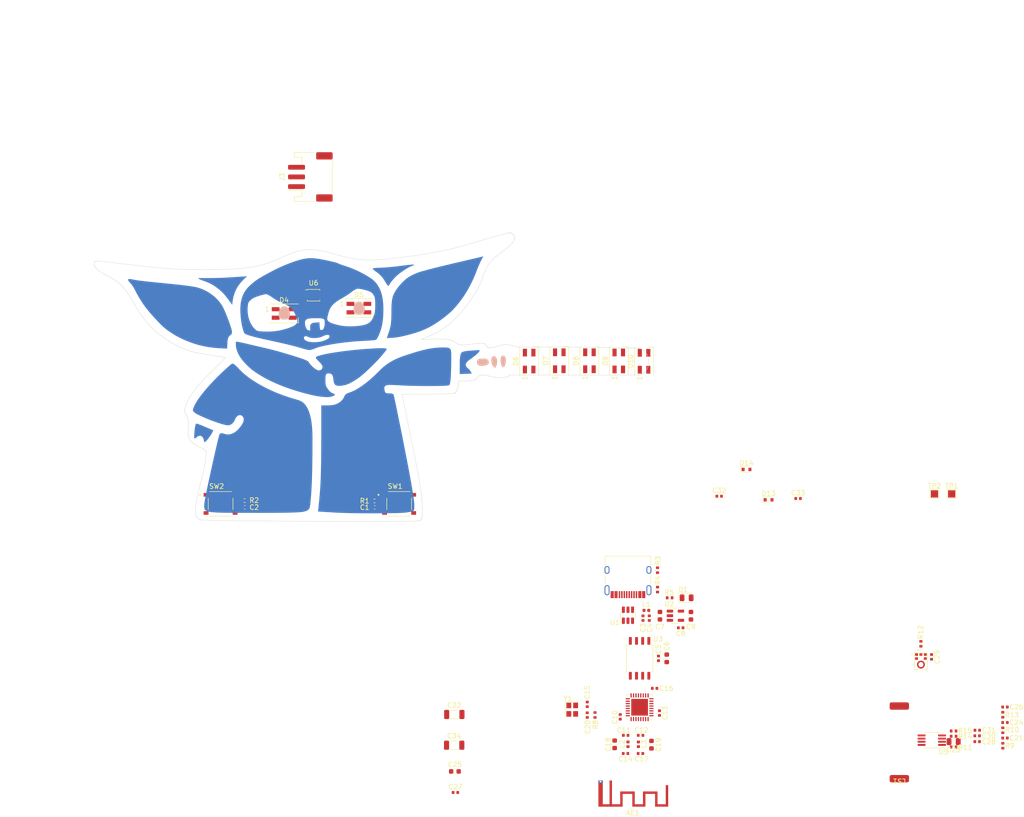
<source format=kicad_pcb>
(kicad_pcb (version 20211014) (generator pcbnew)
  (layers (0 "F.Cu" signal) (31 "B.Cu" signal) (34 "B.Paste" user) (35 "F.Paste" user) (36 "B.SilkS" user "B.Silkscreen") (37 "F.SilkS" user "F.Silkscreen") (38 "B.Mask" user) (39 "F.Mask" user) (44 "Edge.Cuts" user))
  (net 0 "")
  (net 1 "/ANT_RF")
  (net 2 "GND")
  (net 3 "/BOOT")
  (net 4 "/ENABLE")
  (net 5 "VBUS")
  (net 6 "+5V")
  (net 7 "/SPI_VDD")
  (net 8 "/LDO_BP")
  (net 9 "+3V3")
  (net 10 "/LNA_IN")
  (net 11 "+3.3VA")
  (net 12 "/XTAL_N")
  (net 13 "/XTAL_P")
  (net 14 "/F1")
  (net 15 "/NS_BYPASS")
  (net 16 "/F2")
  (net 17 "/F3")
  (net 18 "/F4")
  (net 19 "/F5")
  (net 20 "/3V3LED")
  (net 21 "/D4D5")
  (net 22 "/DIN1")
  (net 23 "/D5D6")
  (net 24 "/D6D7")
  (net 25 "/D7D8")
  (net 26 "/D8D9")
  (net 27 "/D9D10")
  (net 29 "/DIN2")
  (net 30 "/CC1")
  (net 31 "/USBD+")
  (net 32 "/USBD-")
  (net 34 "/CC2")
  (net 37 "/VOP")
  (net 38 "/VON")
  (net 39 "/I2S_WS")
  (net 40 "/I2S_SCK")
  (net 41 "/I2S_SD")
  (net 42 "/XTAL")
  (net 43 "/PDM_TX")
  (net 44 "/NS_CTRL")
  (net 45 "/NS_IN+")
  (net 46 "/NS_IN-")
  (net 47 "/ESP_D+")
  (net 48 "/ESP_D-")
  (net 49 "/SPI_CS")
  (net 50 "/SPI_DO")
  (net 51 "/SPI_WP")
  (net 52 "/SPI_DI")
  (net 53 "/SPI_CLK")
  (net 54 "/SPI_HD")
  (net 59 "/DOUT1")
  (net 60 "/DOUT2")
  (footprint "Capacitor_SMD:C_0805_2012Metric" (layer "F.Cu") (at 201.33 138.97 180)
    (fp_text reference "C23")
    (fp_text value "1u")
  )
  (footprint "Resistor_SMD:R_0402_1005Metric" (layer "F.Cu") (at 140.23 103.57 90)
    (fp_text reference "R3")
    (fp_text value "5k1" hide)
  )
  (footprint "Capacitor_SMD:C_0603_1608Metric" (layer "F.Cu") (at 131.38 139.52 90)
    (fp_text reference "C18")
    (fp_text value "10u" hide)
  )
  (footprint "Capacitor_SMD:C_0402_1005Metric" (layer "F.Cu") (at 81.88 90.6 180)
    (fp_text reference "C1")
    (fp_text value "100n" hide)
  )
  (footprint "Capacitor_SMD:C_0402_1005Metric" (layer "F.Cu") (at 133.63 141.42 180)
    (fp_text reference "C14")
    (fp_text value "3p3" hide)
  )
  (footprint "Package_SO:MSOP-8_3x3mm_P0.65mm" (layer "F.Cu") (at 196.83 138.67 180)
    (fp_text reference "U5")
    (fp_text value "NS4150" hide)
  )
  (footprint "Inductor_SMD:L_1206_3216Metric" (layer "F.Cu") (at 98.295 133.36)
    (fp_text reference "C22")
    (fp_text value "100u")
  )
  (footprint "Package_SO:SOIC-8_5.275x5.275mm_P1.27mm" (layer "F.Cu") (at 136.53 121.77 -90)
    (fp_text reference "U3")
    (fp_text value "W25Q128JVSIQ" hide)
  )
  (footprint "Resistor_SMD:R_0402_1005Metric" (layer "F.Cu") (at 142.73 109.27)
    (fp_text reference "R5")
    (fp_text value "1K" hide)
  )
  (footprint "TestPoint:TestPoint_Pad_1.5x1.5mm" (layer "F.Cu") (at 200.93 87.82)
    (fp_text reference "TP1")
    (fp_text value "TestPoint")
  )
  (footprint "!Library:TS-1187A-B-A-B" (layer "F.Cu") (at 50.07 89.88)
    (fp_text reference "SW2")
    (fp_text value "ENABLE")
  )
  (footprint "Capacitor_SMD:C_0402_1005Metric" (layer "F.Cu") (at 139.63 127.97)
    (fp_text reference "C16")
    (fp_text value "100n" hide)
  )
  (footprint "Capacitor_SMD:C_0402_1005Metric" (layer "F.Cu") (at 140.43 121.77 -90)
    (fp_text reference "C5")
    (fp_text value "100n" hide)
  )
  (footprint "Capacitor_SMD:C_0402_1005Metric" (layer "F.Cu") (at 169.23 88.77)
    (fp_text reference "C33")
    (fp_text value "100n")
  )
  (footprint "Package_TO_SOT_SMD:SOT-23-5" (layer "F.Cu") (at 143.93 112.97)
    (fp_text reference "U2")
    (fp_text value "SPX3819M5-L-3-3" hide)
  )
  (footprint "LED_SMD:LED_SK6812MINI_PLCC4_3.5x3.5mm_P1.75mm" (layer "F.Cu") (at 119.96 60.33 90)
    (fp_text reference "D7")
    (fp_text value "SK6803MINI-E")
  )
  (footprint "Crystal:Crystal_SMD_2520-4Pin_2.5x2.0mm" (layer "F.Cu") (at 122.63 132.37 -90)
    (fp_text reference "Y1")
    (fp_text value "40MHz" hide)
  )
  (footprint "Capacitor_SMD:C_0402_1005Metric" (layer "F.Cu") (at 136.71 141.42)
    (fp_text reference "C17")
    (fp_text value "100n" hide)
  )
  (footprint "Capacitor_SMD:C_0402_1005Metric" (layer "F.Cu") (at 211.93 131.82 180)
    (fp_text reference "C26")
    (fp_text value "1n" hide)
  )
  (footprint "Capacitor_SMD:C_0402_1005Metric" (layer "F.Cu") (at 125.73 133.49 90)
    (fp_text reference "C20")
    (fp_text value "10p" hide)
  )
  (footprint "Package_SO:VSSOP-8_2.4x2.1mm_P0.5mm" (layer "F.Cu") (at 69.25 46.8)
    (fp_text reference "U6")
    (fp_text value "SN74LVC2T45DCUR")
  )
  (footprint "Diode_SMD:D_SOD-523" (layer "F.Cu") (at 163.15 89.04)
    (fp_text reference "D13")
    (fp_text value "LESD5D5.0CT1G")
  )
  (footprint "Capacitor_SMD:C_0402_1005Metric" (layer "F.Cu") (at 206.18 138.97)
    (fp_text reference "C28")
    (fp_text value "22p" hide)
  )
  (footprint "Resistor_SMD:R_0402_1005Metric" (layer "F.Cu") (at 211.48 139.82 90)
    (fp_text reference "R9")
    (fp_text value "1K" hide)
  )
  (footprint "Capacitor_SMD:C_0402_1005Metric" (layer "F.Cu") (at 125.73 131.27 -90)
    (fp_text reference "C15")
    (fp_text value "10p" hide)
  )
  (footprint "LED_SMD:LED_SK6812MINI_PLCC4_3.5x3.5mm_P1.75mm" (layer "F.Cu") (at 78.61 49.455)
    (fp_text reference "D5")
    (fp_text value "SK6803MINI-E")
  )
  (footprint "Connector_JST:JST_PH_S3B-PH-SM4-TB_1x03-1MP_P2.00mm_Horizontal" (layer "F.Cu") (at 68.59 22.37 90)
    (fp_text reference "J3")
    (fp_text value "S3B-PH-SM4-TB(LF)(SN)")
  )
  (footprint "LED_SMD:LED_SK6812MINI_PLCC4_3.5x3.5mm_P1.75mm" (layer "F.Cu") (at 63.18 50.56)
    (fp_text reference "D4")
    (fp_text value "SK6803MINI-E")
  )
  (footprint "Capacitor_SMD:C_0402_1005Metric" (layer "F.Cu") (at 206.18 137.77)
    (fp_text reference "C30")
    (fp_text value "100n" hide)
  )
  (footprint "LED_SMD:LED_SK6812MINI_PLCC4_3.5x3.5mm_P1.75mm" (layer "F.Cu") (at 126.18 60.33 90)
    (fp_text reference "D8")
    (fp_text value "SK6803MINI-E")
  )
  (footprint "!Library:TS-1187A-B-A-B" (layer "F.Cu") (at 86.91 89.88)
    (fp_text reference "SW1")
    (fp_text value "BOOT")
  )
  (footprint "Capacitor_SMD:C_0603_1608Metric" (layer "F.Cu") (at 147.13 112.97 -90)
    (fp_text reference "C9")
    (fp_text value "10u" hide)
  )
  (footprint "Capacitor_SMD:C_0402_1005Metric" (layer "F.Cu") (at 132.53 133.85 -90)
    (fp_text reference "C10")
    (fp_text value "100n" hide)
  )
  (footprint "TestPoint:TestPoint_Pad_1.5x1.5mm" (layer "F.Cu") (at 197.38 87.82)
    (fp_text reference "TP2")
    (fp_text value "TestPoint")
  )
  (footprint "Package_DFN_QFN:QFN-32-1EP_5x5mm_P0.5mm_EP3.45x3.45mm" (layer "F.Cu") (at 136.53 131.87 90)
    (fp_text reference "U4" hide)
    (fp_text value "ESP32-C3" hide)
  )
  (footprint "Capacitor_SMD:C_0402_1005Metric" (layer "F.Cu") (at 133.66 137.67 180)
    (fp_text reference "C11")
    (fp_text value "3p3" hide)
  )
  (footprint "Capacitor_SMD:C_0402_1005Metric" (layer "F.Cu") (at 136.73 137.67)
    (fp_text reference "C12")
    (fp_text value "100n" hide)
  )
  (footprint "Resistor_SMD:R_0402_1005Metric" (layer "F.Cu") (at 194.58 118.77 90)
    (fp_text reference "R12")
    (fp_text value "100K" hide)
  )
  (footprint "LED_SMD:LED_0805_2012Metric" (layer "F.Cu") (at 146.23 109.27)
    (fp_text reference "D1")
    (fp_text value "LED" hide)
  )
  (footprint "Resistor_SMD:R_0402_1005Metric" (layer "F.Cu") (at 211.48 133.42 90)
    (fp_text reference "R13")
    (fp_text value "1K" hide)
  )
  (footprint "Capacitor_SMD:C_0402_1005Metric" (layer "F.Cu") (at 140.63 133.07 -90)
    (fp_text reference "C13")
    (fp_text value "100n" hide)
  )
  (footprint "Capacitor_SMD:C_0402_1005Metric" (layer "F.Cu") (at 137.23 113.47 -90)
    (fp_text reference "C3")
    (fp_text value "100n" hide)
  )
  (footprint "Connector_USB:USB_C_Receptacle_HRO_TYPE-C-31-M-12" (layer "F.Cu") (at 134.13 104.57 180)
    (fp_text reference "J1" hide)
    (fp_text value "TYPE-C-31-M-12" hide)
  )
  (footprint "Resistor_SMD:R_0402_1005Metric" (layer "F.Cu") (at 140.23 107.57 -90)
    (fp_text reference "R4")
    (fp_text value "5k1" hide)
  )
  (footprint "Inductor_SMD:L_0402_1005Metric" (layer "F.Cu") (at 136.28 139.52 -90)
    (fp_text reference "L3")
    (fp_text value "2n2" hide)
  )
  (footprint "!Library:ICS-43434" (layer "F.Cu") (at 194.58 122.35)
    (fp_text reference "MK1")
    (fp_text value "ICS-43434")
  )
  (footprint "Inductor_SMD:L_0402_1005Metric" (layer "F.Cu") (at 137.93 111.87)
    (fp_text reference "L1")
    (fp_text value "2n2" hide)
  )
  (footprint "Capacitor_SMD:C_0603_1608Metric" (layer "F.Cu") (at 138.98 139.595 90)
    (fp_text reference "C19")
    (fp_text value "10u" hide)
  )
  (footprint "Resistor_SMD:R_0402_1005Metric" (layer "F.Cu") (at 127.33 133.47 -90)
    (fp_text reference "R8")
    (fp_text value "22R" hide)
  )
  (footprint "Package_TO_SOT_SMD:SOT-23-6" (layer "F.Cu") (at 134.13 112.87 90)
    (fp_text reference "U1")
    (fp_text value "USBLC6-2SC6" hide)
  )
  (footprint "Resistor_SMD:R_0402_1005Metric" (layer "F.Cu") (at 211.48 136.62 90)
    (fp_text reference "R10")
    (fp_text value "1K" hide)
  )
  (footprint "Capacitor_SMD:C_0603_1608Metric" (layer "F.Cu") (at 140.73 112.97 -90)
    (fp_text reference "C7")
    (fp_text value "10u" hide)
  )
  (footprint "Capacitor_SMD:C_0402_1005Metric" (layer "F.Cu") (at 211.93 138.22 180)
    (fp_text reference "C21")
    (fp_text value "4.7n" hide)
  )
  (footprint "Inductor_SMD:L_0402_1005Metric" (layer "F.Cu") (at 134.13 139.52 -90)
    (fp_text reference "L2")
    (fp_text value "2n2" hide)
  )
  (footprint "Capacitor_SMD:C_0402_1005Metric" (layer "F.Cu") (at 55.03 90.6)
    (fp_text reference "C2")
    (fp_text value "100n" hide)
  )
  (footprint "Capacitor_SMD:C_0402_1005Metric" (layer "F.Cu") (at 152.95 88.29)
    (fp_text reference "C32")
    (fp_text value "100n")
  )
  (footprint "Capacitor_SMD:C_0603_1608Metric" (layer "F.Cu") (at 98.42 145.12)
    (fp_text reference "C25")
    (fp_text value "10u")
  )
  (footprint "Resistor_SMD:R_0402_1005Metric" (layer "F.Cu") (at 81.83 89.27 180)
    (fp_text reference "R1")
    (fp_text value "5k1" hide)
  )
  (footprint "Capacitor_SMD:C_0402_1005Metric" (layer "F.Cu") (at 206.21 136.62)
    (fp_text reference "C31")
    (fp_text value "100n" hide)
  )
  (footprint "Capacitor_SMD:C_0402_1005Metric" (layer "F.Cu") (at 196.78 121.47 -90)
    (fp_text reference "C29")
    (fp_text value "100n" hide)
  )
  (footprint "LED_SMD:LED_SK6812MINI_PLCC4_3.5x3.5mm_P1.75mm" (layer "F.Cu") (at 137.45 60.43 90)
    (fp_text reference "D10")
    (fp_text value "SK6803MINI-E")
  )
  (footprint "Capacitor_SMD:C_0402_1005Metric" (layer "F.Cu") (at 98.53 149.47)
    (fp_text reference "C27")
    (fp_text value "100n")
  )
  (footprint "LED_SMD:LED_SK6812MINI_PLCC4_3.5x3.5mm_P1.75mm" (layer "F.Cu") (at 132.235 60.37 90)
    (fp_text reference "D9")
    (fp_text value "SK6803MINI-E")
  )
  (footprint "Capacitor_SMD:C_0402_1005Metric" (layer "F.Cu") (at 138.53 113.47 -90)
    (fp_text reference "C4")
    (fp_text value "100n" hide)
  )
  (footprint "Resistor_SMD:R_0402_1005Metric" (layer "F.Cu") (at 201.33 136.77 180)
    (fp_text reference "R15")
    (fp_text value "30K" hide)
  )
  (footprint "Resistor_SMD:R_0402_1005Metric" (layer "F.Cu") (at 201.33 137.87 180)
    (fp_text reference "R14")
    (fp_text value "30K" hide)
  )
  (footprint "Diode_SMD:D_SOD-523" (layer "F.Cu") (at 158.6 82.76)
    (fp_text reference "D14")
    (fp_text value "LESD5D5.0CT1G")
  )
  (footprint "Capacitor_SMD:C_0402_1005Metric" (layer "F.Cu") (at 211.93 135.02 180)
    (fp_text reference "C24")
    (fp_text value "2.2n" hide)
  )
  (footprint "!Library:SWRA117D_2.4GHz_Left" (layer "F.Cu") (at 130.58 147.245 180)
    (fp_text reference "AE1")
    (fp_text value "SWRA117D-Left")
  )
  (footprint "LED_SMD:LED_SK6812MINI_PLCC4_3.5x3.5mm_P1.75mm" (layer "F.Cu") (at 113.74 60.39 90)
    (fp_text reference "D6")
    (fp_text value "SK6803MINI-E")
  )
  (footprint "Resistor_SMD:R_0402_1005Metric" (layer "F.Cu") (at 55.03 89.2)
    (fp_text reference "R2")
    (fp_text value "5k1" hide)
  )
  (footprint "Capacitor_SMD:C_0402_1005Metric" (layer "F.Cu") (at 145.01 115.47 180)
    (fp_text reference "C8")
    (fp_text value "100n" hide)
  )
  (footprint "Inductor_SMD:L_1206_3216Metric" (layer "F.Cu") (at 98.27 139.71)
    (fp_text reference "C34")
    (fp_text value "100u")
  )
  (footprint "!Library:Speaker-0.5W-8Ohm" (layer "F.Cu") (at 190.13 146.62 180)
    (fp_text reference "LS1")
    (fp_text value "Speaker")
  )
  (footprint "Capacitor_SMD:C_0603_1608Metric" (layer "F.Cu") (at 142.13 121.77 90)
    (fp_text reference "C6")
    (fp_text value "10u" hide)
  )
  (footprint "Resistor_SMD:R_0402_1005Metric" (layer "F.Cu") (at 201.33 140.07 180)
    (fp_text reference "R11")
    (fp_text value "10K" hide)
  )
  (gr_poly (pts (xy 52.791675 43.064705) (xy 51.461149 43.148049) (xy 50.184202 43.207581) (xy 48.960835 43.2433) (xy 47.791049 43.255207) (xy 45.505046 43.255207) (xy 45.505046 43.350456) (xy 45.506209 43.356735) (xy 45.509697 43.363665) (xy 45.51551 43.371246) (xy 45.523649 43.379478) (xy 45.534114 43.388361) (xy 45.546904 43.397895) (xy 45.57946 43.418917) (xy 45.621318 43.442543) (xy 45.672477 43.468774) (xy 45.732939 43.49761) (xy 45.802702 43.529049) (xy 45.881767 43.563094) (xy 45.970134 43.599742) (xy 46.067803 43.638996) (xy 46.174773 43.680853) (xy 46.291045 43.725316) (xy 46.41662 43.772382) (xy 46.695674 43.874329) (xy 46.987376 43.982974) (xy 47.267173 44.094595) (xy 47.535064 44.209193) (xy 47.791048 44.326768) (xy 48.035126 44.447319) (xy 48.267297 44.570847) (xy 48.487561 44.697351) (xy 48.695918 44.826832) (xy 48.896838 44.960032) (xy 49.094782 45.097698) (xy 49.289748 45.239828) (xy 49.481737 45.386424) (xy 49.670749 45.537485) (xy 49.856784 45.69301) (xy 50.039841 45.853001) (xy 50.21992 46.017456) (xy 50.399258 46.190097) (xy 50.580084 46.374643) (xy 50.762399 46.571096) (xy 50.946201 46.779456) (xy 51.131492 46.999721) (xy 51.318271 47.231893) (xy 51.506537 47.475972) (xy 51.696292 47.731956) (xy 52.458293 48.779705) (xy 52.553554 48.017708) (xy 52.58034 47.826464) (xy 52.613081 47.633731) (xy 52.651776 47.439509) (xy 52.696424 47.2438) (xy 52.747026 47.046602) (xy 52.803582 46.847915) (xy 52.86609 46.647741) (xy 52.93455 46.446079) (xy 53.00822 46.245907) (xy 53.086355 46.050199) (xy 53.168954 45.858955) (xy 53.256019 45.672176) (xy 53.347548 45.489861) (xy 53.443541 45.312011) (xy 53.543999 45.138625) (xy 53.648921 44.969704) (xy 53.760543 44.802273) (xy 53.881094 44.633354) (xy 54.010576 44.462946) (xy 54.148987 44.29105) (xy 54.296327 44.117665) (xy 54.452598 43.942792) (xy 54.617797 43.766431) (xy 54.791926 43.588581) (xy 55.506305 42.874207)) (layer "B.Cu") (width 0) (fill solid))
  (gr_poly (pts (xy 31.236156 43.446263) (xy 31.208622 43.447938) (xy 31.182577 43.450728) (xy 31.15802 43.454635) (xy 31.134951 43.459658) (xy 31.11337 43.465797) (xy 31.093278 43.473052) (xy 31.074675 43.481423) (xy 31.057559 43.490911) (xy 31.041932 43.501515) (xy 31.027794 43.513235) (xy 31.015143 43.526072) (xy 31.003981 43.540025) (xy 30.994308 43.555094) (xy 30.986123 43.571279) (xy 30.979426 43.588581) (xy 30.977008 43.597929) (xy 30.975705 43.608115) (xy 30.975519 43.619137) (xy 30.976449 43.630997) (xy 30.978495 43.643694) (xy 30.981657 43.657228) (xy 30.985936 43.671599) (xy 30.991331 43.686808) (xy 30.997842 43.702853) (xy 31.005469 43.719736) (xy 31.024073 43.756013) (xy 31.047141 43.795639) (xy 31.074674 43.838613) (xy 31.106671 43.884936) (xy 31.143134 43.934607) (xy 31.184061 43.987627) (xy 31.229453 44.043996) (xy 31.27931 44.103713) (xy 31.333632 44.166779) (xy 31.392418 44.233193) (xy 31.455668 44.302956) (xy 31.521339 44.376626) (xy 31.587382 44.45476) (xy 31.653797 44.53736) (xy 31.720583 44.624424) (xy 31.787742 44.715954) (xy 31.855274 44.811948) (xy 31.923177 44.912407) (xy 31.991452 45.017331) (xy 32.0601 45.126719) (xy 32.129119 45.240573) (xy 32.198511 45.358891) (xy 32.268275 45.481674) (xy 32.408919 45.740635) (xy 32.551051 46.017456) (xy 32.69839 46.305438) (xy 32.854659 46.597884) (xy 33.019857 46.894796) (xy 33.193986 47.196172) (xy 33.377045 47.502014) (xy 33.569033 47.812321) (xy 33.769952 48.127093) (xy 33.9798 48.446331) (xy 34.204529 48.773753) (xy 34.450095 49.113081) (xy 34.716497 49.464315) (xy 35.003736 49.827456) (xy 35.31181 50.202503) (xy 35.640721 50.589456) (xy 35.990467 50.988316) (xy 36.361049 51.399082) (xy 36.729398 51.798685) (xy 37.072446 52.164058) (xy 37.390194 52.495201) (xy 37.682641 52.792113) (xy 37.949787 53.054794) (xy 38.191633 53.283246) (xy 38.408177 53.477466) (xy 38.599421 53.637455) (xy 38.784715 53.782563) (xy 38.983401 53.932135) (xy 39.195481 54.086173) (xy 39.420956 54.244675) (xy 39.659824 54.407641) (xy 39.912087 54.575073) (xy 40.177745 54.746968) (xy 40.456798 54.923328) (xy 40.750733 55.101178) (xy 41.06104 55.277539) (xy 41.387718 55.452413) (xy 41.730766 55.625798) (xy 42.090186 55.797695) (xy 42.465977 55.968103) (xy 42.858139 56.137023) (xy 43.266673 56.304455) (xy 43.681904 56.465933) (xy 44.094158 56.616994) (xy 44.503435 56.757636) (xy 44.909736 56.88786) (xy 45.313059 57.007667) (xy 45.713406 57.117055) (xy 46.110775 57.216025) (xy 46.505168 57.304577) (xy 46.899566 57.384202) (xy 47.296939 57.456384) (xy 47.697288 57.521125) (xy 48.100614 57.578424) (xy 48.506915 57.628282) (xy 48.916193 57.670698) (xy 49.328447 57.705674) (xy 49.743678 57.733208) (xy 51.410548 57.828457) (xy 51.458171 56.875954) (xy 51.471564 56.647503) (xy 51.487935 56.4384) (xy 51.507283 56.248644) (xy 51.529608 56.078236) (xy 51.554909 55.927175) (xy 51.583186 55.795462) (xy 51.61444 55.683097) (xy 51.631183 55.63417) (xy 51.648669 55.59008) (xy 51.667273 55.548781) (xy 51.687366 55.508225) (xy 51.708946 55.468414) (xy 51.732015 55.429347) (xy 51.756572 55.391023) (xy 51.782618 55.353444) (xy 51.810151 55.316609) (xy 51.839173 55.280518) (xy 51.869684 55.245171) (xy 51.901682 55.210568) (xy 51.935169 55.17671) (xy 51.970144 55.143595) (xy 52.006607 55.111224) (xy 52.044559 55.079598) (xy 52.083998 55.048716) (xy 52.124927 55.018578) (xy 52.145391 55.003416) (xy 52.16511 54.987697) (xy 52.184086 54.971419) (xy 52.202318 54.954583) (xy 52.219805 54.937189) (xy 52.236548 54.919237) (xy 52.252547 54.900726) (xy 52.267802 54.881658) (xy 52.282313 54.862031) (xy 52.296079 54.841847) (xy 52.309101 54.821104) (xy 52.321379 54.799803) (xy 52.332913 54.777943) (xy 52.343703 54.755526) (xy 52.353749 54.732551) (xy 52.36305 54.709017) (xy 52.371608 54.684926) (xy 52.379421 54.660276) (xy 52.38649 54.635068) (xy 52.392815 54.609302) (xy 52.398396 54.582978) (xy 52.403232 54.556096) (xy 52.410673 54.500658) (xy 52.415137 54.442987) (xy 52.416625 54.383084) (xy 52.415136 54.320948) (xy 52.41067 54.25658) (xy 52.401741 54.184771) (xy 52.386859 54.100311) (xy 52.366024 54.0032) (xy 52.339235 53.893439) (xy 52.267798 53.635967) (xy 52.172548 53.327892) (xy 52.053486 52.969217) (xy 51.910611 52.559939) (xy 51.743924 52.100061) (xy 51.553424 51.589581) (xy 51.355483 51.075379) (xy 51.166472 50.604337) (xy 50.98639 50.176456) (xy 50.815238 49.791736) (xy 50.653015 49.450175) (xy 50.499721 49.151776) (xy 50.355356 48.896536) (xy 50.21992 48.684456) (xy 50.085975 48.495443) (xy 49.946076 48.309408) (xy 49.800225 48.126349) (xy 49.64842 47.946267) (xy 49.490663 47.769162) (xy 49.326954 47.595033) (xy 49.157292 47.42388) (xy 48.981677 47.255703) (xy 48.800105 47.091249) (xy 48.61258 46.93126) (xy 48.419104 46.775735) (xy 48.219675 46.624675) (xy 48.014293 46.47808) (xy 47.802959 46.335948) (xy 47.585671 46.198281) (xy 47.36243 46.065079) (xy 47.132488 45.937088) (xy 46.895106 45.815049) (xy 46.650282 45.698963) (xy 46.398018 45.58883) (xy 46.138312 45.484651) (xy 45.871165 45.386423) (xy 45.596577 45.29415) (xy 45.314548 45.207829) (xy 45.129475 45.159233) (xy 44.900684 45.108698) (xy 44.628173 45.056221) (xy 44.311944 45.001803) (xy 43.951996 44.945444) (xy 43.54833 44.887144) (xy 43.100946 44.826903) (xy 42.609843 44.764721) (xy 41.790671 44.667733) (xy 40.873023 44.566382) (xy 39.856899 44.460665) (xy 38.742297 44.350582) (xy 36.310446 44.109479) (xy 34.444142 43.910049) (xy 33.143385 43.752292) (xy 32.705087 43.689041) (xy 32.408175 43.636208) (xy 31.997407 43.552862) (xy 31.823278 43.52012) (xy 31.669985 43.49333) (xy 31.537529 43.472494) (xy 31.425909 43.457612) (xy 31.335125 43.448682) (xy 31.265178 43.445705)) (layer "B.Cu") (width 0) (fill solid))
  (gr_poly (pts (xy 95.756384 57.581399) (xy 95.416312 57.590328) (xy 95.057637 57.6067) (xy 94.695985 57.632002) (xy 94.331356 57.666233) (xy 93.96375 57.709393) (xy 93.593168 57.761483) (xy 93.219609 57.822502) (xy 92.843074 57.89245) (xy 92.463561 57.971329) (xy 92.059493 58.06509) (xy 91.609288 58.179688) (xy 91.112947 58.315122) (xy 90.570468 58.471392) (xy 89.981853 58.648498) (xy 89.347102 58.84644) (xy 88.666214 59.065218) (xy 87.939189 59.304832) (xy 87.568976 59.432824) (xy 87.208431 59.566768) (xy 86.857555 59.706666) (xy 86.516349 59.852517) (xy 86.184814 60.004321) (xy 85.86295 60.162079) (xy 85.550759 60.32579) (xy 85.24824 60.495454) (xy 84.955396 60.671071) (xy 84.672226 60.852641) (xy 84.398731 61.040165) (xy 84.134913 61.233641) (xy 83.880772 61.433071) (xy 83.636308 61.638453) (xy 83.401523 61.849789) (xy 83.176417 62.067078) (xy 82.745562 62.494215) (xy 82.334054 62.894563) (xy 81.941892 63.268121) (xy 81.569078 63.614891) (xy 81.215612 63.934871) (xy 80.881492 64.228063) (xy 80.566721 64.494465) (xy 80.271297 64.734077) (xy 79.989269 64.954343) (xy 79.714682 65.162705) (xy 79.447536 65.359165) (xy 79.18783 65.543726) (xy 78.935566 65.71639) (xy 78.690743 65.87716) (xy 78.453361 66.026037) (xy 78.223422 66.163025) (xy 77.999436 66.289529) (xy 77.779915 66.407104) (xy 77.564859 66.51575) (xy 77.354267 66.615465) (xy 77.148141 66.706251) (xy 76.946479 66.788106) (xy 76.749283 66.861031) (xy 76.556552 66.925026) (xy 76.463534 66.955908) (xy 76.374981 66.989023) (xy 76.290892 67.02437) (xy 76.211269 67.061949) (xy 76.136111 67.10176) (xy 76.065417 67.143804) (xy 75.999189 67.188081) (xy 75.937425 67.23459) (xy 75.880126 67.283331) (xy 75.827291 67.334304) (xy 75.778922 67.38751) (xy 75.735017 67.442949) (xy 75.695577 67.50062) (xy 75.660602 67.560523) (xy 75.630091 67.622659) (xy 75.604045 67.687027) (xy 75.579116 67.752139) (xy 75.551955 67.816508) (xy 75.522562 67.880132) (xy 75.490936 67.943011) (xy 75.457078 68.005147) (xy 75.420987 68.066538) (xy 75.382664 68.127186) (xy 75.342109 68.187089) (xy 75.299321 68.246248) (xy 75.254301 68.304663) (xy 75.207049 68.362334) (xy 75.157564 68.41926) (xy 75.105848 68.475443) (xy 75.051899 68.530882) (xy 74.995718 68.585576) (xy 74.937304 68.639526) (xy 74.877214 68.692361) (xy 74.816008 68.743707) (xy 74.753685 68.793564) (xy 74.690247 68.841934) (xy 74.625692 68.888815) (xy 74.560021 68.934208) (xy 74.493233 68.978112) (xy 74.42533 69.020529) (xy 74.356311 69.061457) (xy 74.286175 69.100897) (xy 74.214923 69.138848) (xy 74.142555 69.175312) (xy 74.069071 69.210287) (xy 73.994471 69.243773) (xy 73.918754 69.275772) (xy 73.841922 69.306282) (xy 73.762299 69.335118) (xy 73.678211 69.362093) (xy 73.589658 69.387208) (xy 73.496641 69.410462) (xy 73.399158 69.431856) (xy 73.297211 69.451389) (xy 73.190799 69.469062) (xy 73.079923 69.484875) (xy 72.964581 69.498827) (xy 72.844775 69.510919) (xy 72.720504 69.52115) (xy 72.591768 69.529521) (xy 72.458567 69.536032) (xy 72.320901 69.540683) (xy 72.032176 69.544403) (xy 70.841548 69.544403) (xy 70.841548 75.497528) (xy 70.835595 78.271685) (xy 70.817737 80.641029) (xy 70.78797 82.605562) (xy 70.746295 84.165283) (xy 70.689741 85.495804) (xy 70.615328 86.772746) (xy 70.523055 87.996112) (xy 70.412921 89.165901) (xy 70.1748 91.451897) (xy 73.175174 91.642403) (xy 73.960987 91.687051) (xy 74.818238 91.725746) (xy 76.74705 91.785276) (xy 78.961611 91.820995) (xy 81.461917 91.832901) (xy 83.858206 91.823972) (xy 85.760309 91.797184) (xy 87.168252 91.752538) (xy 87.686922 91.723518) (xy 88.082061 91.690033) (xy 88.401297 91.652822) (xy 88.692256 91.612636) (xy 88.954938 91.569475) (xy 89.189343 91.523337) (xy 89.39547 91.474224) (xy 89.57332 91.422135) (xy 89.651641 91.394974) (xy 89.722892 91.36707) (xy 89.787075 91.338421) (xy 89.844188 91.309029) (xy 89.870093 91.291309) (xy 89.894231 91.267914) (xy 89.916601 91.238846) (xy 89.937205 91.204104) (xy 89.95604 91.163687) (xy 89.973109 91.117597) (xy 89.98841 91.065833) (xy 90.001944 91.008394) (xy 90.013711 90.945281) (xy 90.02371 90.876495) (xy 90.038407 90.721899) (xy 90.046034 90.544608) (xy 90.046592 90.34462) (xy 90.040081 90.121936) (xy 90.0265 89.876556) (xy 90.00585 89.60848) (xy 89.97813 89.317707) (xy 89.943341 89.004239) (xy 89.901483 88.668075) (xy 89.852555 88.309214) (xy 89.796557 87.927658) (xy 89.481044 86.013725) (xy 89.010748 83.415184) (xy 88.385671 80.132034) (xy 87.605811 76.164276) (xy 86.284216 69.63965) (xy 85.9181 67.948962) (xy 85.808713 67.496524) (xy 85.748439 67.306023) (xy 85.739044 67.291373) (xy 85.728719 67.277188) (xy 85.717463 67.263468) (xy 85.705278 67.250214) (xy 85.692162 67.237424) (xy 85.678116 67.2251) (xy 85.66314 67.21324) (xy 85.647234 67.201846) (xy 85.630398 67.190916) (xy 85.612632 67.180452) (xy 85.593935 67.170453) (xy 85.574308 67.160919) (xy 85.553751 67.15185) (xy 85.532264 67.143246) (xy 85.509847 67.135107) (xy 85.4865 67.127433) (xy 85.462222 67.120224) (xy 85.437015 67.11348) (xy 85.383808 67.101388) (xy 85.326882 67.091156) (xy 85.266234 67.082785) (xy 85.201866 67.076273) (xy 85.133778 67.071622) (xy 85.061968 67.068832) (xy 84.986438 67.067902) (xy 84.838342 67.066413) (xy 84.703623 67.061949) (xy 84.582285 67.054508) (xy 84.474336 67.044091) (xy 84.379781 67.030698) (xy 84.337529 67.022884) (xy 84.298627 67.014327) (xy 84.263077 67.005026) (xy 84.23088 66.99498) (xy 84.202037 66.98419) (xy 84.176547 66.972656) (xy 84.164734 66.966284) (xy 84.153107 66.959074) (xy 84.141666 66.951028) (xy 84.130411 66.942144) (xy 84.119341 66.932423) (xy 84.108458 66.921865) (xy 84.097761 66.91047) (xy 84.08725 66.898238) (xy 84.076925 66.885169) (xy 84.066786 66.871262) (xy 84.056833 66.856519) (xy 84.047067 66.840938) (xy 84.037486 66.824521) (xy 84.028091 66.807266) (xy 84.009859 66.770245) (xy 83.992372 66.729875) (xy 83.975628 66.686157) (xy 83.959629 66.63909) (xy 83.944374 66.588675) (xy 83.929863 66.534912) (xy 83.916096 66.4778) (xy 83.903074 66.41734) (xy 83.890796 66.353531) (xy 83.87982 66.289314) (xy 83.870704 66.227705) (xy 83.863449 66.168705) (xy 83.858054 66.112314) (xy 83.85452 66.05853) (xy 83.852846 66.007354) (xy 83.853032 65.958785) (xy 83.855079 65.912824) (xy 83.858986 65.869469) (xy 83.864753 65.828721) (xy 83.872381 65.790579) (xy 83.881869 65.755043) (xy 83.893218 65.722113) (xy 83.906427 65.691788) (xy 83.921496 65.664069) (xy 83.938426 65.638954) (xy 83.957215 65.615514) (xy 83.977864 65.592818) (xy 84.000374 65.570866) (xy 84.024744 65.549657) (xy 84.050975 65.529194) (xy 84.079066 65.509474) (xy 84.109018 65.490498) (xy 84.14083 65.472266) (xy 84.174502 65.454779) (xy 84.210035 65.438035) (xy 84.247428 65.422036) (xy 84.286682 65.406781) (xy 84.327796 65.39227) (xy 84.37077 65.378504) (xy 84.415604 65.365481) (xy 84.462298 65.353203) (xy 84.517039 65.342227) (xy 84.585913 65.333111) (xy 84.66892 65.325856) (xy 84.76606 65.320461) (xy 85.002744 65.315253) (xy 85.295966 65.317486) (xy 85.645731 65.32716) (xy 86.052042 65.344276) (xy 86.514901 65.368834) (xy 87.034312 65.400833) (xy 87.609533 65.434318) (xy 88.239819 65.463338) (xy 89.665593 65.507984) (xy 91.311633 65.534772) (xy 93.177939 65.543701) (xy 94.91625 65.531795) (xy 95.606812 65.516912) (xy 96.178311 65.496077) (xy 96.630749 65.469288) (xy 96.964124 65.436546) (xy 97.178437 65.397851) (xy 97.240946 65.376271) (xy 97.273688 65.353203) (xy 97.291362 65.326972) (xy 97.308663 65.295904) (xy 97.325592 65.26) (xy 97.342149 65.219258) (xy 97.358334 65.17368) (xy 97.374147 65.123265) (xy 97.389588 65.068012) (xy 97.404656 65.007923) (xy 97.419353 64.942997) (xy 97.433678 64.873234) (xy 97.44763 64.798634) (xy 97.46121 64.719197) (xy 97.474418 64.634924) (xy 97.487254 64.545813) (xy 97.499718 64.451865) (xy 97.511809 64.353081) (xy 97.534879 64.125373) (xy 97.556459 63.847064) (xy 97.576552 63.518153) (xy 97.595155 63.138642) (xy 97.612271 62.708529) (xy 97.627898 62.227815) (xy 97.654689 61.114582) (xy 97.66957 60.025158) (xy 97.666592 59.185767) (xy 97.658406 58.859834) (xy 97.645755 58.596408) (xy 97.62864 58.395491) (xy 97.607059 58.25708) (xy 97.594223 58.204618) (xy 97.579527 58.154388) (xy 97.56297 58.106391) (xy 97.544553 58.060626) (xy 97.524276 58.017094) (xy 97.502138 57.975794) (xy 97.478139 57.936727) (xy 97.452281 57.899892) (xy 97.424561 57.865289) (xy 97.394982 57.832919) (xy 97.363542 57.802781) (xy 97.330241 57.774876) (xy 97.29508 57.749203) (xy 97.258059 57.725762) (xy 97.219177 57.704553) (xy 97.178435 57.685577) (xy 97.132485 57.668462) (xy 97.077977 57.652835) (xy 97.014911 57.638697) (xy 96.943288 57.626047) (xy 96.863107 57.614885) (xy 96.774368 57.605211) (xy 96.677072 57.597025) (xy 96.571218 57.590328) (xy 96.456806 57.585119) (xy 96.333837 57.581399) (xy 96.062226 57.578422)) (layer "B.Cu") (width 0) (fill solid))
  (gr_poly (pts (xy 102.036185 58.209457) (xy 101.68123 58.234757) (xy 101.354553 58.263033) (xy 101.056153 58.294287) (xy 100.78603 58.328517) (xy 100.544184 58.365725) (xy 100.330616 58.405908) (xy 100.145325 58.449068) (xy 99.988311 58.495205) (xy 99.95315 58.509065) (xy 99.919106 58.526831) (xy 99.886177 58.548505) (xy 99.854365 58.574085) (xy 99.823669 58.603571) (xy 99.79409 58.636965) (xy 99.765626 58.674265) (xy 99.738279 58.715472) (xy 99.712048 58.760585) (xy 99.686933 58.809605) (xy 99.662934 58.862532) (xy 99.640052 58.919366) (xy 99.618286 58.980107) (xy 99.597636 59.044754) (xy 99.578102 59.113308) (xy 99.559684 59.185768) (xy 99.542383 59.262135) (xy 99.526198 59.34241) (xy 99.497176 59.514678) (xy 99.472619 59.702573) (xy 99.452527 59.906095) (xy 99.4369 60.125244) (xy 99.425738 60.36002) (xy 99.419041 60.610423) (xy 99.416808 60.876453) (xy 99.416808 63.067204) (xy 100.655063 63.019581) (xy 101.89331 62.971958) (xy 101.702807 62.590958) (xy 101.678065 62.543518) (xy 101.651462 62.49645) (xy 101.622999 62.449755) (xy 101.592675 62.403432) (xy 101.560491 62.357481) (xy 101.526447 62.311902) (xy 101.490542 62.266695) (xy 101.452777 62.221861) (xy 101.413152 62.177399) (xy 101.371666 62.133308) (xy 101.32832 62.08959) (xy 101.283114 62.046244) (xy 101.236048 62.00327) (xy 101.187121 61.960668) (xy 101.136333 61.918437) (xy 101.083686 61.876579) (xy 101.031782 61.834535) (xy 100.983227 61.791747) (xy 100.93802 61.748214) (xy 100.896162 61.703938) (xy 100.857653 61.658917) (xy 100.822492 61.613153) (xy 100.790681 61.566644) (xy 100.762217 61.519392) (xy 100.737103 61.471395) (xy 100.715337 61.422654) (xy 100.69692 61.373169) (xy 100.681851 61.32294) (xy 100.670131 61.271966) (xy 100.66176 61.220249) (xy 100.656737 61.167788) (xy 100.655063 61.114582) (xy 100.656039 61.087514) (xy 100.658969 61.059888) (xy 100.663853 61.031703) (xy 100.670689 61.00296) (xy 100.67948 60.97366) (xy 100.690223 60.943801) (xy 100.70292 60.913384) (xy 100.71757 60.882409) (xy 100.734173 60.850876) (xy 100.75273 60.818785) (xy 100.795704 60.752928) (xy 100.846491 60.684839) (xy 100.905092 60.614518) (xy 100.971506 60.541964) (xy 101.045734 60.467177) (xy 101.127775 60.390158) (xy 101.21763 60.310907) (xy 101.315298 60.229423) (xy 101.42078 60.145707) (xy 101.534076 60.059758) (xy 101.655185 59.971577) (xy 101.896287 59.797448) (xy 102.11953 59.632249) (xy 102.324912 59.47598) (xy 102.512436 59.328641) (xy 102.6821 59.190231) (xy 102.833904 59.060751) (xy 102.967849 58.9402) (xy 103.083934 58.828579) (xy 103.184393 58.725888) (xy 103.271458 58.632127) (xy 103.309968 58.588595) (xy 103.345128 58.547295) (xy 103.376941 58.508228) (xy 103.405404 58.471393) (xy 103.430519 58.43679) (xy 103.452285 58.40442) (xy 103.470703 58.374282) (xy 103.485772 58.346377) (xy 103.497492 58.320704) (xy 103.505864 58.297264) (xy 103.510887 58.276056) (xy 103.512561 58.25708) (xy 103.512561 58.114208)) (layer "B.Cu") (width 0) (fill solid))
  (gr_poly (pts (xy 68.524211 39.145549) (xy 68.433753 39.147525) (xy 68.345318 39.150677) (xy 68.258914 39.154974) (xy 68.174548 39.160381) (xy 67.827779 39.195292) (xy 67.45422 39.252419) (xy 67.053872 39.331798) (xy 66.626736 39.433466) (xy 66.17281 39.557459) (xy 65.692096 39.70381) (xy 65.184593 39.872558) (xy 64.650302 40.063736) (xy 64.104901 40.270641) (xy 63.564059 40.486532) (xy 63.027744 40.711389) (xy 62.495927 40.945195) (xy 61.968575 41.187931) (xy 61.445657 41.439577) (xy 60.927141 41.700116) (xy 60.412997 41.969528) (xy 59.921061 42.23441) (xy 59.469217 42.481383) (xy 59.057495 42.710462) (xy 58.685925 42.921665) (xy 58.35454 43.115008) (xy 58.063369 43.290509) (xy 57.812444 43.448184) (xy 57.601794 43.588051) (xy 57.411324 43.721993) (xy 57.2209 43.861884) (xy 57.030506 44.007725) (xy 56.840128 44.159517) (xy 56.649749 44.317263) (xy 56.459355 44.480963) (xy 56.268929 44.650619) (xy 56.078456 44.826233) (xy 55.984509 44.915908) (xy 55.893166 45.00636) (xy 55.804428 45.097584) (xy 55.718294 45.189576) (xy 55.634765 45.28233) (xy 55.55384 45.375844) (xy 55.475519 45.47011) (xy 55.399803 45.565127) (xy 55.326691 45.660888) (xy 55.256184 45.757389) (xy 55.18828 45.854627) (xy 55.122981 45.952595) (xy 55.060286 46.05129) (xy 55.000196 46.150707) (xy 54.94271 46.250841) (xy 54.887828 46.351688) (xy 54.784338 46.557764) (xy 54.688196 46.771198) (xy 54.599433 46.992017) (xy 54.51808 47.220251) (xy 54.444168 47.455925) (xy 54.377729 47.699069) (xy 54.318792 47.949709) (xy 54.26739 48.207874) (xy 54.224232 48.475778) (xy 54.19001 48.755569) (xy 54.164734 49.047252) (xy 54.14841 49.350832) (xy 54.141047 49.666316) (xy 54.142653 49.993708) (xy 54.153235 50.333015) (xy 54.172801 50.684242) (xy 54.198712 51.035469) (xy 54.229282 51.374776) (xy 54.264457 51.702169) (xy 54.304182 52.017652) (xy 54.348403 52.321233) (xy 54.397065 52.612916) (xy 54.450114 52.892706) (xy 54.507495 53.16061) (xy 54.566997 53.412939) (xy 54.626445 53.646027) (xy 54.685846 53.859839) (xy 54.745209 54.054339) (xy 54.80454 54.229492) (xy 54.834196 54.309802) (xy 54.863848 54.385261) (xy 54.893495 54.455866) (xy 54.92314 54.521612) (xy 54.952783 54.582494) (xy 54.982425 54.638508) (xy 55.029492 54.694314) (xy 55.111162 54.754576) (xy 55.227434 54.819296) (xy 55.378309 54.888476) (xy 55.783866 55.040216) (xy 56.327832 55.209807) (xy 57.010209 55.397258) (xy 57.830995 55.602577) (xy 58.790191 55.825775) (xy 59.887797 56.06686) (xy 62.036771 56.537063) (xy 63.816528 56.947623) (xy 64.567989 57.130572) (xy 65.227193 57.298653) (xy 65.794153 57.451879) (xy 66.268886 57.590263) (xy 66.676705 57.713006) (xy 67.042898 57.819313) (xy 67.367449 57.909205) (xy 67.650344 57.982706) (xy 67.891566 58.039835) (xy 67.996546 58.062267) (xy 68.091101 58.080615) (xy 68.175231 58.09488) (xy 68.248933 58.105067) (xy 68.312205 58.111177) (xy 68.365046 58.113213) (xy 68.414347 58.111917) (xy 68.466995 58.108029) (xy 68.522993 58.101547) (xy 68.582338 58.09247) (xy 68.645032 58.080794) (xy 68.711075 58.06652) (xy 68.853206 58.030166) (xy 69.00873 57.983395) (xy 69.177649 57.926191) (xy 69.359961 57.858542) (xy 69.555667 57.780434) (xy 69.77147 57.697142) (xy 70.014061 57.613933) (xy 70.28344 57.53078) (xy 70.579608 57.447654) (xy 70.902565 57.364529) (xy 71.252312 57.281375) (xy 71.628849 57.198165) (xy 72.032176 57.114872) (xy 72.886347 56.953963) (xy 73.782064 56.804748) (xy 74.719454 56.66744) (xy 75.698642 56.542252) (xy 76.707897 56.43224) (xy 77.735265 56.340167) (xy 78.780493 56.265942) (xy 79.843333 56.209469) (xy 80.348604 56.18493) (xy 80.792855 56.158931) (xy 81.176087 56.131464) (xy 81.4983 56.10252) (xy 81.636524 56.087492) (xy 81.759493 56.072091) (xy 81.867207 56.056317) (xy 81.959667 56.040168) (xy 82.036872 56.023644) (xy 82.098822 56.006743) (xy 82.145518 55.989464) (xy 82.163145 55.980682) (xy 82.176959 55.971806) (xy 82.201501 55.951152) (xy 82.227505 55.924911) (xy 82.254976 55.893082) (xy 82.283918 55.855667) (xy 82.314338 55.812667) (xy 82.346239 55.764083) (xy 82.414505 55.650164) (xy 82.488755 55.513918) (xy 82.569028 55.355352) (xy 82.601698 55.286905) (xy 72.525046 55.286905) (xy 72.524066 55.315877) (xy 72.521977 55.346344) (xy 72.518783 55.37831) (xy 72.514484 55.411775) (xy 72.509082 55.446743) (xy 72.499781 55.482844) (xy 72.483783 55.519708) (xy 72.461087 55.557333) (xy 72.431694 55.595715) (xy 72.395604 55.634853) (xy 72.352816 55.674743) (xy 72.303331 55.715382) (xy 72.247149 55.756768) (xy 72.184269 55.798899) (xy 72.114692 55.84177) (xy 72.038417 55.885381) (xy 71.955445 55.929727) (xy 71.865775 55.974807) (xy 71.769409 56.020617) (xy 71.666344 56.067155) (xy 71.556582 56.114418) (xy 71.44235 56.160548) (xy 71.325871 56.203687) (xy 71.207148 56.243838) (xy 71.086184 56.281003) (xy 70.962979 56.315183) (xy 70.837535 56.346381) (xy 70.709856 56.374598) (xy 70.579942 56.399837) (xy 70.447795 56.422099) (xy 70.313418 56.441387) (xy 70.176812 56.457702) (xy 70.03798 56.471046) (xy 69.896923 56.481422) (xy 69.753643 56.48883) (xy 69.608142 56.493274) (xy 69.460422 56.494755) (xy 69.314206 56.493644) (xy 69.173213 56.49031) (xy 69.03744 56.484752) (xy 68.906886 56.476968) (xy 68.781549 56.466958) (xy 68.661426 56.454719) (xy 68.546516 56.44025) (xy 68.436817 56.42355) (xy 68.332327 56.404618) (xy 68.233044 56.383452) (xy 68.138966 56.360051) (xy 68.050091 56.334413) (xy 67.966418 56.306537) (xy 67.887943 56.276422) (xy 67.814666 56.244067) (xy 67.746585 56.209469) (xy 67.683327 56.173553) (xy 67.624519 56.137245) (xy 67.570165 56.100548) (xy 67.520266 56.063463) (xy 67.474824 56.025995) (xy 67.43384 55.988146) (xy 67.415021 55.96908) (xy 67.397317 55.94992) (xy 67.380729 55.930665) (xy 67.365257 55.911318) (xy 67.350901 55.891877) (xy 67.337662 55.872344) (xy 67.325539 55.852718) (xy 67.314533 55.833001) (xy 67.304645 55.813192) (xy 67.295873 55.793291) (xy 67.28822 55.7733) (xy 67.281684 55.753219) (xy 67.276266 55.733047) (xy 67.271967 55.712785) (xy 67.268787 55.692434) (xy 67.266725 55.671994) (xy 67.265782 55.651466) (xy 67.265959 55.630849) (xy 67.267255 55.610144) (xy 67.269671 55.589352) (xy 67.27657 55.548989) (xy 67.280728 55.529789) (xy 67.285356 55.511243) (xy 67.290456 55.493351) (xy 67.296026 55.476112) (xy 67.302066 55.459526) (xy 67.308576 55.443594) (xy 67.315554 55.428314) (xy 67.323001 55.413688) (xy 67.330916 55.399713) (xy 67.339298 55.386391) (xy 67.348147 55.37372) (xy 67.357463 55.361702) (xy 67.367245 55.350335) (xy 67.377492 55.339619) (xy 67.388204 55.329555) (xy 67.399381 55.320141) (xy 67.411022 55.311378) (xy 67.423127 55.303266) (xy 67.435695 55.295803) (xy 67.448725 55.288991) (xy 67.462217 55.282829) (xy 67.476172 55.277316) (xy 67.490587 55.272452) (xy 67.505463 55.268238) (xy 67.520799 55.264673) (xy 67.536595 55.261756) (xy 67.55285 55.259488) (xy 67.569564 55.257868) (xy 67.586736 55.256897) (xy 67.604365 55.256573) (xy 67.640255 55.257313) (xy 67.67649 55.259535) (xy 67.713074 55.26324) (xy 67.750011 55.268428) (xy 67.787305 55.2751) (xy 67.824959 55.283258) (xy 67.862977 55.292902) (xy 67.901364 55.304033) (xy 67.940123 55.316653) (xy 67.979258 55.330762) (xy 68.018773 55.346361) (xy 68.058671 55.363451) (xy 68.098957 55.382034) (xy 68.139635 55.402109) (xy 68.180707 55.423679) (xy 68.222178 55.446743) (xy 68.266082 55.469807) (xy 68.31445 55.491377) (xy 68.367283 55.511452) (xy 68.424581 55.530034) (xy 68.486344 55.547124) (xy 68.552573 55.562723) (xy 68.623265 55.576832) (xy 68.698423 55.589451) (xy 68.778046 55.600582) (xy 68.862134 55.610226) (xy 69.043704 55.625055) (xy 69.243133 55.633947) (xy 69.460422 55.636909) (xy 69.572779 55.635614) (xy 69.683635 55.631726) (xy 69.792991 55.625244) (xy 69.900849 55.616166) (xy 70.007212 55.604491) (xy 70.11208 55.590217) (xy 70.215456 55.573341) (xy 70.317342 55.553863) (xy 70.417739 55.53178) (xy 70.516651 55.507092) (xy 70.614078 55.479795) (xy 70.710022 55.449888) (xy 70.804486 55.41737) (xy 70.897471 55.382239) (xy 70.988979 55.344493) (xy 71.079013 55.304131) (xy 71.250909 55.226022) (xy 71.331834 55.19089) (xy 71.409411 55.158372) (xy 71.483639 55.128464) (xy 71.554518 55.101166) (xy 71.622049 55.076475) (xy 71.686231 55.05439) (xy 71.747064 55.034908) (xy 71.804549 55.018029) (xy 71.858685 55.003749) (xy 71.909472 54.992067) (xy 71.956911 54.982982) (xy 72.001001 54.976492) (xy 72.041742 54.972594) (xy 72.079135 54.971287) (xy 72.114132 54.971657) (xy 72.147681 54.972769) (xy 72.179777 54.974623) (xy 72.210414 54.977219) (xy 72.239586 54.980557) (xy 72.267287 54.984639) (xy 72.293511 54.989464) (xy 72.318253 54.995032) (xy 72.341507 55.001345) (xy 72.363267 55.008402) (xy 72.383527 55.016204) (xy 72.402281 55.024752) (xy 72.419524 55.034045) (xy 72.435249 55.044084) (xy 72.44945 55.05487) (xy 72.455978 55.060543) (xy 72.462123 55.066402) (xy 72.473462 55.079046) (xy 72.483672 55.093164) (xy 72.492754 55.108759) (xy 72.50071 55.125832) (xy 72.507543 55.144385) (xy 72.513253 55.164421) (xy 72.517844 55.185942) (xy 72.521317 55.208948) (xy 72.523673 55.233443) (xy 72.524916 55.259428) (xy 72.525046 55.286905) (xy 82.601698 55.286905) (xy 82.655363 55.174472) (xy 82.747798 54.971287) (xy 82.840843 54.753981) (xy 82.929471 54.530658) (xy 83.013665 54.301336) (xy 83.09341 54.066038) (xy 83.16869 53.824783) (xy 83.23949 53.577593) (xy 83.305794 53.324489) (xy 83.367587 53.065491) (xy 83.424112 52.794647) (xy 83.474637 52.505981) (xy 83.519179 52.199479) (xy 83.557753 51.875131) (xy 83.590373 51.532923) (xy 83.617057 51.172844) (xy 83.637819 50.794881) (xy 83.652675 50.399021) (xy 83.660887 50.000177) (xy 83.661706 49.613304) (xy 83.655114 49.238383) (xy 83.641097 48.875392) (xy 83.638204 48.828056) (xy 81.987117 48.828056) (xy 81.984055 49.139054) (xy 81.974901 49.429127) (xy 81.9597 49.698305) (xy 81.9385 49.946617) (xy 81.911347 50.174093) (xy 81.895553 50.280027) (xy 81.878288 50.380762) (xy 81.859558 50.476304) (xy 81.839368 50.566655) (xy 81.817725 50.651819) (xy 81.794635 50.7318) (xy 81.74555 50.884355) (xy 81.693536 51.032454) (xy 81.638575 51.176094) (xy 81.580654 51.315273) (xy 81.519756 51.449987) (xy 81.455866 51.580233) (xy 81.388969 51.706008) (xy 81.319049 51.827309) (xy 81.282207 51.886289) (xy 81.243118 51.944166) (xy 81.201786 52.000939) (xy 81.158212 52.056606) (xy 81.112397 52.111164) (xy 81.064344 52.164612) (xy 81.014054 52.216948) (xy 80.961531 52.268169) (xy 80.906775 52.318275) (xy 80.849788 52.367262) (xy 80.790573 52.415129) (xy 80.729131 52.461874) (xy 80.665465 52.507495) (xy 80.599576 52.551991) (xy 80.531467 52.595358) (xy 80.461139 52.637596) (xy 80.387112 52.678515) (xy 80.307903 52.717929) (xy 80.223509 52.75584) (xy 80.133924 52.792252) (xy 80.039146 52.827166) (xy 79.93917 52.860586) (xy 79.833993 52.892512) (xy 79.723611 52.922947) (xy 79.487216 52.979356) (xy 79.229953 53.029831) (xy 78.951793 53.07439) (xy 78.652705 53.113052) (xy 78.343143 53.145786) (xy 78.033581 53.172552) (xy 77.72402 53.193356) (xy 77.414458 53.208202) (xy 77.104897 53.217096) (xy 76.795336 53.22004) (xy 76.485774 53.217041) (xy 76.176211 53.208103) (xy 75.8637 53.190281) (xy 75.545282 53.160613) (xy 75.220942 53.119078) (xy 74.890664 53.065658) (xy 74.554433 53.000331) (xy 74.212234 52.923078) (xy 73.86405 52.833878) (xy 73.509868 52.732712) (xy 73.336833 52.678572) (xy 73.174919 52.623309) (xy 73.024133 52.566924) (xy 72.88448 52.509418) (xy 72.755966 52.450792) (xy 72.695887 52.421059) (xy 72.691517 52.41877) (xy 71.566071 52.41877) (xy 71.564769 52.488745) (xy 71.561606 52.561688) (xy 71.556582 52.637596) (xy 71.543187 52.787931) (xy 71.526816 52.92937) (xy 71.507469 53.061901) (xy 71.49668 53.124823) (xy 71.485147 53.185513) (xy 71.472869 53.243972) (xy 71.459847 53.300196) (xy 71.446082 53.354186) (xy 71.431572 53.405938) (xy 71.416318 53.455453) (xy 71.40032 53.502729) (xy 71.383578 53.547764) (xy 71.366092 53.590557) (xy 71.347844 53.631104) (xy 71.328825 53.669404) (xy 71.309038 53.705459) (xy 71.288489 53.739272) (xy 71.26718 53.770844) (xy 71.245116 53.800177) (xy 71.222299 53.827274) (xy 71.198735 53.852138) (xy 71.174427 53.87477) (xy 71.149379 53.895172) (xy 71.123594 53.913348) (xy 71.097077 53.929298) (xy 71.083545 53.93644) (xy 71.069831 53.943026) (xy 71.055936 53.949057) (xy 71.04186 53.954533) (xy 71.027604 53.959454) (xy 71.013169 53.963821) (xy 70.998554 53.967634) (xy 70.98376 53.970894) (xy 70.954561 53.97629) (xy 70.926491 53.980572) (xy 70.899549 53.983738) (xy 70.873732 53.985789) (xy 70.849039 53.986725) (xy 70.825468 53.986545) (xy 70.803018 53.985248) (xy 70.781685 53.982836) (xy 70.761468 53.979308) (xy 70.742366 53.974663) (xy 70.733233 53.971922) (xy 70.724377 53.968901) (xy 70.715799 53.965602) (xy 70.707498 53.962023) (xy 70.699474 53.958165) (xy 70.691727 53.954027) (xy 70.684257 53.94961) (xy 70.677064 53.944914) (xy 70.670147 53.939939) (xy 70.663505 53.934684) (xy 70.65714 53.92915) (xy 70.65105 53.923336) (xy 70.639329 53.909004) (xy 70.627981 53.889822) (xy 70.617005 53.865791) (xy 70.606401 53.836913) (xy 70.596169 53.803191) (xy 70.586308 53.764626) (xy 70.567704 53.672976) (xy 70.550589 53.561978) (xy 70.534961 53.431647) (xy 70.520823 53.282001) (xy 70.508174 53.113052) (xy 70.460544 52.399933) (xy 69.508044 52.447426) (xy 69.392696 52.456339) (xy 69.337807 52.463017) (xy 69.284775 52.471176) (xy 69.233601 52.480817) (xy 69.184285 52.49194) (xy 69.136826 52.504546) (xy 69.091225 52.518636) (xy 69.047483 52.534209) (xy 69.0056 52.551268) (xy 68.965575 52.569811) (xy 68.92741 52.58984) (xy 68.891103 52.611355) (xy 68.856657 52.634357) (xy 68.82407 52.658846) (xy 68.793344 52.684823) (xy 68.764477 52.712288) (xy 68.737472 52.741241) (xy 68.712327 52.771685) (xy 68.689043 52.803618) (xy 68.66762 52.837041) (xy 68.648059 52.871956) (xy 68.63036 52.908361) (xy 68.614523 52.946259) (xy 68.600548 52.98565) (xy 68.588436 53.026533) (xy 68.578186 53.06891) (xy 68.5698 53.112782) (xy 68.563277 53.158148) (xy 68.558617 53.205009) (xy 68.555821 53.253366) (xy 68.554889 53.303219) (xy 68.554889 54.113506) (xy 68.174548 54.018391) (xy 68.127681 54.004243) (xy 68.08233 53.985616) (xy 68.038491 53.962512) (xy 67.996159 53.934932) (xy 67.955331 53.902878) (xy 67.916003 53.866354) (xy 67.878172 53.82536) (xy 67.841832 53.7799) (xy 67.806981 53.729974) (xy 67.773614 53.675586) (xy 67.741728 53.616738) (xy 67.711318 53.553431) (xy 67.68238 53.485667) (xy 67.654912 53.41345) (xy 67.628908 53.33678) (xy 67.604365 53.255661) (xy 67.581648 53.173454) (xy 67.561123 53.093516) (xy 67.542794 53.015842) (xy 67.526669 52.940426) (xy 67.512753 52.867263) (xy 67.501052 52.796349) (xy 67.491571 52.727677) (xy 67.484317 52.661242) (xy 67.479295 52.597041) (xy 67.476511 52.535066) (xy 67.475971 52.475313) (xy 67.477681 52.417778) (xy 67.481647 52.362453) (xy 67.487874 52.309335) (xy 67.496369 52.258419) (xy 67.507136 52.209698) (xy 67.520361 52.16299) (xy 67.536217 52.11812) (xy 67.542291 52.103979) (xy 65.886626 52.103979) (xy 65.885769 52.155083) (xy 65.882491 52.205348) (xy 65.876793 52.254775) (xy 65.868674 52.303364) (xy 65.858136 52.351116) (xy 65.845178 52.39803) (xy 65.8298 52.444106) (xy 65.812004 52.489345) (xy 65.791788 52.533747) (xy 65.769154 52.577312) (xy 65.744101 52.620039) (xy 65.71663 52.66193) (xy 65.686741 52.702984) (xy 65.654434 52.743202) (xy 65.61971 52.782583) (xy 65.582569 52.821128) (xy 65.543011 52.858837) (xy 65.501036 52.89571) (xy 65.456645 52.931746) (xy 65.409837 52.966948) (xy 65.360614 53.001313) (xy 65.308974 53.034843) (xy 65.25492 53.067537) (xy 65.19845 53.099397) (xy 65.078265 53.16061) (xy 64.822281 53.277468) (xy 64.554391 53.389908) (xy 64.274593 53.497914) (xy 63.982889 53.60147) (xy 63.679279 53.700563) (xy 63.363762 53.795174) (xy 63.036339 53.88529) (xy 62.697009 53.970894) (xy 62.347319 54.049004) (xy 61.988793 54.116654) (xy 61.621399 54.173858) (xy 61.245108 54.22063) (xy 60.859886 54.256984) (xy 60.465704 54.282933) (xy 60.06253 54.298493) (xy 59.650332 54.303677) (xy 59.253679 54.300714) (xy 58.897162 54.291822) (xy 58.733959 54.285149) (xy 58.580796 54.276992) (xy 58.437676 54.267347) (xy 58.304599 54.256216) (xy 58.181568 54.243596) (xy 58.068584 54.229487) (xy 57.96565 54.213888) (xy 57.872768 54.196798) (xy 57.78994 54.178216) (xy 57.717166 54.15814) (xy 57.654451 54.136571) (xy 57.601794 54.113506) (xy 57.554185 54.08859) (xy 57.506602 54.061465) (xy 57.459043 54.032127) (xy 57.411503 54.000573) (xy 57.363979 53.9668) (xy 57.316466 53.930804) (xy 57.268961 53.892582) (xy 57.22146 53.852131) (xy 57.173959 53.809448) (xy 57.126454 53.764529) (xy 57.078941 53.717371) (xy 57.031416 53.66797) (xy 56.983876 53.616324) (xy 56.936315 53.56243) (xy 56.888732 53.506282) (xy 56.841121 53.44788) (xy 56.747303 53.32658) (xy 56.656368 53.200805) (xy 56.568348 53.07056) (xy 56.483274 52.935846) (xy 56.401175 52.796667) (xy 56.322083 52.653027) (xy 56.24603 52.504929) (xy 56.173045 52.352375) (xy 56.104088 52.195285) (xy 56.039587 52.033603) (xy 55.979535 51.867374) (xy 55.923924 51.696638) (xy 55.872748 51.521437) (xy 55.825997 51.341813) (xy 55.783666 51.157808) (xy 55.745746 50.969463) (xy 55.713003 50.778266) (xy 55.686213 50.585617) (xy 55.665377 50.391503) (xy 55.650495 50.195911) (xy 55.641565 49.998828) (xy 55.638588 49.80024) (xy 55.641564 49.600135) (xy 55.650493 49.398499) (xy 55.66386 49.204292) (xy 55.680158 49.026437) (xy 55.68941 48.943643) (xy 55.699401 48.864939) (xy 55.710131 48.790325) (xy 55.721604 48.719803) (xy 55.733821 48.653373) (xy 55.746784 48.591035) (xy 55.760495 48.532791) (xy 55.774956 48.47864) (xy 55.790168 48.428585) (xy 55.806134 48.382625) (xy 55.822856 48.340761) (xy 55.840335 48.302994) (xy 55.85949 48.266916) (xy 55.881235 48.230119) (xy 55.905573 48.192598) (xy 55.932506 48.154351) (xy 55.962036 48.115373) (xy 55.994164 48.075662) (xy 56.028893 48.035214) (xy 56.066224 47.994025) (xy 56.10616 47.952092) (xy 56.148702 47.909412) (xy 56.193852 47.86598) (xy 56.241613 47.821794) (xy 56.291985 47.776849) (xy 56.344972 47.731143) (xy 56.400575 47.684672) (xy 56.458796 47.637432) (xy 56.520762 47.589972) (xy 56.587591 47.54287) (xy 56.659281 47.496127) (xy 56.735826 47.449746) (xy 56.817224 47.403729) (xy 56.903471 47.358078) (xy 57.090493 47.267884) (xy 57.296863 47.179181) (xy 57.522548 47.091987) (xy 57.767518 47.006321) (xy 58.031741 46.922199) (xy 58.293652 46.844089) (xy 58.531703 46.776439) (xy 58.74591 46.719235) (xy 58.93629 46.672463) (xy 59.102857 46.636109) (xy 59.177216 46.621835) (xy 59.245627 46.61016) (xy 59.308094 46.601082) (xy 59.364617 46.5946) (xy 59.415199 46.590712) (xy 59.459842 46.589416) (xy 59.504489 46.592378) (xy 59.55509 46.601266) (xy 59.611644 46.616084) (xy 59.674151 46.636835) (xy 59.742611 46.663524) (xy 59.817025 46.696154) (xy 59.897391 46.73473) (xy 59.983711 46.779255) (xy 60.17421 46.886169) (xy 60.388522 47.016926) (xy 60.626647 47.171557) (xy 60.888583 47.350094) (xy 61.165403 47.536955) (xy 61.448175 47.71651) (xy 61.736901 47.888711) (xy 62.031581 48.053514) (xy 62.332214 48.210873) (xy 62.638802 48.360742) (xy 62.951343 48.503074) (xy 63.269839 48.637825) (xy 63.427582 48.704607) (xy 63.579343 48.773988) (xy 63.725129 48.845967) (xy 63.864942 48.920546) (xy 63.998787 48.997726) (xy 64.126667 49.077509) (xy 64.248586 49.159894) (xy 64.364548 49.244884) (xy 64.474557 49.332479) (xy 64.578617 49.42268) (xy 64.676732 49.515489) (xy 64.768906 49.610906) (xy 64.855142 49.708933) (xy 64.935445 49.80957) (xy 65.009818 49.912819) (xy 65.078265 50.018681) (xy 65.204797 50.233677) (xy 65.322446 50.4501) (xy 65.431195 50.667971) (xy 65.531031 50.88731) (xy 65.621936 51.108137) (xy 65.703897 51.330472) (xy 65.776897 51.554337) (xy 65.840922 51.779751) (xy 65.854594 51.835886) (xy 65.865844 51.891182) (xy 65.874672 51.945639) (xy 65.881078 51.999258) (xy 65.885063 52.052038) (xy 65.886626 52.103979) (xy 67.542291 52.103979) (xy 67.5547 52.07509) (xy 67.575807 52.033904) (xy 67.599534 51.994566) (xy 67.625877 51.957078) (xy 67.654832 51.921443) (xy 67.686395 51.887666) (xy 67.720562 51.855749) (xy 67.75733 51.825696) (xy 67.796695 51.79751) (xy 67.838653 51.771194) (xy 67.8832 51.746751) (xy 67.930332 51.724185) (xy 67.980045 51.703499) (xy 68.032336 51.684696) (xy 68.154316 51.651222) (xy 68.30597 51.62223) (xy 68.487328 51.597716) (xy 68.698421 51.577673) (xy 68.939279 51.562095) (xy 69.209935 51.550976) (xy 69.510419 51.544309) (xy 69.840762 51.542088) (xy 70.008767 51.543013) (xy 70.167498 51.545791) (xy 70.316949 51.550422) (xy 70.457118 51.556908) (xy 70.588001 51.565248) (xy 70.709594 51.575445) (xy 70.821893 51.5875) (xy 70.924893 51.601413) (xy 71.018592 51.617185) (xy 71.102986 51.634819) (xy 71.17807 51.654314) (xy 71.243841 51.675671) (xy 71.273232 51.687049) (xy 71.300294 51.698893) (xy 71.325026 51.711203) (xy 71.347427 51.723979) (xy 71.367497 51.737222) (xy 71.385235 51.750932) (xy 71.400641 51.765108) (xy 71.413714 51.779751) (xy 71.436595 51.811022) (xy 71.457616 51.84528) (xy 71.476777 51.882522) (xy 71.494077 51.922747) (xy 71.509518 51.965954) (xy 71.523098 52.012141) (xy 71.534818 52.061306) (xy 71.544678 52.113449) (xy 71.552677 52.168567) (xy 71.558816 52.22666) (xy 71.563095 52.287725) (xy 71.565513 52.351762) (xy 71.566071 52.41877) (xy 72.691517 52.41877) (xy 72.638596 52.391047) (xy 72.584092 52.360755) (xy 72.532377 52.330184) (xy 72.483451 52.299333) (xy 72.437314 52.268203) (xy 72.393968 52.236794) (xy 72.353413 52.205107) (xy 72.315651 52.17314) (xy 72.28068 52.140895) (xy 72.248504 52.108371) (xy 72.219121 52.075569) (xy 72.192534 52.042488) (xy 72.168742 52.00913) (xy 72.147746 51.975493) (xy 72.129547 51.941578) (xy 72.114147 51.907385) (xy 72.101544 51.872915) (xy 72.091741 51.838167) (xy 72.084738 51.803141) (xy 72.080536 51.767838) (xy 72.079135 51.732258) (xy 72.080824 51.658228) (xy 72.085889 51.57901) (xy 72.106131 51.405001) (xy 72.13983 51.210206) (xy 72.186954 50.994599) (xy 72.247473 50.758156) (xy 72.321354 50.500853) (xy 72.408568 50.222664) (xy 72.509082 49.923565) (xy 72.567482 49.769897) (xy 72.635529 49.618454) (xy 72.713227 49.469238) (xy 72.800579 49.322249) (xy 72.897589 49.177488) (xy 73.004261 49.034957) (xy 73.120599 48.894656) (xy 73.246608 48.756587) (xy 73.38229 48.62075) (xy 73.52765 48.487147) (xy 73.682691 48.355778) (xy 73.847418 48.226644) (xy 74.021835 48.099747) (xy 74.205944 47.975087) (xy 74.399751 47.852665) (xy 74.603259 47.732483) (xy 75.007413 47.498766) (xy 75.386406 47.273886) (xy 75.740191 47.057873) (xy 76.068722 46.850759) (xy 76.371951 46.652575) (xy 76.649833 46.463351) (xy 76.90232 46.28312) (xy 77.129367 46.111912) (xy 77.234849 46.031185) (xy 77.336983 45.955691) (xy 77.435768 45.885425) (xy 77.531205 45.820384) (xy 77.623293 45.760566) (xy 77.712032 45.705966) (xy 77.797422 45.656583) (xy 77.879464 45.612411) (xy 77.958157 45.573448) (xy 78.033502 45.539691) (xy 78.105498 45.511137) (xy 78.174145 45.487782) (xy 78.239444 45.469622) (xy 78.301394 45.456655) (xy 78.359995 45.448877) (xy 78.415248 45.446285) (xy 78.532792 45.45073) (xy 78.671126 45.464072) (xy 78.830265 45.486323) (xy 79.010225 45.517492) (xy 79.211022 45.557591) (xy 79.432671 45.60663) (xy 79.675187 45.664621) (xy 79.938586 45.731575) (xy 80.072524 45.767676) (xy 80.200494 45.80454) (xy 80.3225 45.842165) (xy 80.438544 45.880547) (xy 80.548626 45.919685) (xy 80.652749 45.959575) (xy 80.750916 46.000214) (xy 80.843127 46.0416) (xy 80.929386 46.083731) (xy 81.009693 46.126602) (xy 81.084051 46.170213) (xy 81.152462 46.214559) (xy 81.214927 46.259639) (xy 81.271449 46.305449) (xy 81.32203 46.351987) (xy 81.366672 46.39925) (xy 81.407614 46.44686) (xy 81.447096 46.494444) (xy 81.485113 46.542004) (xy 81.52166 46.589544) (xy 81.556735 46.637069) (xy 81.590333 46.684583) (xy 81.622451 46.732088) (xy 81.653084 46.77959) (xy 81.682228 46.827092) (xy 81.709881 46.874597) (xy 81.736037 46.92211) (xy 81.760693 46.969635) (xy 81.783846 47.017175) (xy 81.80549 47.064735) (xy 81.825624 47.112318) (xy 81.844241 47.159927) (xy 81.861536 47.211101) (xy 81.877701 47.269368) (xy 81.906658 47.40717) (xy 81.931134 47.573306) (xy 81.951153 47.767749) (xy 81.966737 47.990473) (xy 81.977911 48.24145) (xy 81.984696 48.520654) (xy 81.987117 48.828056) (xy 83.638204 48.828056) (xy 83.619638 48.524311) (xy 83.590722 48.185119) (xy 83.554333 47.857794) (xy 83.510455 47.542316) (xy 83.458309 47.237204) (xy 83.39714 46.940998) (xy 83.326979 46.653707) (xy 83.288537 46.513406) (xy 83.247858 46.375337) (xy 83.204947 46.2395) (xy 83.159807 46.105897) (xy 83.112443 45.974528) (xy 83.062858 45.845395) (xy 83.011056 45.718498) (xy 82.957041 45.593838) (xy 82.900817 45.471417) (xy 82.842387 45.351234) (xy 82.782112 45.233459) (xy 82.720349 45.118259) (xy 82.657097 45.00564) (xy 82.592357 44.895604) (xy 82.526128 44.788157) (xy 82.458412 44.683302) (xy 82.389206 44.581043) (xy 82.318513 44.481385) (xy 82.246331 44.384331) (xy 82.172661 44.289886) (xy 82.097503 44.198053) (xy 82.020857 44.108837) (xy 81.942722 44.022242) (xy 81.863099 43.938271) (xy 81.781988 43.85693) (xy 81.699389 43.778221) (xy 81.516332 43.618998) (xy 81.300532 43.450882) (xy 81.051989 43.273861) (xy 80.770703 43.087924) (xy 80.456676 42.893056) (xy 80.109906 42.689246) (xy 79.730394 42.476481) (xy 79.318141 42.254749) (xy 78.891088 42.034523) (xy 78.467151 41.826225) (xy 78.046284 41.629847) (xy 77.62844 41.445381) (xy 77.213573 41.272818) (xy 76.801637 41.112149) (xy 76.392584 40.963367) (xy 75.986369 40.826462) (xy 75.606057 40.702149) (xy 75.274765 40.59116) (xy 74.992525 40.493519) (xy 74.759366 40.409249) (xy 74.661202 40.372136) (xy 74.57532 40.338374) (xy 74.501725 40.307966) (xy 74.440419 40.280915) (xy 74.391407 40.257225) (xy 74.354692 40.236898) (xy 74.330279 40.219937) (xy 74.322687 40.212719) (xy 74.318171 40.206345) (xy 74.303102 40.192776) (xy 74.269801 40.175881) (xy 74.148506 40.132097) (xy 73.954284 40.074968) (xy 73.687138 40.004469) (xy 72.934067 39.823263) (xy 71.889293 39.58828) (xy 71.45199 39.495466) (xy 71.033059 39.413488) (xy 70.632514 39.342363) (xy 70.250371 39.282106) (xy 69.886645 39.232732) (xy 69.541351 39.194256) (xy 69.214506 39.166695) (xy 68.906123 39.150063) (xy 68.807648 39.147006) (xy 68.711166 39.145257) (xy 68.616684 39.144782)) (layer "B.Cu") (width 0) (fill solid))
  (gr_poly (pts (xy 89.595085 40.475282) (xy 89.478813 40.481793) (xy 89.189343 40.504861) (xy 88.82397 40.541324) (xy 88.382695 40.591182) (xy 87.865517 40.654433) (xy 87.272437 40.731079) (xy 86.066888 40.879908) (xy 84.974399 40.993018) (xy 84.470567 41.036178) (xy 83.995019 41.070408) (xy 83.547759 41.095709) (xy 83.128795 41.11208) (xy 82.74854 41.125475) (xy 82.417398 41.141847) (xy 82.13537 41.161194) (xy 81.902454 41.183518) (xy 81.718652 41.208819) (xy 81.583961 41.237096) (xy 81.535033 41.252351) (xy 81.498383 41.268351) (xy 81.474011 41.285094) (xy 81.461917 41.302582) (xy 81.459871 41.311976) (xy 81.459685 41.322301) (xy 81.46136 41.333556) (xy 81.464895 41.345742) (xy 81.47029 41.358857) (xy 81.477546 41.372903) (xy 81.486662 41.387879) (xy 81.497638 41.403785) (xy 81.510475 41.420621) (xy 81.525172 41.438387) (xy 81.541729 41.457084) (xy 81.560147 41.476711) (xy 81.602563 41.518755) (xy 81.652421 41.564519) (xy 81.70972 41.614005) (xy 81.77446 41.667211) (xy 81.846642 41.724138) (xy 81.926265 41.784786) (xy 82.01333 41.849154) (xy 82.107835 41.917243) (xy 82.209782 41.989052) (xy 82.319171 42.064583) (xy 82.43135 42.143833) (xy 82.541669 42.226804) (xy 82.650127 42.313496) (xy 82.756726 42.403909) (xy 82.861464 42.498043) (xy 82.964341 42.595897) (xy 83.065358 42.697472) (xy 83.164515 42.802768) (xy 83.261812 42.911785) (xy 83.357248 43.024522) (xy 83.450824 43.14098) (xy 83.542539 43.261159) (xy 83.632394 43.385058) (xy 83.720389 43.512678) (xy 83.806522 43.644018) (xy 83.890796 43.779079) (xy 84.048566 44.035807) (xy 84.188495 44.258305) (xy 84.310578 44.446573) (xy 84.414806 44.60061) (xy 84.501175 44.720417) (xy 84.569679 44.805993) (xy 84.597229 44.835945) (xy 84.62031 44.857339) (xy 84.638922 44.870176) (xy 84.653064 44.874454) (xy 84.659203 44.873989) (xy 84.665714 44.872594) (xy 84.672597 44.870269) (xy 84.679853 44.867013) (xy 84.68748 44.862827) (xy 84.695479 44.857711) (xy 84.703851 44.851665) (xy 84.712595 44.844689) (xy 84.72171 44.836783) (xy 84.731198 44.827946) (xy 84.741058 44.818179) (xy 84.751289 44.807482) (xy 84.772869 44.783298) (xy 84.795938 44.755393) (xy 84.820494 44.723767) (xy 84.846539 44.68842) (xy 84.874072 44.649353) (xy 84.903093 44.606565) (xy 84.933602 44.560056) (xy 84.9656 44.509826) (xy 84.999086 44.455876) (xy 85.03406 44.398205) (xy 85.071267 44.337743) (xy 85.111451 44.275421) (xy 85.200748 44.145197) (xy 85.301951 44.007531) (xy 85.415061 43.862423) (xy 85.540077 43.709875) (xy 85.676999 43.549885) (xy 85.825827 43.382453) (xy 85.98656 43.207581) (xy 86.071765 43.118098) (xy 86.16069 43.028243) (xy 86.253336 42.938016) (xy 86.349702 42.847417) (xy 86.44979 42.756446) (xy 86.553597 42.665103) (xy 86.661126 42.573388) (xy 86.772375 42.4813) (xy 87.006034 42.296009) (xy 87.254577 42.10923) (xy 87.518002 41.920962) (xy 87.796309 41.731205) (xy 88.072386 41.549635) (xy 88.329115 41.385924) (xy 88.566496 41.240072) (xy 88.78453 41.11208) (xy 88.983216 41.001947) (xy 89.162554 40.909674) (xy 89.322544 40.83526) (xy 89.463187 40.778706) (xy 89.98706 40.588207) (xy 89.89181 40.492954) (xy 89.883485 40.48742) (xy 89.870416 40.482722) (xy 89.830047 40.475839) (xy 89.770702 40.472305) (xy 89.692381 40.472119)) (layer "B.Cu") (width 0) (fill solid))
  (gr_poly (pts (xy 45.028804 73.306778) (xy 45.016943 73.311149) (xy 45.005176 73.318311) (xy 44.993502 73.328264) (xy 44.981921 73.341007) (xy 44.970433 73.356541) (xy 44.959038 73.374865) (xy 44.947736 73.39598) (xy 44.936527 73.419886) (xy 44.925411 73.446581) (xy 44.914388 73.476068) (xy 44.892622 73.543413) (xy 44.871228 73.62192) (xy 44.850205 73.711589) (xy 44.829555 73.81242) (xy 44.809277 73.924414) (xy 44.789372 74.047569) (xy 44.769838 74.181887) (xy 44.750676 74.327367) (xy 44.731886 74.484009) (xy 44.713468 74.651814) (xy 44.695422 74.83078) (xy 44.66417 75.17755) (xy 44.641847 75.479672) (xy 44.628453 75.737144) (xy 44.623988 75.949967) (xy 44.628453 76.118142) (xy 44.634034 76.185486) (xy 44.641847 76.241668) (xy 44.651892 76.286688) (xy 44.66417 76.320546) (xy 44.67868 76.343241) (xy 44.695422 76.354775) (xy 44.704445 76.357472) (xy 44.713654 76.359611) (xy 44.723049 76.361192) (xy 44.73263 76.362215) (xy 44.742397 76.36268) (xy 44.75235 76.362587) (xy 44.762489 76.361936) (xy 44.772814 76.360726) (xy 44.783326 76.358959) (xy 44.794023 76.356634) (xy 44.804906 76.35375) (xy 44.815975 76.350309) (xy 44.82723 76.346309) (xy 44.838671 76.341752) (xy 44.862112 76.330962) (xy 44.886297 76.31794) (xy 44.911226 76.302686) (xy 44.936899 76.285199) (xy 44.963316 76.265479) (xy 44.990477 76.243528) (xy 45.018383 76.219343) (xy 45.047033 76.192926) (xy 45.076427 76.164276) (xy 45.106563 76.135069) (xy 45.137445 76.106979) (xy 45.16907 76.080004) (xy 45.20144 76.054146) (xy 45.234554 76.029403) (xy 45.268412 76.005777) (xy 45.303015 75.983266) (xy 45.338362 75.961872) (xy 45.374453 75.941594) (xy 45.411288 75.922432) (xy 45.448867 75.904387) (xy 45.48719 75.887457) (xy 45.526257 75.871644) (xy 45.566068 75.856947) (xy 45.606623 75.843366) (xy 45.647922 75.830902) (xy 45.689408 75.820484) (xy 45.730522 75.813043) (xy 45.771264 75.808578) (xy 45.811634 75.80709) (xy 45.851631 75.808578) (xy 45.891257 75.813043) (xy 45.93051 75.820485) (xy 45.969392 75.830903) (xy 46.007901 75.844298) (xy 46.046038 75.860669) (xy 46.083803 75.880017) (xy 46.121196 75.902342) (xy 46.158217 75.927644) (xy 46.194866 75.955922) (xy 46.231142 75.987177) (xy 46.267047 76.021408) (xy 46.301835 76.057499) (xy 46.334763 76.094333) (xy 46.365831 76.131912) (xy 46.395039 76.170236) (xy 46.422386 76.209303) (xy 46.447874 76.249114) (xy 46.4715 76.28967) (xy 46.493267 76.33097) (xy 46.513173 76.373014) (xy 46.531219 76.415802) (xy 46.547405 76.459334) (xy 46.56173 76.50361) (xy 46.574196 76.548631) (xy 46.5848 76.594395) (xy 46.593545 76.640904) (xy 46.600429 76.688156) (xy 46.606753 76.734478) (xy 46.613822 76.778196) (xy 46.621635 76.81931) (xy 46.630192 76.857819) (xy 46.639493 76.893724) (xy 46.649539 76.927024) (xy 46.660329 76.957719) (xy 46.671863 76.98581) (xy 46.684141 77.011297) (xy 46.697163 77.034179) (xy 46.71093 77.054456) (xy 46.725441 77.072129) (xy 46.740696 77.087198) (xy 46.756696 77.099662) (xy 46.773439 77.109521) (xy 46.790927 77.116775) (xy 46.800321 77.118915) (xy 46.810646 77.119379) (xy 46.821901 77.11817) (xy 46.834086 77.115286) (xy 46.847201 77.110728) (xy 46.861247 77.104495) (xy 46.876222 77.096589) (xy 46.892128 77.087008) (xy 46.908964 77.075753) (xy 46.926731 77.062823) (xy 46.945427 77.048219) (xy 46.965054 77.031941) (xy 47.007098 76.994362) (xy 47.052863 76.950086) (xy 47.102349 76.899112) (xy 47.155555 76.841441) (xy 47.212482 76.777073) (xy 47.27313 76.706008) (xy 47.337499 76.628246) (xy 47.405588 76.543786) (xy 47.477398 76.452629) (xy 47.552928 76.354775) (xy 47.701012 76.158324) (xy 47.8357 75.973778) (xy 47.956994 75.801138) (xy 48.064894 75.640403) (xy 48.159399 75.491574) (xy 48.24051 75.354651) (xy 48.308228 75.229634) (xy 48.362552 75.116524) (xy 48.55305 74.687904) (xy 46.886172 73.973526) (xy 46.492524 73.806839) (xy 46.145012 73.663965) (xy 45.843636 73.544903) (xy 45.588396 73.449654) (xy 45.379293 73.378217) (xy 45.216327 73.330592) (xy 45.152145 73.315709) (xy 45.099497 73.306779) (xy 45.058383 73.303802)) (layer "B.Cu") (width 0) (fill solid))
  (gr_poly (pts (xy 53.220294 57.066456) (xy 53.221782 57.150729) (xy 53.226247 57.236863) (xy 53.233689 57.324857) (xy 53.244107 57.414712) (xy 53.257502 57.506427) (xy 53.273874 57.600003) (xy 53.293222 57.695439) (xy 53.315547 57.792736) (xy 53.340848 57.891893) (xy 53.369126 57.99291) (xy 53.40038 58.095788) (xy 53.434611 58.200526) (xy 53.471818 58.307124) (xy 53.512002 58.415583) (xy 53.555162 58.525902) (xy 53.601298 58.638081) (xy 53.650969 58.751748) (xy 53.704734 58.866531) (xy 53.762591 58.982431) (xy 53.824541 59.099447) (xy 53.890584 59.217579) (xy 53.96072 59.336828) (xy 54.034948 59.457192) (xy 54.11327 59.578673) (xy 54.195684 59.701271) (xy 54.282191 59.824984) (xy 54.372791 59.949814) (xy 54.467483 60.07576) (xy 54.566268 60.202822) (xy 54.669146 60.331) (xy 54.887179 60.590706) (xy 55.11563 60.848179) (xy 55.348545 61.096722) (xy 55.585925 61.336335) (xy 55.827769 61.567019) (xy 56.074078 61.788773) (xy 56.324852 62.001597) (xy 56.58009 62.205491) (xy 56.839793 62.400455) (xy 57.106943 62.590955) (xy 57.384509 62.781455) (xy 57.672493 62.971955) (xy 57.970895 63.162455) (xy 58.279714 63.352954) (xy 58.598951 63.543454) (xy 58.928606 63.733954) (xy 59.26868 63.924454) (xy 59.622143 64.114955) (xy 59.991979 64.305455) (xy 60.378187 64.495955) (xy 60.780767 64.686455) (xy 61.199718 64.876955) (xy 61.63504 65.067455) (xy 62.086734 65.257955) (xy 62.554797 65.448456) (xy 63.035513 65.636733) (xy 63.525158 65.820558) (xy 64.023732 65.999927) (xy 64.531235 66.174835) (xy 65.047667 66.345279) (xy 65.57303 66.511254) (xy 66.107323 66.672756) (xy 66.650546 66.829781) (xy 67.686391 67.112553) (xy 68.159665 67.233847) (xy 68.603172 67.341746) (xy 69.016914 67.436251) (xy 69.400891 67.517363) (xy 69.755102 67.58508) (xy 70.079547 67.639404) (xy 70.380924 67.684052) (xy 70.665931 67.722747) (xy 70.934566 67.755489) (xy 71.18683 67.782278) (xy 71.422724 67.803114) (xy 71.642246 67.817996) (xy 71.845397 67.826926) (xy 72.032176 67.829903) (xy 72.207046 67.826926) (xy 72.374476 67.817996) (xy 72.534465 67.803114) (xy 72.687013 67.782278) (xy 72.760496 67.769628) (xy 72.83212 67.755489) (xy 72.901883 67.739862) (xy 72.969786 67.722747) (xy 73.035829 67.704144) (xy 73.100012 67.684052) (xy 73.162334 67.662472) (xy 73.222796 67.639404) (xy 73.280282 67.615777) (xy 73.333675 67.592521) (xy 73.382974 67.569638) (xy 73.428181 67.547127) (xy 73.469295 67.524989) (xy 73.506316 67.503222) (xy 73.539244 67.481828) (xy 73.568079 67.460806) (xy 73.592821 67.440156) (xy 73.613471 67.419878) (xy 73.630028 67.399972) (xy 73.642492 67.380438) (xy 73.650864 67.361276) (xy 73.653515 67.351835) (xy 73.655143 67.342486) (xy 73.655748 67.333231) (xy 73.65533 67.324069) (xy 73.653888 67.314999) (xy 73.651423 67.306023) (xy 73.648074 67.297093) (xy 73.643981 67.288164) (xy 73.639144 67.279235) (xy 73.633563 67.270305) (xy 73.627237 67.261376) (xy 73.620168 67.252446) (xy 73.612354 67.243517) (xy 73.603796 67.234587) (xy 73.594494 67.225658) (xy 73.584448 67.216728) (xy 73.573658 67.207799) (xy 73.562123 67.198869) (xy 73.549845 67.18994) (xy 73.536822 67.18101) (xy 73.523056 67.17208) (xy 73.508545 67.163151) (xy 73.477291 67.145292) (xy 73.443061 67.127432) (xy 73.405854 67.109573) (xy 73.365671 67.091714) (xy 73.322511 67.073855) (xy 73.276375 67.055996) (xy 73.227263 67.038138) (xy 73.175174 67.020279) (xy 73.121595 67.000745) (xy 73.068017 66.977862) (xy 73.014439 66.951631) (xy 72.96086 66.922051) (xy 72.907282 66.889123) (xy 72.853703 66.852846) (xy 72.800125 66.813221) (xy 72.746547 66.770247) (xy 72.692968 66.723924) (xy 72.63939 66.674252) (xy 72.585812 66.621232) (xy 72.532233 66.564863) (xy 72.478655 66.505146) (xy 72.425077 66.44208) (xy 72.371498 66.375664) (xy 72.31792 66.305901) (xy 72.215974 66.167426) (xy 72.124446 66.037897) (xy 72.043335 65.917311) (xy 71.972642 65.805667) (xy 71.912366 65.702961) (xy 71.862509 65.609193) (xy 71.841486 65.565659) (xy 71.823069 65.524358) (xy 71.807256 65.485291) (xy 71.794047 65.448456) (xy 71.782513 65.410133) (xy 71.771723 65.366601) (xy 71.761677 65.317859) (xy 71.752375 65.263909) (xy 71.743817 65.204749) (xy 71.736004 65.140381) (xy 71.728934 65.070803) (xy 71.722609 64.996017) (xy 71.71219 64.830817) (xy 71.704748 64.644781) (xy 71.700283 64.437911) (xy 71.698794 64.210205) (xy 71.701771 63.983987) (xy 71.710702 63.781581) (xy 71.725585 63.602987) (xy 71.735259 63.52262) (xy 71.746422 63.448206) (xy 71.759072 63.379745) (xy 71.773211 63.317237) (xy 71.788838 63.260682) (xy 71.805953 63.21008) (xy 71.824556 63.165431) (xy 71.844647 63.126736) (xy 71.866226 63.093993) (xy 71.889293 63.067204) (xy 71.901572 63.055576) (xy 71.914595 63.044507) (xy 71.928362 63.033997) (xy 71.942873 63.024044) (xy 71.958128 63.014649) (xy 71.974128 63.005812) (xy 71.990871 62.997534) (xy 72.008359 62.989814) (xy 72.02659 62.982651) (xy 72.045566 62.976047) (xy 72.08575 62.964513) (xy 72.12891 62.955212) (xy 72.175047 62.948143) (xy 72.22416 62.943306) (xy 72.27625 62.940702) (xy 72.331316 62.94033) (xy 72.389358 62.942191) (xy 72.450377 62.946284) (xy 72.514373 62.952609) (xy 72.581345 62.961168) (xy 72.651294 62.971958) (xy 72.686548 62.978702) (xy 72.720872 62.987026) (xy 72.754265 62.996932) (xy 72.786729 63.00842) (xy 72.818262 63.021488) (xy 72.848865 63.036139) (xy 72.878538 63.05237) (xy 72.907281 63.070183) (xy 72.935093 63.089577) (xy 72.961976 63.110552) (xy 72.987928 63.133109) (xy 73.01295 63.157247) (xy 73.037041 63.182966) (xy 73.060203 63.210267) (xy 73.082434 63.239149) (xy 73.103735 63.269612) (xy 73.124106 63.301656) (xy 73.143546 63.335282) (xy 73.162057 63.370489) (xy 73.179637 63.407278) (xy 73.196287 63.445648) (xy 73.212007 63.485599) (xy 73.226796 63.527131) (xy 73.240655 63.570245) (xy 73.253585 63.61494) (xy 73.265583 63.661216) (xy 73.276652 63.709073) (xy 73.28679 63.758512) (xy 73.304277 63.862134) (xy 73.318042 63.97208) (xy 73.343345 64.188626) (xy 73.371623 64.385824) (xy 73.402878 64.563673) (xy 73.437109 64.722175) (xy 73.474316 64.861329) (xy 73.494036 64.923651) (xy 73.514501 64.981135) (xy 73.535709 65.033783) (xy 73.557662 65.081594) (xy 73.580359 65.124568) (xy 73.603801 65.162704) (xy 73.615986 65.180331) (xy 73.628729 65.197493) (xy 73.642031 65.214189) (xy 73.65589 65.230421) (xy 73.670308 65.246187) (xy 73.685284 65.261489) (xy 73.700818 65.276325) (xy 73.71691 65.290696) (xy 73.73356 65.304603) (xy 73.750768 65.318044) (xy 73.768535 65.33102) (xy 73.786859 65.343531) (xy 73.825182 65.367157) (xy 73.865738 65.388924) (xy 73.908526 65.40883) (xy 73.953546 65.426875) (xy 74.000799 65.44306) (xy 74.050285 65.457385) (xy 74.102002 65.469849) (xy 74.155952 65.480453) (xy 74.212134 65.489196) (xy 74.270549 65.496078) (xy 74.331196 65.501287) (xy 74.394075 65.505007) (xy 74.459187 65.507239) (xy 74.526532 65.507983) (xy 74.667918 65.505007) (xy 74.818233 65.496078) (xy 74.977479 65.481196) (xy 75.145654 65.460361) (xy 75.322758 65.433574) (xy 75.508792 65.400833) (xy 75.604973 65.381299) (xy 75.703014 65.358416) (xy 75.802915 65.332185) (xy 75.904677 65.302605) (xy 76.008299 65.269677) (xy 76.113782 65.2334) (xy 76.221125 65.193775) (xy 76.330328 65.150801) (xy 76.441391 65.104478) (xy 76.554315 65.054807) (xy 76.669099 65.001786) (xy 76.785743 64.945418) (xy 77.024613 64.822634) (xy 77.270923 64.686455) (xy 77.516491 64.543581) (xy 77.753128 64.400706) (xy 77.980836 64.257831) (xy 78.199613 64.114955) (xy 78.40946 63.97208) (xy 78.610377 63.829204) (xy 78.802365 63.686329) (xy 78.985423 63.543453) (xy 79.175179 63.387928) (xy 79.387258 63.207102) (xy 79.621662 63.000976) (xy 79.87839 62.769548) (xy 80.157443 62.512821) (xy 80.458821 62.230792) (xy 80.782523 61.923462) (xy 81.12855 61.590832) (xy 81.477552 61.250014) (xy 81.810183 60.918127) (xy 82.126443 60.595169) (xy 82.426332 60.281141) (xy 82.709848 59.976044) (xy 82.976994 59.679876) (xy 83.227767 59.392638) (xy 83.462169 59.11433) (xy 83.858054 58.62915) (xy 84.01358 58.433441) (xy 84.140828 58.268986) (xy 84.239798 58.135785) (xy 84.310491 58.033838) (xy 84.352907 57.963145) (xy 84.363511 57.939519) (xy 84.367045 57.923706) (xy 84.366813 57.9178) (xy 84.366115 57.911986) (xy 84.364953 57.906265) (xy 84.363325 57.900638) (xy 84.361232 57.895103) (xy 84.358674 57.889662) (xy 84.355651 57.884313) (xy 84.352162 57.879058) (xy 84.348209 57.873895) (xy 84.343791 57.868826) (xy 84.338907 57.863849) (xy 84.333559 57.858966) (xy 84.327745 57.854175) (xy 84.321467 57.849478) (xy 84.314723 57.844873) (xy 84.307514 57.840362) (xy 84.29984 57.835944) (xy 84.291701 57.831618) (xy 84.283097 57.827386) (xy 84.274028 57.823247) (xy 84.264494 57.8192) (xy 84.254495 57.815247) (xy 84.244031 57.811387) (xy 84.233101 57.80762) (xy 84.221707 57.803945) (xy 84.209847 57.800364) (xy 84.184733 57.793481) (xy 84.157759 57.78697) (xy 84.128924 57.78083) (xy 84.097112 57.775063) (xy 84.061207 57.769668) (xy 83.977118 57.759995) (xy 83.876659 57.75181) (xy 83.759829 57.745113) (xy 83.626627 57.739904) (xy 83.477054 57.736184) (xy 83.31111 57.733952) (xy 83.128795 57.733208) (xy 82.916713 57.73544) (xy 82.661472 57.742137) (xy 82.021511 57.768925) (xy 81.208911 57.813573) (xy 80.223674 57.87608) (xy 79.122346 57.959423) (xy 77.961486 58.06658) (xy 76.741094 58.197549) (xy 75.461169 58.352329) (xy 74.225895 58.519016) (xy 73.139452 58.685704) (xy 72.652041 58.769048) (xy 72.201838 58.852392) (xy 71.788841 58.935737) (xy 71.413051 59.019081) (xy 71.075953 59.099448) (xy 70.779039 59.173862) (xy 70.52231 59.242322) (xy 70.305765 59.30483) (xy 70.129404 59.361385) (xy 69.993228 59.411986) (xy 69.897235 59.456633) (xy 69.864307 59.476724) (xy 69.841426 59.495327) (xy 69.82431 59.513186) (xy 69.808683 59.531046) (xy 69.794543 59.548905) (xy 69.781892 59.566764) (xy 69.77073 59.584624) (xy 69.761055 59.602484) (xy 69.75287 59.620343) (xy 69.746172 59.638203) (xy 69.740963 59.656062) (xy 69.737242 59.673922) (xy 69.735009 59.691781) (xy 69.734265 59.709641) (xy 69.735009 59.7275) (xy 69.737242 59.74536) (xy 69.740963 59.763219) (xy 69.746173 59.781078) (xy 69.754731 59.80117) (xy 69.768498 59.825727) (xy 69.787474 59.854748) (xy 69.811659 59.888234) (xy 69.841053 59.926185) (xy 69.875655 59.968602) (xy 69.915467 60.015482) (xy 69.960487 60.066828) (xy 70.010717 60.122639) (xy 70.066155 60.182914) (xy 70.192659 60.31686) (xy 70.339998 60.468665) (xy 70.508174 60.638329) (xy 70.594122 60.72651) (xy 70.673373 60.812459) (xy 70.745927 60.896175) (xy 70.811783 60.977659) (xy 70.870942 61.05691) (xy 70.923403 61.133929) (xy 70.969168 61.208715) (xy 71.008235 61.281269) (xy 71.040605 61.35159) (xy 71.066277 61.419679) (xy 71.085252 61.485536) (xy 71.09753 61.54916) (xy 71.103111 61.610551) (xy 71.101994 61.66971) (xy 71.098924 61.698452) (xy 71.09418 61.726636) (xy 71.087762 61.754262) (xy 71.079669 61.78133) (xy 71.060694 61.833606) (xy 71.039487 61.883277) (xy 71.016047 61.930343) (xy 70.990375 61.974805) (xy 70.96247 62.016663) (xy 70.932333 62.055916) (xy 70.899963 62.092565) (xy 70.865361 62.12661) (xy 70.828527 62.15805) (xy 70.789459 62.186885) (xy 70.74816 62.213117) (xy 70.704627 62.236743) (xy 70.658863 62.257766) (xy 70.610866 62.276184) (xy 70.560636 62.291997) (xy 70.508174 62.305206) (xy 70.481106 62.310508) (xy 70.453479 62.314507) (xy 70.425295 62.317204) (xy 70.396553 62.318599) (xy 70.337393 62.317483) (xy 70.276002 62.311157) (xy 70.212378 62.299623) (xy 70.146522 62.282879) (xy 70.078433 62.260927) (xy 70.008112 62.233766) (xy 69.935558 62.201395) (xy 69.860773 62.163816) (xy 69.783754 62.121028) (xy 69.704504 62.073031) (xy 69.62302 62.019825) (xy 69.539305 61.96141) (xy 69.453357 61.897786) (xy 69.365176 61.828953) (xy 69.276808 61.756771) (xy 69.190301 61.683101) (xy 69.105654 61.607943) (xy 69.022868 61.531297) (xy 68.941942 61.453162) (xy 68.862876 61.37354) (xy 68.785672 61.292429) (xy 68.710327 61.209829) (xy 68.636843 61.125742) (xy 68.56522 61.040166) (xy 68.495457 60.953102) (xy 68.427554 60.86455) (xy 68.361512 60.774509) (xy 68.29733 60.68298) (xy 68.235009 60.589962) (xy 68.174548 60.495457) (xy 68.125438 60.443794) (xy 68.039324 60.384463) (xy 67.766202 60.245238) (xy 67.375412 60.082666) (xy 66.887186 59.901631) (xy 65.699352 59.503701) (xy 64.36455 59.090516) (xy 61.901444 58.374652) (xy 60.792674 58.066578) (xy 57.256519 57.233141) (xy 54.778532 56.660153) (xy 53.928537 56.471327) (xy 53.553676 56.399704) (xy 53.220294 56.399704)) (layer "B.Cu") (width 0) (fill solid))
  (gr_poly (pts (xy 52.497547 60.911802) (xy 52.477037 60.916546) (xy 52.458293 60.92408) (xy 52.419226 60.945474) (xy 52.373462 60.973937) (xy 52.321 61.00947) (xy 52.261842 61.052072) (xy 52.195986 61.101743) (xy 52.123433 61.158484) (xy 51.958236 61.293174) (xy 51.766249 61.456141) (xy 51.547473 61.647385) (xy 51.301907 61.866906) (xy 51.029552 62.114704) (xy 50.741566 62.381107) (xy 50.449117 62.65644) (xy 50.152204 62.940702) (xy 49.850826 63.233893) (xy 49.544985 63.536015) (xy 49.234678 63.847066) (xy 48.600673 64.495956) (xy 48.282926 64.82934) (xy 47.97262 65.162737) (xy 47.669755 65.496144) (xy 47.374331 65.829556) (xy 47.086348 66.162967) (xy 46.805806 66.496374) (xy 46.532706 66.829771) (xy 46.267047 67.163155) (xy 46.014785 67.489086) (xy 45.78187 67.800135) (xy 45.568303 68.096303) (xy 45.374083 68.377588) (xy 45.19921 68.643991) (xy 45.043684 68.895512) (xy 44.907506 69.13215) (xy 44.790675 69.353905) (xy 44.690216 69.559286) (xy 44.603152 69.746809) (xy 44.529483 69.916473) (xy 44.469209 70.068277) (xy 44.422329 70.202223) (xy 44.403912 70.262498) (xy 44.388844 70.318309) (xy 44.377124 70.369655) (xy 44.368753 70.416536) (xy 44.36373 70.458952) (xy 44.362056 70.496902) (xy 44.363544 70.532622) (xy 44.368009 70.568342) (xy 44.375449 70.604061) (xy 44.385867 70.639781) (xy 44.399261 70.6755) (xy 44.415631 70.711219) (xy 44.434978 70.746938) (xy 44.457301 70.782657) (xy 44.482601 70.818375) (xy 44.510877 70.854094) (xy 44.54213 70.889813) (xy 44.57636 70.925531) (xy 44.613566 70.96125) (xy 44.653749 70.996968) (xy 44.696909 71.032687) (xy 44.743045 71.068405) (xy 44.794578 71.105426) (xy 44.853924 71.145051) (xy 44.921083 71.18728) (xy 44.996056 71.232114) (xy 45.169442 71.329596) (xy 45.374082 71.437495) (xy 45.609974 71.555813) (xy 45.877119 71.684548) (xy 46.175517 71.823702) (xy 46.505168 71.973274) (xy 46.855659 72.127311) (xy 47.216569 72.27986) (xy 47.587896 72.430921) (xy 47.969641 72.580493) (xy 48.361804 72.728577) (xy 48.764385 72.875173) (xy 49.177385 73.020282) (xy 49.600802 73.163902) (xy 50.010079 73.296358) (xy 50.38066 73.407979) (xy 50.712546 73.498764) (xy 51.005737 73.568713) (xy 51.260233 73.617827) (xy 51.372971 73.63457) (xy 51.476035 73.646104) (xy 51.569425 73.65243) (xy 51.653141 73.653546) (xy 51.727184 73.649454) (xy 51.791553 73.640152) (xy 51.850525 73.62713) (xy 51.908382 73.611875) (xy 51.965122 73.594387) (xy 52.020746 73.574668) (xy 52.075254 73.552715) (xy 52.128646 73.528531) (xy 52.180922 73.502114) (xy 52.232081 73.473464) (xy 52.282125 73.442582) (xy 52.331052 73.409468) (xy 52.378863 73.374121) (xy 52.425558 73.336542) (xy 52.471137 73.296731) (xy 52.515599 73.254687) (xy 52.558946 73.210411) (xy 52.601176 73.163902) (xy 52.642103 73.116278) (xy 52.681542 73.068653) (xy 52.719492 73.021029) (xy 52.755954 72.973404) (xy 52.790929 72.925779) (xy 52.824415 72.878154) (xy 52.856412 72.83053) (xy 52.886922 72.782905) (xy 52.915943 72.73528) (xy 52.943476 72.687655) (xy 52.969521 72.640029) (xy 52.994077 72.592404) (xy 53.017145 72.544779) (xy 53.038724 72.497153) (xy 53.058816 72.449527) (xy 53.077418 72.401901) (xy 53.095836 72.354835) (xy 53.115371 72.308884) (xy 53.136022 72.26405) (xy 53.157789 72.220332) (xy 53.180672 72.17773) (xy 53.204671 72.136245) (xy 53.229787 72.095875) (xy 53.256019 72.056622) (xy 53.283367 72.018484) (xy 53.311831 71.981463) (xy 53.341411 71.945558) (xy 53.372107 71.910769) (xy 53.40392 71.877097) (xy 53.436848 71.84454) (xy 53.470892 71.8131) (xy 53.506053 71.782776) (xy 53.541771 71.75394) (xy 53.57749 71.726965) (xy 53.613208 71.70185) (xy 53.648927 71.678596) (xy 53.684645 71.657202) (xy 53.720364 71.637669) (xy 53.756082 71.619996) (xy 53.791801 71.604183) (xy 53.827519 71.590231) (xy 53.863237 71.578139) (xy 53.898956 71.567908) (xy 53.934674 71.559537) (xy 53.970393 71.553026) (xy 54.006111 71.548375) (xy 54.04183 71.545585) (xy 54.077548 71.544655) (xy 54.113266 71.545957) (xy 54.148985 71.549864) (xy 54.184703 71.556375) (xy 54.220422 71.56549) (xy 54.25614 71.57721) (xy 54.291859 71.591535) (xy 54.327577 71.608464) (xy 54.363296 71.627997) (xy 54.399014 71.650135) (xy 54.434732 71.674878) (xy 54.470451 71.702225) (xy 54.506169 71.732177) (xy 54.541888 71.764733) (xy 54.577606 71.799894) (xy 54.613325 71.837659) (xy 54.649043 71.878029) (xy 54.683089 71.920631) (xy 54.713786 71.965094) (xy 54.741134 72.011416) (xy 54.765133 72.0596) (xy 54.785784 72.109643) (xy 54.803086 72.161546) (xy 54.81704 72.21531) (xy 54.827644 72.270934) (xy 54.8349 72.328418) (xy 54.838808 72.387763) (xy 54.839366 72.448968) (xy 54.836576 72.512033) (xy 54.830436 72.576959) (xy 54.820949 72.643745) (xy 54.808112 72.712391) (xy 54.791926 72.782898) (xy 54.77202 72.855266) (xy 54.748021 72.929495) (xy 54.719929 73.005584) (xy 54.687745 73.083534) (xy 54.651468 73.163344) (xy 54.611098 73.245014) (xy 54.566635 73.328544) (xy 54.51808 73.413935) (xy 54.465432 73.501185) (xy 54.408691 73.590296) (xy 54.347857 73.681267) (xy 54.28293 73.774099) (xy 54.213911 73.86879) (xy 54.140798 73.965341) (xy 54.063593 74.063753) (xy 53.982295 74.164024) (xy 53.899138 74.263182) (xy 53.816353 74.358247) (xy 53.73394 74.449219) (xy 53.6519 74.536098) (xy 53.570231 74.618884) (xy 53.488934 74.697577) (xy 53.40801 74.772177) (xy 53.327457 74.842685) (xy 53.247277 74.909099) (xy 53.167468 74.971421) (xy 53.088032 75.029651) (xy 53.008968 75.083787) (xy 52.930275 75.133831) (xy 52.851954 75.179782) (xy 52.774006 75.221641) (xy 52.696429 75.259407) (xy 52.544622 75.326379) (xy 52.398769 75.384421) (xy 52.328076 75.410093) (xy 52.25887 75.433533) (xy 52.191153 75.454741) (xy 52.124925 75.473716) (xy 52.060184 75.490458) (xy 51.996932 75.504969) (xy 51.935168 75.517247) (xy 51.874892 75.527292) (xy 51.816104 75.535105) (xy 51.758805 75.540686) (xy 51.702993 75.544035) (xy 51.648669 75.545151) (xy 51.594534 75.544407) (xy 51.539283 75.542174) (xy 51.482915 75.538454) (xy 51.425431 75.533245) (xy 51.36683 75.526547) (xy 51.307114 75.518362) (xy 51.24628 75.508688) (xy 51.184331 75.497526) (xy 51.057083 75.470737) (xy 50.92537 75.437995) (xy 50.789191 75.3993) (xy 50.648547 75.354652) (xy 50.578597 75.3327) (xy 50.511624 75.314469) (xy 50.447627 75.299959) (xy 50.386608 75.289169) (xy 50.328564 75.2821) (xy 50.273498 75.278752) (xy 50.221408 75.279124) (xy 50.172295 75.283217) (xy 50.126158 75.291031) (xy 50.082998 75.302566) (xy 50.042815 75.317821) (xy 50.005608 75.336796) (xy 49.971377 75.359493) (xy 49.940124 75.38591) (xy 49.911847 75.416047) (xy 49.886546 75.449905) (xy 49.858084 75.508878) (xy 49.82032 75.61436) (xy 49.716886 75.96485) (xy 49.576244 76.501375) (xy 49.398395 77.223935) (xy 49.183337 78.132531) (xy 48.931072 79.227163) (xy 48.314921 81.974533) (xy 47.698775 84.790359) (xy 47.231455 86.998966) (xy 46.912964 88.600355) (xy 46.743304 89.594528) (xy 46.721909 89.762704) (xy 46.705351 89.921951) (xy 46.69363 90.072267) (xy 46.686746 90.213654) (xy 46.684699 90.346111) (xy 46.687489 90.469638) (xy 46.695116 90.584235) (xy 46.707581 90.689902) (xy 46.724882 90.78664) (xy 46.74702 90.874448) (xy 46.773995 90.953327) (xy 46.805807 91.023275) (xy 46.842456 91.084295) (xy 46.883942 91.136385) (xy 46.930265 91.179545) (xy 46.981425 91.213776) (xy 47.03556 91.242984) (xy 47.090812 91.271075) (xy 47.14718 91.298051) (xy 47.204665 91.32391) (xy 47.263266 91.348654) (xy 47.322983 91.372281) (xy 47.383817 91.394791) (xy 47.445766 91.416185) (xy 47.508833 91.436463) (xy 47.573015 91.455625) (xy 47.638313 91.47367) (xy 47.704728 91.490599) (xy 47.772259 91.506411) (xy 47.840906 91.521107) (xy 47.910668 91.534687) (xy 47.981547 91.54715) (xy 48.139306 91.570218) (xy 48.32683 91.591798) (xy 48.544119 91.611889) (xy 48.791173 91.630493) (xy 49.067992 91.647609) (xy 49.374577 91.663238) (xy 49.710928 91.677379) (xy 50.077045 91.690033) (xy 51.151584 91.710867) (xy 52.851204 91.725749) (xy 58.125674 91.737656) (xy 59.709863 91.735256) (xy 61.141261 91.728394) (xy 62.9624 91.709655) (xy 64.455995 91.681181) (xy 65.621919 91.642908) (xy 66.460048 91.594772) (xy 66.679941 91.574309) (xy 66.887183 91.548637) (xy 67.081776 91.517756) (xy 67.263718 91.481666) (xy 67.433009 91.440367) (xy 67.589651 91.393858) (xy 67.733642 91.342141) (xy 67.864983 91.285214) (xy 67.983673 91.223079) (xy 68.089713 91.155734) (xy 68.183103 91.08318) (xy 68.263843 91.005417) (xy 68.331932 90.922445) (xy 68.387372 90.834263) (xy 68.430161 90.740873) (xy 68.4603 90.642273) (xy 68.507924 90.401918) (xy 68.555549 90.08566) (xy 68.603173 89.693499) (xy 68.650798 89.225434) (xy 68.698422 88.681467) (xy 68.746047 88.061598) (xy 68.793672 87.365827) (xy 68.841296 86.594154) (xy 68.885947 85.724997) (xy 68.924644 84.736778) (xy 68.984177 82.403153) (xy 69.019896 79.593279) (xy 69.031802 76.307152) (xy 69.020454 75.450459) (xy 68.98641 74.642508) (xy 68.929669 73.883298) (xy 68.850232 73.172829) (xy 68.748098 72.511102) (xy 68.623268 71.898116) (xy 68.475742 71.333871) (xy 68.30552 70.818368) (xy 68.112601 70.351606) (xy 67.896986 69.933585) (xy 67.658675 69.564305) (xy 67.397667 69.243766) (xy 67.113963 68.971968) (xy 66.807563 68.748911) (xy 66.478467 68.574595) (xy 66.126674 68.44902) (xy 65.411554 68.244385) (xy 64.718759 68.035284) (xy 64.048288 67.821717) (xy 63.400142 67.603685) (xy 62.77432 67.381188) (xy 62.170823 67.154226) (xy 61.589651 66.922798) (xy 61.030803 66.686905) (xy 60.488323 66.444993) (xy 59.956261 66.195656) (xy 59.434617 65.938891) (xy 58.923391 65.674697) (xy 58.422583 65.403071) (xy 57.932194 65.124011) (xy 57.452222 64.837514) (xy 56.982669 64.543579) (xy 56.528745 64.244434) (xy 56.095657 63.942313) (xy 55.683405 63.637215) (xy 55.291987 63.329141) (xy 54.921406 63.01809) (xy 54.571659 62.704062) (xy 54.242748 62.387058) (xy 53.934672 62.067078) (xy 53.651156 61.767934) (xy 53.520001 61.635106) (xy 53.395916 61.513439) (xy 53.2789 61.402934) (xy 53.168953 61.303592) (xy 53.066076 61.215411) (xy 52.970267 61.138393) (xy 52.881528 61.072537) (xy 52.799858 61.017842) (xy 52.725258 60.97431) (xy 52.657726 60.94194) (xy 52.597264 60.920732) (xy 52.543871 60.910686) (xy 52.519826 60.909848)) (layer "B.Cu") (width 0) (fill solid))
  (gr_poly (pts (xy 97.988059 40.254833) (xy 95.166279 40.93051) (xy 92.987437 41.481173) (xy 91.451531 41.906821) (xy 90.92468 42.072765) (xy 90.558562 42.207455) (xy 90.279508 42.326516) (xy 90.013849 42.445579) (xy 89.761585 42.564642) (xy 89.522716 42.683705) (xy 89.297242 42.802768) (xy 89.085162 42.921832) (xy 88.886477 43.040895) (xy 88.701186 43.159958) (xy 88.611145 43.221721) (xy 88.519616 43.287949) (xy 88.426599 43.358642) (xy 88.332093 43.4338) (xy 88.236099 43.513423) (xy 88.138616 43.59751) (xy 88.039646 43.686063) (xy 87.939187 43.77908) (xy 87.837239 43.876563) (xy 87.733804 43.97851) (xy 87.62888 44.084922) (xy 87.522467 44.195799) (xy 87.305178 44.430948) (xy 87.081935 44.683956) (xy 86.863158 44.944405) (xy 86.659264 45.201877) (xy 86.470254 45.456373) (xy 86.296125 45.707892) (xy 86.214642 45.832536) (xy 86.13688 45.956435) (xy 86.062838 46.079591) (xy 85.992517 46.202002) (xy 85.925917 46.323669) (xy 85.863037 46.444591) (xy 85.803878 46.56477) (xy 85.748439 46.684204) (xy 85.696535 46.80829) (xy 85.647979 46.942421) (xy 85.602773 47.086599) (xy 85.560915 47.240822) (xy 85.522405 47.405091) (xy 85.487244 47.579406) (xy 85.455432 47.763767) (xy 85.426969 47.958174) (xy 85.401854 48.162626) (xy 85.380087 48.377125) (xy 85.36167 48.60167) (xy 85.346601 48.836261) (xy 85.334881 49.080897) (xy 85.326509 49.33558) (xy 85.321486 49.600309) (xy 85.319812 49.875084) (xy 85.310882 50.904974) (xy 85.299721 51.352946) (xy 85.284094 51.756269) (xy 85.264002 52.114945) (xy 85.239445 52.428972) (xy 85.210423 52.69835) (xy 85.176936 52.92308) (xy 85.13824 53.127719) (xy 85.093591 53.336822) (xy 85.04299 53.55039) (xy 84.986436 53.768424) (xy 84.923929 53.990921) (xy 84.855468 54.217884) (xy 84.781054 54.449311) (xy 84.700686 54.685204) (xy 84.367045 55.637707) (xy 85.51031 55.59008) (xy 85.812432 55.569989) (xy 86.147295 55.533526) (xy 86.5149 55.480692) (xy 86.915248 55.411487) (xy 87.348338 55.32591) (xy 87.81417 55.223963) (xy 88.312745 55.105645) (xy 88.844062 54.970955) (xy 89.379844 54.826591) (xy 89.891813 54.679251) (xy 90.379969 54.528935) (xy 90.844313 54.375642) (xy 91.284844 54.219372) (xy 91.701562 54.060126) (xy 92.094468 53.897903) (xy 92.463561 53.732704) (xy 92.660861 53.638816) (xy 92.85906 53.540855) (xy 93.058161 53.438822) (xy 93.258163 53.332721) (xy 93.459067 53.222551) (xy 93.660874 53.108315) (xy 93.863584 52.990014) (xy 94.067199 52.867649) (xy 94.233742 52.764971) (xy 94.400885 52.65959) (xy 94.568627 52.551507) (xy 94.736969 52.440721) (xy 94.905909 52.327236) (xy 95.075446 52.21105) (xy 95.245581 52.092165) (xy 95.416312 51.970581) (xy 95.787638 51.699714) (xy 96.139617 51.434799) (xy 96.472248 51.175838) (xy 96.785531 50.922831) (xy 97.079467 50.675776) (xy 97.354055 50.434674) (xy 97.609295 50.199525) (xy 97.845187 49.970329) (xy 98.07215 49.738157) (xy 98.3006 49.494078) (xy 98.53054 49.238094) (xy 98.761967 48.970203) (xy 98.994883 48.690407) (xy 99.229287 48.398704) (xy 99.465179 48.095095) (xy 99.702559 47.779579) (xy 99.938453 47.454391) (xy 100.169881 47.12176) (xy 100.396844 46.781688) (xy 100.619343 46.434174) (xy 100.837376 46.079218) (xy 101.050945 45.716821) (xy 101.260048 45.346983) (xy 101.464686 44.969704) (xy 101.663373 44.588704) (xy 101.854617 44.207705) (xy 102.038419 43.826705) (xy 102.21478 43.445705) (xy 102.383699 43.064705) (xy 102.545177 42.683705) (xy 102.699213 42.302704) (xy 102.845809 41.921703) (xy 102.986452 41.551866) (xy 103.122629 41.204353) (xy 103.254342 40.879164) (xy 103.38159 40.576299) (xy 103.504374 40.295758) (xy 103.622692 40.037542) (xy 103.736546 39.801649) (xy 103.845935 39.588081) (xy 104.274558 38.778458)) (layer "B.Cu") (width 0) (fill solid))
  (gr_poly (pts (xy 106.478937 59.3945) (xy 106.458799 59.395616) (xy 106.438382 59.397477) (xy 106.417685 59.400082) (xy 106.376944 59.406779) (xy 106.338063 59.414964) (xy 106.301042 59.424638) (xy 106.265881 59.4358) (xy 106.232581 59.44845) (xy 106.201141 59.462589) (xy 106.171561 59.478216) (xy 106.143842 59.495331) (xy 106.117983 59.513934) (xy 106.093984 59.534026) (xy 106.071846 59.555606) (xy 106.051568 59.578674) (xy 106.033151 59.60323) (xy 106.016594 59.629275) (xy 106.001898 59.656808) (xy 105.989062 59.685829) (xy 105.977714 59.716897) (xy 105.967481 59.750569) (xy 105.958365 59.786846) (xy 105.950365 59.825727) (xy 105.943482 59.867213) (xy 105.937715 59.911304) (xy 105.933064 59.957999) (xy 105.929529 60.007298) (xy 105.927111 60.059203) (xy 105.925809 60.113711) (xy 105.925623 60.170824) (xy 105.926553 60.230542) (xy 105.928599 60.292864) (xy 105.931762 60.35779) (xy 105.936041 60.425321) (xy 105.941436 60.495457) (xy 105.948319 60.56615) (xy 105.957063 60.635354) (xy 105.967667 60.703071) (xy 105.980131 60.769299) (xy 105.994456 60.834039) (xy 106.010641 60.89729) (xy 106.028687 60.959054) (xy 106.048593 61.019329) (xy 106.070359 61.078116) (xy 106.093986 61.135415) (xy 106.119473 61.191225) (xy 106.14682 61.245547) (xy 106.176028 61.298381) (xy 106.207096 61.349726) (xy 106.240025 61.399584) (xy 106.274814 61.447952) (xy 106.309973 61.493903) (xy 106.344017 61.536506) (xy 106.376944 61.575759) (xy 106.408756 61.611664) (xy 106.439451 61.644221) (xy 106.469031 61.673428) (xy 106.497494 61.699287) (xy 106.524841 61.721798) (xy 106.551072 61.74096) (xy 106.576187 61.756773) (xy 106.600185 61.769237) (xy 106.623068 61.778353) (xy 106.634091 61.781655) (xy 106.644834 61.78412) (xy 106.655299 61.785748) (xy 106.665485 61.786539) (xy 106.675391 61.786492) (xy 106.685019 61.785609) (xy 106.694367 61.783888) (xy 106.703437 61.78133) (xy 106.712366 61.778028) (xy 106.721296 61.774075) (xy 106.730226 61.76947) (xy 106.739155 61.764215) (xy 106.748085 61.758308) (xy 106.757015 61.751751) (xy 106.765944 61.744542) (xy 106.774874 61.736682) (xy 106.783803 61.728171) (xy 106.792733 61.719008) (xy 106.801663 61.709195) (xy 106.810592 61.69873) (xy 106.819522 61.687615) (xy 106.828452 61.675848) (xy 106.846311 61.650361) (xy 106.864171 61.62227) (xy 106.88203 61.591574) (xy 106.89989 61.558273) (xy 106.917749 61.522368) (xy 106.935609 61.483859) (xy 106.953468 61.442745) (xy 106.971328 61.399026) (xy 106.989188 61.352703) (xy 107.006489 61.304706) (xy 107.022674 61.255966) (xy 107.037743 61.20648) (xy 107.051695 61.156251) (xy 107.064531 61.105278) (xy 107.076251 61.05356) (xy 107.086855 61.001098) (xy 107.096343 60.947892) (xy 107.104714 60.893942) (xy 107.111969 60.839248) (xy 107.118108 60.78381) (xy 107.123131 60.727627) (xy 107.127037 60.670701) (xy 107.129828 60.61303) (xy 107.131502 60.554615) (xy 107.13206 60.495457) (xy 107.131316 60.436483) (xy 107.129084 60.378625) (xy 107.125363 60.321884) (xy 107.120154 60.266259) (xy 107.113457 60.211751) (xy 107.105271 60.158359) (xy 107.095597 60.106083) (xy 107.084435 60.054923) (xy 107.071785 60.00488) (xy 107.057646 59.955953) (xy 107.042019 59.908142) (xy 107.024903 59.861447) (xy 107.006299 59.815868) (xy 106.986207 59.771406) (xy 106.964627 59.728059) (xy 106.941558 59.685829) (xy 106.917187 59.645645) (xy 106.904584 59.62667) (xy 106.891701 59.608438) (xy 106.878539 59.590951) (xy 106.865098 59.574207) (xy 106.851378 59.558208) (xy 106.837379 59.542953) (xy 106.823101 59.528442) (xy 106.808543 59.514676) (xy 106.793707 59.501653) (xy 106.778592 59.489375) (xy 106.763198 59.477841) (xy 106.747524 59.467051) (xy 106.731572 59.457005) (xy 106.71534 59.447703) (xy 106.69883 59.439146) (xy 106.68204 59.431332) (xy 106.664971 59.424263) (xy 106.647624 59.417938) (xy 106.629997 59.412357) (xy 106.612091 59.407521) (xy 106.593906 59.403428) (xy 106.575442 59.40008) (xy 106.556699 59.397475) (xy 106.537677 59.395615) (xy 106.518376 59.394499) (xy 106.498796 59.394127)) (layer "B.SilkS") (width 0) (fill solid))
  (gr_poly (pts (xy 104.229911 59.861445) (xy 104.161636 59.863491) (xy 104.090756 59.866654) (xy 103.941184 59.876328) (xy 103.865468 59.882839) (xy 103.793101 59.890467) (xy 103.724082 59.899211) (xy 103.658412 59.909071) (xy 103.59609 59.920048) (xy 103.537117 59.93214) (xy 103.481493 59.945349) (xy 103.429217 59.959673) (xy 103.380289 59.975114) (xy 103.334711 59.991672) (xy 103.292481 60.009345) (xy 103.253599 60.028135) (xy 103.218066 60.048041) (xy 103.185882 60.069063) (xy 103.157047 60.091201) (xy 103.13156 60.114456) (xy 103.108678 60.139199) (xy 103.087656 60.165802) (xy 103.068495 60.194265) (xy 103.051194 60.224588) (xy 103.035753 60.256772) (xy 103.022172 60.290817) (xy 103.010452 60.326722) (xy 103.000592 60.364487) (xy 102.992592 60.404112) (xy 102.986453 60.445598) (xy 102.982174 60.488944) (xy 102.979755 60.534151) (xy 102.979197 60.581218) (xy 102.980499 60.630146) (xy 102.983662 60.680933) (xy 102.988685 60.733582) (xy 102.995755 60.786043) (xy 103.005057 60.836272) (xy 103.016591 60.884269) (xy 103.030358 60.930034) (xy 103.046358 60.973566) (xy 103.064589 61.014865) (xy 103.085053 61.053933) (xy 103.107749 61.090768) (xy 103.132678 61.12537) (xy 103.159839 61.157741) (xy 103.189233 61.187878) (xy 103.220858 61.215784) (xy 103.254716 61.241457) (xy 103.290807 61.264897) (xy 103.32913 61.286105) (xy 103.369685 61.30508) (xy 103.412846 61.322009) (xy 103.458983 61.337078) (xy 103.508096 61.350287) (xy 103.560186 61.361635) (xy 103.615252 61.371123) (xy 103.673295 61.37875) (xy 103.734315 61.384517) (xy 103.798311 61.388424) (xy 103.865283 61.39047) (xy 103.935233 61.390656) (xy 104.008158 61.388982) (xy 104.084061 61.385447) (xy 104.16294 61.380052) (xy 104.244796 61.372796) (xy 104.329628 61.36368) (xy 104.417438 61.352703) (xy 104.587102 61.327404) (xy 104.665236 61.313637) (xy 104.738906 61.299127) (xy 104.808111 61.283872) (xy 104.872852 61.267873) (xy 104.933127 61.25113) (xy 104.988937 61.233643) (xy 105.040283 61.215411) (xy 105.087164 61.196435) (xy 105.129579 61.176715) (xy 105.16753 61.156251) (xy 105.201016 61.135042) (xy 105.230037 61.113089) (xy 105.254593 61.090393) (xy 105.274684 61.066952) (xy 105.291985 61.042953) (xy 105.30817 61.018583) (xy 105.323239 60.993841) (xy 105.337192 60.968726) (xy 105.350028 60.94324) (xy 105.361748 60.917381) (xy 105.372352 60.89115) (xy 105.38184 60.864548) (xy 105.390212 60.837573) (xy 105.397467 60.810226) (xy 105.403607 60.782507) (xy 105.40863 60.754415) (xy 105.412537 60.725952) (xy 105.415327 60.697116) (xy 105.417001 60.667909) (xy 105.41756 60.638329) (xy 105.417001 60.608749) (xy 105.415327 60.579541) (xy 105.412537 60.550705) (xy 105.40863 60.522242) (xy 105.403607 60.49415) (xy 105.397467 60.466431) (xy 105.390212 60.439084) (xy 105.38184 60.412109) (xy 105.372352 60.385507) (xy 105.361748 60.359276) (xy 105.350028 60.333417) (xy 105.337192 60.307931) (xy 105.323239 60.282816) (xy 105.30817 60.258074) (xy 105.291985 60.233704) (xy 105.274684 60.209705) (xy 105.256267 60.186264) (xy 105.236734 60.163568) (xy 105.216085 60.141615) (xy 105.194319 60.120407) (xy 105.171437 60.099943) (xy 105.147438 60.080223) (xy 105.122323 60.061247) (xy 105.096092 60.043016) (xy 105.068745 60.025529) (xy 105.040281 60.008786) (xy 105.010702 59.992787) (xy 104.980006 59.977532) (xy 104.948194 59.963021) (xy 104.915265 59.949255) (xy 104.881221 59.936232) (xy 104.846061 59.923954) (xy 104.809039 59.912606) (xy 104.769414 59.902374) (xy 104.727183 59.893258) (xy 104.682349 59.885259) (xy 104.63491 59.878375) (xy 104.584866 59.872608) (xy 104.532218 59.867957) (xy 104.476965 59.864422) (xy 104.419108 59.862004) (xy 104.358647 59.860701) (xy 104.295581 59.860515)) (layer "B.SilkS") (width 0) (fill solid))
  (gr_poly (pts (xy 63.13225 49.066569) (xy 63.090578 49.069918) (xy 63.048906 49.075499) (xy 63.007234 49.083312) (xy 62.965562 49.093359) (xy 62.92389 49.105637) (xy 62.882218 49.120148) (xy 62.840546 49.136891) (xy 62.798874 49.155867) (xy 62.757202 49.177075) (xy 62.71553 49.200516) (xy 62.673859 49.226189) (xy 62.632188 49.254094) (xy 62.590516 49.284232) (xy 62.548845 49.316602) (xy 62.507174 49.351204) (xy 62.466432 49.388969) (xy 62.427551 49.430828) (xy 62.39053 49.476779) (xy 62.355369 49.526822) (xy 62.322068 49.580958) (xy 62.290628 49.639188) (xy 62.261048 49.701509) (xy 62.233329 49.767924) (xy 62.20747 49.838431) (xy 62.183471 49.913031) (xy 62.161333 49.991724) (xy 62.141055 50.074509) (xy 62.122638 50.161388) (xy 62.106081 50.252359) (xy 62.091384 50.347422) (xy 62.078547 50.446579) (xy 62.06813 50.545736) (xy 62.060688 50.6408) (xy 62.056223 50.731772) (xy 62.054735 50.81865) (xy 62.056224 50.901436) (xy 62.060689 50.980129) (xy 62.06813 51.054728) (xy 62.078548 51.125236) (xy 62.091943 51.19165) (xy 62.108315 51.253971) (xy 62.127663 51.3122) (xy 62.149988 51.366336) (xy 62.175289 51.41638) (xy 62.203567 51.46233) (xy 62.234822 51.504189) (xy 62.269053 51.541954) (xy 62.306074 51.576556) (xy 62.345699 51.608926) (xy 62.387929 51.639064) (xy 62.432763 51.666969) (xy 62.480201 51.692642) (xy 62.530244 51.716083) (xy 62.582892 51.737291) (xy 62.638144 51.756267) (xy 62.696 51.77301) (xy 62.756461 51.787521) (xy 62.819526 51.799799) (xy 62.885197 51.809846) (xy 62.953471 51.817659) (xy 63.02435 51.82324) (xy 63.097834 51.826589) (xy 63.173923 51.827705) (xy 63.250011 51.826961) (xy 63.323495 51.824729) (xy 63.394375 51.821008) (xy 63.46265 51.815799) (xy 63.52832 51.809102) (xy 63.591386 51.800916) (xy 63.651848 51.791242) (xy 63.709705 51.78008) (xy 63.764958 51.76743) (xy 63.817606 51.753291) (xy 63.86765 51.737664) (xy 63.915089 51.720548) (xy 63.959923 51.701945) (xy 64.002153 51.681853) (xy 64.041779 51.660272) (xy 64.078799 51.637203) (xy 64.096379 51.624785) (xy 64.113401 51.611345) (xy 64.129865 51.59688) (xy 64.145771 51.581393) (xy 64.161119 51.564883) (xy 64.175908 51.547349) (xy 64.19014 51.528792) (xy 64.203813 51.509212) (xy 64.216928 51.488608) (xy 64.229486 51.466982) (xy 64.241485 51.444332) (xy 64.252925 51.420659) (xy 64.263808 51.395963) (xy 64.274133 51.370244) (xy 64.283899 51.343502) (xy 64.293108 51.315736) (xy 64.309851 51.257135) (xy 64.324361 51.194441) (xy 64.336639 51.127655) (xy 64.346684 51.056775) (xy 64.354497 50.981803) (xy 64.360078 50.902738) (xy 64.363427 50.819581) (xy 64.364543 50.73233) (xy 64.361567 50.559689) (xy 64.352638 50.398954) (xy 64.345941 50.323051) (xy 64.337756 50.250126) (xy 64.328083 50.180176) (xy 64.316921 50.113204) (xy 64.304271 50.049208) (xy 64.290133 49.988189) (xy 64.274506 49.930146) (xy 64.257391 49.87508) (xy 64.238787 49.822991) (xy 64.218695 49.773878) (xy 64.197114 49.727742) (xy 64.174045 49.684582) (xy 64.150048 49.643654) (xy 64.125678 49.604214) (xy 64.100936 49.566263) (xy 64.075822 49.5298) (xy 64.050335 49.494825) (xy 64.024477 49.461339) (xy 63.998246 49.429341) (xy 63.971642 49.398831) (xy 63.944667 49.369809) (xy 63.91732 49.342276) (xy 63.889601 49.316232) (xy 63.861509 49.291675) (xy 63.833046 49.268607) (xy 63.804211 49.247027) (xy 63.775004 49.226935) (xy 63.745425 49.208332) (xy 63.715287 49.19103) (xy 63.684405 49.174845) (xy 63.652778 49.159775) (xy 63.620407 49.145822) (xy 63.587292 49.132985) (xy 63.553434 49.121265) (xy 63.51883 49.110661) (xy 63.483483 49.101172) (xy 63.447392 49.092801) (xy 63.410557 49.085545) (xy 63.372978 49.079406) (xy 63.334655 49.074383) (xy 63.295587 49.070476) (xy 63.255776 49.067685) (xy 63.215221 49.066011) (xy 63.173923 49.065453)) (layer "B.SilkS") (width 0) (fill solid))
  (gr_poly (pts (xy 108.388541 59.257764) (xy 108.359892 59.259438) (xy 108.331987 59.262229) (xy 108.304827 59.266136) (xy 108.27841 59.271159) (xy 108.252737 59.277298) (xy 108.227808 59.284554) (xy 108.203624 59.292925) (xy 108.180183 59.302413) (xy 108.157487 59.313017) (xy 108.135534 59.324738) (xy 108.114326 59.337574) (xy 108.093861 59.351527) (xy 108.074141 59.366596) (xy 108.055165 59.382781) (xy 108.036933 59.400082) (xy 108.019446 59.419242) (xy 108.002703 59.441008) (xy 107.986704 59.465378) (xy 107.97145 59.492353) (xy 107.956939 59.521932) (xy 107.943173 59.554117) (xy 107.930151 59.588905) (xy 107.917873 59.626298) (xy 107.906339 59.666296) (xy 107.895549 59.708899) (xy 107.885503 59.754105) (xy 107.876202 59.801917) (xy 107.867644 59.852333) (xy 107.85983 59.905353) (xy 107.85276 59.960978) (xy 107.846435 60.019207) (xy 107.841412 60.079296) (xy 107.838249 60.140501) (xy 107.836947 60.202823) (xy 107.837505 60.26626) (xy 107.839924 60.330815) (xy 107.844203 60.396485) (xy 107.850342 60.463272) (xy 107.858342 60.531175) (xy 107.868202 60.600194) (xy 107.879922 60.670329) (xy 107.893503 60.741581) (xy 107.908943 60.813949) (xy 107.926245 60.887433) (xy 107.945406 60.962033) (xy 107.966428 61.037749) (xy 107.98931 61.114582) (xy 108.013309 61.189368) (xy 108.037679 61.258944) (xy 108.062422 61.323312) (xy 108.087537 61.382471) (xy 108.113024 61.436421) (xy 108.138883 61.485162) (xy 108.165114 61.528694) (xy 108.191717 61.567018) (xy 108.218692 61.600132) (xy 108.24604 61.628037) (xy 108.273759 61.650734) (xy 108.30185 61.668221) (xy 108.316035 61.675011) (xy 108.330313 61.6805) (xy 108.344684 61.684685) (xy 108.359148 61.687569) (xy 108.373705 61.68915) (xy 108.388355 61.689429) (xy 108.403098 61.688406) (xy 108.417933 61.686081) (xy 108.432723 61.682685) (xy 108.447327 61.678453) (xy 108.461745 61.673383) (xy 108.475977 61.667476) (xy 108.490023 61.660732) (xy 108.503883 61.653151) (xy 108.517556 61.644733) (xy 108.531044 61.635477) (xy 108.544346 61.625385) (xy 108.557461 61.614455) (xy 108.570391 61.602688) (xy 108.583134 61.590084) (xy 108.595692 61.576643) (xy 108.608063 61.562365) (xy 108.620248 61.547249) (xy 108.632247 61.531297) (xy 108.644061 61.514507) (xy 108.655688 61.49688) (xy 108.667129 61.478416) (xy 108.678384 61.459115) (xy 108.700336 61.418001) (xy 108.721544 61.373539) (xy 108.742008 61.325728) (xy 108.761727 61.274569) (xy 108.780703 61.220061) (xy 108.798934 61.162205) (xy 108.832421 61.043142) (xy 108.861443 60.92408) (xy 108.886 60.805017) (xy 108.906092 60.685955) (xy 108.921718 60.566893) (xy 108.93288 60.447831) (xy 108.939577 60.328768) (xy 108.94181 60.209705) (xy 108.941252 60.151104) (xy 108.939577 60.094363) (xy 108.936787 60.039483) (xy 108.93288 59.986463) (xy 108.927857 59.935303) (xy 108.921718 59.886003) (xy 108.914463 59.838564) (xy 108.906092 59.792985) (xy 108.896604 59.749267) (xy 108.886 59.707409) (xy 108.87428 59.667411) (xy 108.861443 59.629274) (xy 108.84749 59.592997) (xy 108.832421 59.55858) (xy 108.816236 59.526023) (xy 108.798934 59.495327) (xy 108.780703 59.466492) (xy 108.761727 59.439517) (xy 108.742008 59.414403) (xy 108.721544 59.391148) (xy 108.700336 59.369755) (xy 108.678384 59.350221) (xy 108.667129 59.341152) (xy 108.655688 59.332548) (xy 108.644061 59.32441) (xy 108.632247 59.316736) (xy 108.620248 59.309527) (xy 108.608063 59.302783) (xy 108.595692 59.296505) (xy 108.583134 59.290691) (xy 108.570391 59.285343) (xy 108.557461 59.28046) (xy 108.544346 59.276041) (xy 108.531044 59.272088) (xy 108.517556 59.2686) (xy 108.503883 59.265577) (xy 108.490023 59.263019) (xy 108.475977 59.260927) (xy 108.461745 59.259299) (xy 108.447327 59.258136) (xy 108.417933 59.257206)) (layer "B.SilkS") (width 0) (fill solid))
  (gr_poly (pts (xy 78.593256 48.114073) (xy 78.535959 48.117422) (xy 78.480149 48.123003) (xy 78.425828 48.130816) (xy 78.372994 48.140862) (xy 78.321649 48.15314) (xy 78.271791 48.167651) (xy 78.223422 48.184394) (xy 78.176541 48.20337) (xy 78.131148 48.224578) (xy 78.087243 48.248019) (xy 78.044826 48.273692) (xy 78.003897 48.301597) (xy 77.964457 48.331735) (xy 77.926504 48.364105) (xy 77.89004 48.398708) (xy 77.855067 48.436101) (xy 77.821583 48.476843) (xy 77.789586 48.520933) (xy 77.759077 48.568371) (xy 77.730057 48.619159) (xy 77.702524 48.673295) (xy 77.67648 48.730779) (xy 77.651924 48.791613) (xy 77.628856 48.855795) (xy 77.607277 48.923325) (xy 77.587185 48.994204) (xy 77.568582 49.068432) (xy 77.551467 49.146009) (xy 77.53584 49.226934) (xy 77.521702 49.311208) (xy 77.509051 49.39883) (xy 77.498446 49.48664) (xy 77.490445 49.571472) (xy 77.485049 49.653328) (xy 77.482258 49.732207) (xy 77.482071 49.808109) (xy 77.484489 49.881035) (xy 77.489511 49.950984) (xy 77.497138 50.017957) (xy 77.50737 50.081953) (xy 77.520206 50.142972) (xy 77.535646 50.201014) (xy 77.553692 50.25608) (xy 77.574342 50.30817) (xy 77.597596 50.357283) (xy 77.623456 50.403419) (xy 77.651919 50.446579) (xy 77.682988 50.487135) (xy 77.699498 50.506576) (xy 77.71666 50.525458) (xy 77.752938 50.561549) (xy 77.791819 50.595408) (xy 77.833305 50.627034) (xy 77.877396 50.656428) (xy 77.92409 50.683589) (xy 77.97339 50.708518) (xy 78.025293 50.731214) (xy 78.079801 50.751678) (xy 78.136914 50.769909) (xy 78.196631 50.785908) (xy 78.258952 50.799674) (xy 78.323878 50.811209) (xy 78.391408 50.82051) (xy 78.461543 50.827579) (xy 78.532423 50.83223) (xy 78.602187 50.834277) (xy 78.670835 50.833719) (xy 78.738366 50.830556) (xy 78.804781 50.824789) (xy 78.870079 50.816418) (xy 78.934262 50.805442) (xy 78.997328 50.791862) (xy 79.059278 50.775677) (xy 79.120111 50.756887) (xy 79.179829 50.735493) (xy 79.23843 50.711495) (xy 79.295915 50.684891) (xy 79.352284 50.655684) (xy 79.407536 50.623872) (xy 79.461673 50.589455) (xy 79.487997 50.571223) (xy 79.513391 50.552248) (xy 79.537854 50.532528) (xy 79.561388 50.512065) (xy 79.583991 50.490857) (xy 79.605664 50.468905) (xy 79.626407 50.446208) (xy 79.646219 50.422768) (xy 79.665101 50.398583) (xy 79.683054 50.373655) (xy 79.700076 50.347982) (xy 79.716167 50.321565) (xy 79.731329 50.294404) (xy 79.74556 50.266499) (xy 79.758862 50.237849) (xy 79.771233 50.208456) (xy 79.782673 50.178318) (xy 79.793184 50.147436) (xy 79.802765 50.11581) (xy 79.811415 50.08344) (xy 79.819135 50.050326) (xy 79.825926 50.016467) (xy 79.831786 49.981865) (xy 79.836715 49.946518) (xy 79.843785 49.873592) (xy 79.847133 49.79769) (xy 79.846762 49.718811) (xy 79.842669 49.636955) (xy 79.835601 49.554542) (xy 79.8263 49.473989) (xy 79.814766 49.395296) (xy 79.801 49.318463) (xy 79.785002 49.243491) (xy 79.76677 49.170379) (xy 79.746307 49.099128) (xy 79.723611 49.029737) (xy 79.698682 48.962206) (xy 79.671521 48.896536) (xy 79.642128 48.832726) (xy 79.610502 48.770776) (xy 79.576643 48.710687) (xy 79.540552 48.652458) (xy 79.502229 48.596089) (xy 79.461673 48.54158) (xy 79.419442 48.489676) (xy 79.376096 48.441121) (xy 79.331633 48.395914) (xy 79.286054 48.354056) (xy 79.239359 48.315547) (xy 79.191548 48.280387) (xy 79.142621 48.248575) (xy 79.092577 48.220112) (xy 79.041417 48.194997) (xy 78.989141 48.173231) (xy 78.935748 48.154814) (xy 78.88124 48.139746) (xy 78.825614 48.128026) (xy 78.768873 48.119654) (xy 78.711015 48.114631) (xy 78.652041 48.112957)) (layer "B.SilkS") (width 0) (fill solid))
  (gr_line (start 110.73773 34.899274) (end 110.731562 34.842745) (layer "Edge.Cuts") (width 0.066145))
  (gr_line (start 41.652003 41.423234) (end 40.147235 41.339092) (layer "Edge.Cuts") (width 0.066145))
  (gr_line (start 98.697671 66.709422) (end 98.731033 66.659491) (layer "Edge.Cuts") (width 0.066145))
  (gr_line (start 104.560113 56.815789) (end 104.524553 56.793817) (layer "Edge.Cuts") (width 0.066145))
  (gr_line (start 59.725391 40.200585) (end 59.129669 40.395438) (layer "Edge.Cuts") (width 0.066145))
  (gr_line (start 43.242395 72.041562) (end 43.304165 72.182732) (layer "Edge.Cuts") (width 0.066145))
  (gr_line (start 30.277224 45.517892) (end 30.576753 45.914439) (layer "Edge.Cuts") (width 0.066145))
  (gr_line (start 98.937317 66.152755) (end 98.969569 66.03217) (layer "Edge.Cuts") (width 0.066145))
  (gr_line (start 106.047566 34.824238) (end 102.968661 35.743453) (layer "Edge.Cuts") (width 0.066145))
  (gr_line (start 43.446501 75.974989) (end 43.483161 76.095049) (layer "Edge.Cuts") (width 0.066145))
  (gr_line (start 45.054539 92.423623) (end 45.104119 92.527861) (layer "Edge.Cuts") (width 0.066145))
  (gr_line (start 91.368759 93.165947) (end 91.413 93.119635) (layer "Edge.Cuts") (width 0.066145))
  (gr_line (start 42.707171 70.932773) (end 42.754273 71.07166) (layer "Edge.Cuts") (width 0.066145))
  (gr_line (start 24.12676 40.830911) (end 24.189341 40.953721) (layer "Edge.Cuts") (width 0.066145))
  (gr_line (start 107.492225 63.787334) (end 108.107633 63.774553) (layer "Edge.Cuts") (width 0.066145))
  (gr_line (start 109.650517 33.908802) (end 109.609477 33.91386) (layer "Edge.Cuts") (width 0.066145))
  (gr_line (start 96.803279 67.159058) (end 98.128421 67.086418) (layer "Edge.Cuts") (width 0.066145))
  (gr_line (start 97.616642 56.032726) (end 97.547373 56.008699) (layer "Edge.Cuts") (width 0.066145))
  (gr_line (start 103.754256 56.714122) (end 103.447459 56.72195) (layer "Edge.Cuts") (width 0.066145))
  (gr_line (start 122.943683 63.305067) (end 129.514817 63.308155) (layer "Edge.Cuts") (width 0.066145))
  (gr_line (start 89.612147 93.458107) (end 90.147623 93.433014) (layer "Edge.Cuts") (width 0.066145))
  (gr_line (start 107.769361 57.157257) (end 107.556338 57.217031) (layer "Edge.Cuts") (width 0.066145))
  (gr_line (start 98.812636 66.505661) (end 98.859409 66.389677) (layer "Edge.Cuts") (width 0.066145))
  (gr_line (start 36.36559 53.983355) (end 36.598256 54.194625) (layer "Edge.Cuts") (width 0.066145))
  (gr_line (start 96.247894 55.858214) (end 95.88502 55.843156) (layer "Edge.Cuts") (width 0.066145))
  (gr_line (start 49.119996 59.338667) (end 50.122586 59.494461) (layer "Edge.Cuts") (width 0.066145))
  (gr_line (start 42.673374 70.793069) (end 42.68845 70.863039) (layer "Edge.Cuts") (width 0.066145))
  (gr_line (start 42.662262 70.722834) (end 42.673374 70.793069) (layer "Edge.Cuts") (width 0.066145))
  (gr_line (start 45.225715 92.72091) (end 45.298556 92.808603) (layer "Edge.Cuts") (width 0.066145))
  (gr_line (start 24.214416 39.825265) (end 24.163058 39.862893) (layer "Edge.Cuts") (width 0.066145))
  (gr_line (start 99.023465 65.787639) (end 99.06694 65.539808) (layer "Edge.Cuts") (width 0.066145))
  (gr_line (start 101.910624 56.888424) (end 101.295615 56.970415) (layer "Edge.Cuts") (width 0.066145))
  (gr_line (start 100.067604 57.057031) (end 99.761348 57.04881) (layer "Edge.Cuts") (width 0.066145))
  (gr_line (start 24.340599 39.765853) (end 24.273489 39.792782) (layer "Edge.Cuts") (width 0.066145))
  (gr_line (start 109.486454 33.935704) (end 109.404239 33.954271) (layer "Edge.Cuts") (width 0.066145))
  (gr_line (start 35.691735 53.322113) (end 35.912443 53.546791) (layer "Edge.Cuts") (width 0.066145))
  (gr_line (start 24.808017 39.72884) (end 24.808017 39.72884) (layer "Edge.Cuts") (width 0.066145))
  (gr_line (start 104.659418 56.899207) (end 104.627426 56.868773) (layer "Edge.Cuts") (width 0.066145))
  (gr_line (start 106.065456 57.602093) (end 105.850385 57.628025) (layer "Edge.Cuts") (width 0.066145))
  (gr_line (start 110.331492 34.119296) (end 110.286811 34.083919) (layer "Edge.Cuts") (width 0.066145))
  (gr_line (start 24.404529 41.246025) (end 24.694537 41.510819) (layer "Edge.Cuts") (width 0.066145))
  (gr_line (start 99.887598 36.652894) (end 98.336937 37.066375) (layer "Edge.Cuts") (width 0.066145))
  (gr_line (start 98.318587 67.038047) (end 98.344589 67.025909) (layer "Edge.Cuts") (width 0.066145))
  (gr_line (start 138.399068 60.239907) (end 138.36516 59.984039) (layer "Edge.Cuts") (width 0.066145))
  (gr_line (start 110.740799 35.010108) (end 110.740767 34.955062) (layer "Edge.Cuts") (width 0.066145))
  (gr_line (start 106.319413 63.664653) (end 106.553223 63.708138) (layer "Edge.Cuts") (width 0.066145))
  (gr_line (start 24.163058 39.862893) (end 24.11909 39.905257) (layer "Edge.Cuts") (width 0.066145))
  (gr_line (start 90.379103 81.386087) (end 89.439399 76.673683) (layer "Edge.Cuts") (width 0.066145))
  (gr_line (start 105.850385 57.628025) (end 105.634258 57.640609) (layer "Edge.Cuts") (width 0.066145))
  (gr_line (start 106.706119 57.464475) (end 106.493146 57.518292) (layer "Edge.Cuts") (width 0.066145))
  (gr_line (start 110.025793 33.943579) (end 109.983304 33.930736) (layer "Edge.Cuts") (width 0.066145))
  (gr_line (start 106.493146 57.518292) (end 106.279651 57.56484) (layer "Edge.Cuts") (width 0.066145))
  (gr_line (start 99.455504 57.023922) (end 99.455504 57.023922) (layer "Edge.Cuts") (width 0.066145))
  (gr_line (start 106.085857 63.615925) (end 106.319413 63.664653) (layer "Edge.Cuts") (width 0.066145))
  (gr_line (start 98.444824 66.966325) (end 98.492379 66.930629) (layer "Edge.Cuts") (width 0.066145))
  (gr_line (start 51.119502 59.671806) (end 51.119502 59.671806) (layer "Edge.Cuts") (width 0.066145))
  (gr_line (start 43.547628 68.128832) (end 43.406473 68.397019) (layer "Edge.Cuts") (width 0.066145))
  (gr_line (start 104.408823 56.749446) (end 104.366832 56.742802) (layer "Edge.Cuts") (width 0.066145))
  (gr_line (start 45.930164 93.176007) (end 46.071706 93.205576) (layer "Edge.Cuts") (width 0.066145))
  (gr_line (start 137.994664 62.188477) (end 138.111273 61.972916) (layer "Edge.Cuts") (width 0.066145))
  (gr_line (start 104.946773 57.279217) (end 104.89117 57.199143) (layer "Edge.Cuts") (width 0.066145))
  (gr_line (start 63.229318 38.746525) (end 60.902637 39.750987) (layer "Edge.Cuts") (width 0.066145))
  (gr_line (start 93.739853 38.030393) (end 92.215144 38.293079) (layer "Edge.Cuts") (width 0.066145))
  (gr_line (start 36.137023 53.767308) (end 36.36559 53.983355) (layer "Edge.Cuts") (width 0.066145))
  (gr_line (start 99.382438 57.013472) (end 99.310658 56.998729) (layer "Edge.Cuts") (width 0.066145))
  (gr_line (start 137.007531 57.963538) (end 136.770781 57.858787) (layer "Edge.Cuts") (width 0.066145))
  (gr_line (start 109.801112 63.270538) (end 109.801112 63.270538) (layer "Edge.Cuts") (width 0.066145))
  (gr_line (start 92.215144 38.293079) (end 90.686454 38.533535) (layer "Edge.Cuts") (width 0.066145))
  (gr_line (start 46.521461 78.528164) (end 46.645768 78.598729) (layer "Edge.Cuts") (width 0.066145))
  (gr_line (start 97.262509 52.724465) (end 97.812999 52.24702) (layer "Edge.Cuts") (width 0.066145))
  (gr_line (start 44.566508 77.482655) (end 44.658875 77.55199) (layer "Edge.Cuts") (width 0.066145))
  (gr_line (start 29.961753 45.13389) (end 30.277224 45.517892) (layer "Edge.Cuts") (width 0.066145))
  (gr_line (start 105.769012 39.886279) (end 106.037079 39.592688) (layer "Edge.Cuts") (width 0.066145))
  (gr_line (start 83.743229 39.379003) (end 82.938177 39.439832) (layer "Edge.Cuts") (width 0.066145))
  (gr_line (start 91.537018 88.321283) (end 91.451949 87.582739) (layer "Edge.Cuts") (width 0.066145))
  (gr_line (start 24.416069 39.744888) (end 24.340599 39.765853) (layer "Edge.Cuts") (width 0.066145))
  (gr_line (start 24.593383 39.722483) (end 24.500223 39.730295) (layer "Edge.Cuts") (width 0.066145))
  (gr_line (start 98.644855 56.677263) (end 98.393072 56.499561) (layer "Edge.Cuts") (width 0.066145))
  (gr_line (start 104.808654 41.400418) (end 104.962982 41.085902) (layer "Edge.Cuts") (width 0.066145))
  (gr_line (start 107.131208 57.343136) (end 106.706119 57.464475) (layer "Edge.Cuts") (width 0.066145))
  (gr_line (start 24.500223 39.730295) (end 24.416069 39.744888) (layer "Edge.Cuts") (width 0.066145))
  (gr_line (start 108.107633 63.774553) (end 108.267245 63.768126) (layer "Edge.Cuts") (width 0.066145))
  (gr_line (start 44.25308 77.207486) (end 44.326268 77.277743) (layer "Edge.Cuts") (width 0.066145))
  (gr_line (start 36.598256 54.194625) (end 36.835136 54.40081) (layer "Edge.Cuts") (width 0.066145))
  (gr_line (start 47.070131 79.971923) (end 46.997375 80.658473) (layer "Edge.Cuts") (width 0.066145))
  (gr_line (start 92.015646 55.692939) (end 92.524915 55.47136) (layer "Edge.Cuts") (width 0.066145))
  (gr_line (start 42.749556 70.075965) (end 42.67731 70.3666) (layer "Edge.Cuts") (width 0.066145))
  (gr_line (start 78.105014 39.36087) (end 78.105014 39.36087) (layer "Edge.Cuts") (width 0.066145))
  (gr_line (start 136.515828 57.779633) (end 136.24271 57.728052) (layer "Edge.Cuts") (width 0.066145))
  (gr_line (start 103.182791 63.685291) (end 103.253405 63.605533) (layer "Edge.Cuts") (width 0.066145))
  (gr_line (start 44.88815 91.725324) (end 44.902337 91.847593) (layer "Edge.Cuts") (width 0.066145))
  (gr_line (start 108.267245 63.768126) (end 108.427037 63.758466) (layer "Edge.Cuts") (width 0.066145))
  (gr_line (start 47.051324 78.990951) (end 47.075046 79.044226) (layer "Edge.Cuts") (width 0.066145))
  (gr_line (start 98.492379 66.930629) (end 98.537997 66.891541) (layer "Edge.Cuts") (width 0.066145))
  (gr_line (start 24.052036 40.002557) (end 24.028302 40.056675) (layer "Edge.Cuts") (width 0.066145))
  (gr_line (start 109.568472 33.920133) (end 109.527474 33.927466) (layer "Edge.Cuts") (width 0.066145))
  (gr_line (start 104.366832 56.742802) (end 104.060733 56.720287) (layer "Edge.Cuts") (width 0.066145))
  (gr_line (start 98.581507 66.849468) (end 98.622737 66.804818) (layer "Edge.Cuts") (width 0.066145))
  (gr_line (start 43.304165 72.182732) (end 43.356297 72.325291) (layer "Edge.Cuts") (width 0.066145))
  (gr_line (start 108.896867 63.70038) (end 109.046753 63.668082) (layer "Edge.Cuts") (width 0.066145))
  (gr_line (start 42.949917 71.485865) (end 43.100136 71.762407) (layer "Edge.Cuts") (width 0.066145))
  (gr_line (start 53.79743 41.307856) (end 52.999758 41.362863) (layer "Edge.Cuts") (width 0.066145))
  (gr_line (start 42.655895 70.510228) (end 42.653204 70.581444) (layer "Edge.Cuts") (width 0.066145))
  (gr_line (start 109.396692 63.549841) (end 109.461369 63.518794) (layer "Edge.Cuts") (width 0.066145))
  (gr_line (start 31.914645 48.023873) (end 32.417592 48.893976) (layer "Edge.Cuts") (width 0.066145))
  (gr_line (start 101.646136 47.808907) (end 102.056646 47.198899) (layer "Edge.Cuts") (width 0.066145))
  (gr_line (start 46.779029 82.022565) (end 46.640775 82.701069) (layer "Edge.Cuts") (width 0.066145))
  (gr_line (start 136.894797 63.120082) (end 137.12595 63.017763) (layer "Edge.Cuts") (width 0.066145))
  (gr_line (start 43.45496 73.211667) (end 43.449647 73.499828) (layer "Edge.Cuts") (width 0.066145))
  (gr_line (start 71.805626 37.818128) (end 71.17704 37.675462) (layer "Edge.Cuts") (width 0.066145))
  (gr_line (start 43.173535 71.901536) (end 43.242395 72.041562) (layer "Edge.Cuts") (width 0.066145))
  (gr_line (start 82.938177 39.439832) (end 82.131507 39.483287) (layer "Edge.Cuts") (width 0.066145))
  (gr_line (start 64.982589 38.052164) (end 64.395309 38.268407) (layer "Edge.Cuts") (width 0.066145))
  (gr_line (start 109.815597 33.903839) (end 109.815597 33.903839) (layer "Edge.Cuts") (width 0.066145))
  (gr_line (start 43.392216 75.732487) (end 43.416343 75.854148) (layer "Edge.Cuts") (width 0.066145))
  (gr_line (start 104.686433 63.33191) (end 104.919749 63.367673) (layer "Edge.Cuts") (width 0.066145))
  (gr_line (start 110.621696 34.488034) (end 110.590061 34.426331) (layer "Edge.Cuts") (width 0.066145))
  (gr_line (start 109.584353 63.448333) (end 109.642393 63.408675) (layer "Edge.Cuts") (width 0.066145))
  (gr_line (start 41.690257 57.523495) (end 42.056431 57.690336) (layer "Edge.Cuts") (width 0.066145))
  (gr_line (start 45.011889 92.314985) (end 45.054539 92.423623) (layer "Edge.Cuts") (width 0.066145))
  (gr_line (start 106.320062 39.313068) (end 106.615652 39.04523) (layer "Edge.Cuts") (width 0.066145))
  (gr_line (start 24.808017 39.72884) (end 24.695874 39.721862) (layer "Edge.Cuts") (width 0.066145))
  (gr_line (start 110.740767 34.955062) (end 110.73773 34.899274) (layer "Edge.Cuts") (width 0.066145))
  (gr_line (start 24.002659 40.432169) (end 24.014828 40.499398) (layer "Edge.Cuts") (width 0.066145))
  (gr_line (start 44.975755 92.202505) (end 45.011889 92.314985) (layer "Edge.Cuts") (width 0.066145))
  (gr_line (start 108.585947 63.744602) (end 108.74291 63.725563) (layer "Edge.Cuts") (width 0.066145))
  (gr_line (start 90.147623 93.433014) (end 90.378811 93.422349) (layer "Edge.Cuts") (width 0.066145))
  (gr_line (start 110.737952 35.064412) (end 110.740799 35.010108) (layer "Edge.Cuts") (width 0.066145))
  (gr_line (start 43.14892 68.943722) (end 43.033716 69.222061) (layer "Edge.Cuts") (width 0.066145))
  (gr_line (start 91.620801 92.620015) (end 91.63751 92.519349) (layer "Edge.Cuts") (width 0.066145))
  (gr_line (start 97.405448 55.97174) (end 97.332622 55.959373) (layer "Edge.Cuts") (width 0.066145))
  (gr_line (start 104.89117 57.199143) (end 104.83559 57.118794) (layer "Edge.Cuts") (width 0.066145))
  (gr_line (start 90.686454 38.533535) (end 89.154477 38.753259) (layer "Edge.Cuts") (width 0.066145))
  (gr_line (start 43.449647 73.499828) (end 43.434634 73.78182) (layer "Edge.Cuts") (width 0.066145))
  (gr_line (start 109.815597 33.903839) (end 109.774132 33.902478) (layer "Edge.Cuts") (width 0.066145))
  (gr_line (start 44.658875 77.55199) (end 44.760086 77.623333) (layer "Edge.Cuts") (width 0.066145))
  (gr_line (start 105.518168 40.196026) (end 105.769012 39.886279) (layer "Edge.Cuts") (width 0.066145))
  (gr_line (start 25.989696 42.406047) (end 26.335471 42.603058) (layer "Edge.Cuts") (width 0.066145))
  (gr_line (start 109.642393 63.408675) (end 109.697954 63.365904) (layer "Edge.Cuts") (width 0.066145))
  (gr_line (start 138.241471 59.485847) (end 138.151769 59.247476) (layer "Edge.Cuts") (width 0.066145))
  (gr_line (start 101.430263 36.20691) (end 99.887598 36.652894) (layer "Edge.Cuts") (width 0.066145))
  (gr_line (start 45.132961 77.85836) (end 45.285731 77.946686) (layer "Edge.Cuts") (width 0.066145))
  (gr_line (start 100.780447 49.000925) (end 101.220797 48.410073) (layer "Edge.Cuts") (width 0.066145))
  (gr_line (start 45.609088 65.256907) (end 45.247394 65.683787) (layer "Edge.Cuts") (width 0.066145))
  (gr_line (start 102.968661 35.743453) (end 101.430263 36.20691) (layer "Edge.Cuts") (width 0.066145))
  (gr_line (start 105.634258 57.640609) (end 105.4169 57.637821) (layer "Edge.Cuts") (width 0.066145))
  (gr_line (start 44.895183 66.118973) (end 44.895183 66.118973) (layer "Edge.Cuts") (width 0.066145))
  (gr_line (start 43.178042 58.131866) (end 43.658134 58.288794) (layer "Edge.Cuts") (width 0.066145))
  (gr_line (start 91.677154 92.029358) (end 91.677154 92.029358) (layer "Edge.Cuts") (width 0.066145))
  (gr_line (start 108.628654 56.987282) (end 108.412396 57.015355) (layer "Edge.Cuts") (width 0.066145))
  (gr_line (start 91.578309 92.797616) (end 91.601112 92.712653) (layer "Edge.Cuts") (width 0.066145))
  (gr_line (start 109.046753 63.668082) (end 109.191507 63.627699) (layer "Edge.Cuts") (width 0.066145))
  (gr_line (start 46.704421 78.635845) (end 46.760352 78.674326) (layer "Edge.Cuts") (width 0.066145))
  (gr_line (start 82.131507 39.483287) (end 81.324108 39.507109) (layer "Edge.Cuts") (width 0.066145))
  (gr_line (start 97.332622 55.959373) (end 97.332622 55.959373) (layer "Edge.Cuts") (width 0.066145))
  (gr_line (start 47.106206 79.157882) (end 47.113063 79.218478) (layer "Edge.Cuts") (width 0.066145))
  (gr_line (start 89.154477 38.753259) (end 87.619908 38.953754) (layer "Edge.Cuts") (width 0.066145))
  (gr_line (start 91.234836 86.11393) (end 91.234836 86.11393) (layer "Edge.Cuts") (width 0.066145))
  (gr_line (start 44.871847 91.231295) (end 44.872735 91.478184) (layer "Edge.Cuts") (width 0.066145))
  (gr_line (start 106.553223 63.708138) (end 106.787348 63.744264) (layer "Edge.Cuts") (width 0.066145))
  (gr_line (start 94.550896 54.565263) (end 94.796168 54.437701) (layer "Edge.Cuts") (width 0.066145))
  (gr_line (start 44.921391 91.968251) (end 44.945727 92.086741) (layer "Edge.Cuts") (width 0.066145))
  (gr_line (start 44.872735 91.478184) (end 44.88815 91.725324) (layer "Edge.Cuts") (width 0.066145))
  (gr_line (start 104.83559 57.118794) (end 104.779075 57.040481) (layer "Edge.Cuts") (width 0.066145))
  (gr_line (start 138.111273 61.972916) (end 138.208929 61.7454) (layer "Edge.Cuts") (width 0.066145))
  (gr_line (start 44.180638 77.134759) (end 44.25308 77.207486) (layer "Edge.Cuts") (width 0.066145))
  (gr_line (start 24.11909 39.905257) (end 24.082191 39.951948) (layer "Edge.Cuts") (width 0.066145))
  (gr_line (start 110.514228 34.300716) (end 110.467907 34.249066) (layer "Edge.Cuts") (width 0.066145))
  (gr_line (start 104.962982 41.085902) (end 105.131148 40.779464) (layer "Edge.Cuts") (width 0.066145))
  (gr_line (start 107.235413 38.536159) (end 107.877889 38.047982) (layer "Edge.Cuts") (width 0.066145))
  (gr_line (start 90.858614 93.378555) (end 90.938797 93.36404) (layer "Edge.Cuts") (width 0.066145))
  (gr_line (start 103.480877 63.405055) (end 103.522258 63.379981) (layer "Edge.Cuts") (width 0.066145))
  (gr_line (start 102.750396 64.156649) (end 102.789698 64.123924) (layer "Edge.Cuts") (width 0.066145))
  (gr_line (start 94.052589 54.806462) (end 94.550896 54.565263) (layer "Edge.Cuts") (width 0.066145))
  (gr_line (start 47.113063 79.218478) (end 47.113719 79.281731) (layer "Edge.Cuts") (width 0.066145))
  (gr_line (start 44.401823 77.346427) (end 44.481363 77.414433) (layer "Edge.Cuts") (width 0.066145))
  (gr_line (start 105.315445 40.482404) (end 105.518168 40.196026) (layer "Edge.Cuts") (width 0.066145))
  (gr_line (start 104.283837 42.7132) (end 104.532335 42.048469) (layer "Edge.Cuts") (width 0.066145))
  (gr_line (start 109.157091 37.06434) (end 109.462224 36.804156) (layer "Edge.Cuts") (width 0.066145))
  (gr_line (start 96.69556 53.179823) (end 97.262509 52.724465) (layer "Edge.Cuts") (width 0.066145))
  (gr_line (start 110.154893 33.999262) (end 110.11157 33.977688) (layer "Edge.Cuts") (width 0.066145))
  (gr_line (start 42.653204 70.581444) (end 42.655433 70.652302) (layer "Edge.Cuts") (width 0.066145))
  (gr_line (start 110.038724 36.251353) (end 110.305472 35.954361) (layer "Edge.Cuts") (width 0.066145))
  (gr_line (start 43.373651 75.609965) (end 43.392216 75.732487) (layer "Edge.Cuts") (width 0.066145))
  (gr_line (start 110.242496 34.052223) (end 110.198529 34.024056) (layer "Edge.Cuts") (width 0.066145))
  (gr_line (start 104.452943 63.305711) (end 104.686433 63.33191) (layer "Edge.Cuts") (width 0.066145))
  (gr_line (start 49.189101 41.501046) (end 47.68131 41.525661) (layer "Edge.Cuts") (width 0.066145))
  (gr_line (start 110.732354 35.117972) (end 110.737952 35.064412) (layer "Edge.Cuts") (width 0.066145))
  (gr_line (start 103.201015 45.330532) (end 103.201015 45.330532) (layer "Edge.Cuts") (width 0.066145))
  (gr_line (start 92.524915 55.47136) (end 93.546649 55.033976) (layer "Edge.Cuts") (width 0.066145))
  (gr_line (start 105.123271 57.494663) (end 105.092148 57.463022) (layer "Edge.Cuts") (width 0.066145))
  (gr_line (start 46.173285 41.53185) (end 44.665447 41.517951) (layer "Edge.Cuts") (width 0.066145))
  (gr_line (start 45.379975 92.889667) (end 45.470384 92.963542) (layer "Edge.Cuts") (width 0.066145))
  (gr_line (start 46.951069 78.844052) (end 46.989046 78.890972) (layer "Edge.Cuts") (width 0.066145))
  (gr_line (start 135.951468 57.70602) (end 135.951468 57.70602) (layer "Edge.Cuts") (width 0.066145))
  (gr_line (start 99.226047 64.543846) (end 99.635272 64.521351) (layer "Edge.Cuts") (width 0.066145))
  (gr_line (start 110.496663 35.702538) (end 110.552905 35.612588) (layer "Edge.Cuts") (width 0.066145))
  (gr_line (start 47.113719 79.281731) (end 47.113719 79.281731) (layer "Edge.Cuts") (width 0.066145))
  (gr_line (start 25.000417 41.75638) (end 25.31981 41.985547) (layer "Edge.Cuts") (width 0.066145))
  (gr_line (start 98.141412 56.320871) (end 98.013923 56.236796) (layer "Edge.Cuts") (width 0.066145))
  (gr_line (start 98.772499 56.760101) (end 98.644855 56.677263) (layer "Edge.Cuts") (width 0.066145))
  (gr_line (start 137.608165 58.411605) (end 137.426263 58.241923) (layer "Edge.Cuts") (width 0.066145))
  (gr_line (start 102.48783 64.295799) (end 102.48783 64.295799) (layer "Edge.Cuts") (width 0.066145))
  (gr_line (start 102.902226 64.014514) (end 102.973896 63.934764) (layer "Edge.Cuts") (width 0.066145))
  (gr_line (start 29.62807 44.764191) (end 29.62807 44.764191) (layer "Edge.Cuts") (width 0.066145))
  (gr_line (start 95.476976 67.204535) (end 96.803279 67.159058) (layer "Edge.Cuts") (width 0.066145))
  (gr_line (start 84.545772 39.303059) (end 84.545772 39.303059) (layer "Edge.Cuts") (width 0.066145))
  (gr_line (start 46.488022 83.377853) (end 46.153692 84.728179) (layer "Edge.Cuts") (width 0.066145))
  (gr_line (start 24.073063 40.700868) (end 24.12676 40.830911) (layer "Edge.Cuts") (width 0.066145))
  (gr_line (start 32.417592 48.893976) (end 32.929352 49.758043) (layer "Edge.Cuts") (width 0.066145))
  (gr_line (start 99.170616 56.957494) (end 99.102184 56.931566) (layer "Edge.Cuts") (width 0.066145))
  (gr_line (start 102.09028 64.385728) (end 102.289806 64.345119) (layer "Edge.Cuts") (width 0.066145))
  (gr_line (start 106.787348 63.744264) (end 107.021849 63.770916) (layer "Edge.Cuts") (width 0.066145))
  (gr_line (start 24.404529 41.246025) (end 24.404529 41.246025) (layer "Edge.Cuts") (width 0.066145))
  (gr_line (start 137.771707 58.598978) (end 137.608165 58.411605) (layer "Edge.Cuts") (width 0.066145))
  (gr_line (start 110.590061 34.426331) (end 110.55428 34.363892) (layer "Edge.Cuts") (width 0.066145))
  (gr_line (start 102.833904 45.958239) (end 103.201015 45.330532) (layer "Edge.Cuts") (width 0.066145))
  (gr_line (start 109.691621 33.905115) (end 109.650517 33.908802) (layer "Edge.Cuts") (width 0.066145))
  (gr_line (start 105.619263 63.511199) (end 106.085857 63.615925) (layer "Edge.Cuts") (width 0.066145))
  (gr_line (start 98.969569 66.03217) (end 98.998099 65.910405) (layer "Edge.Cuts") (width 0.066145))
  (gr_line (start 98.902219 56.835924) (end 98.772499 56.760101) (layer "Edge.Cuts") (width 0.066145))
  (gr_line (start 75.570207 38.85746) (end 73.060079 38.149509) (layer "Edge.Cuts") (width 0.066145))
  (gr_line (start 42.833437 69.788271) (end 42.749556 70.075965) (layer "Edge.Cuts") (width 0.066145))
  (gr_line (start 138.043548 59.01889) (end 137.916847 58.802065) (layer "Edge.Cuts") (width 0.066145))
  (gr_line (start 136.374766 63.245369) (end 136.644416 63.196609) (layer "Edge.Cuts") (width 0.066145))
  (gr_line (start 45.679821 93.087497) (end 45.799673 93.136462) (layer "Edge.Cuts") (width 0.066145))
  (gr_line (start 98.238664 67.067028) (end 98.265603 67.058657) (layer "Edge.Cuts") (width 0.066145))
  (gr_line (start 51.119502 59.671806) (end 50.332239 60.469629) (layer "Edge.Cuts") (width 0.066145))
  (gr_line (start 76.200515 39.014901) (end 75.570207 38.85746) (layer "Edge.Cuts") (width 0.066145))
  (gr_line (start 52.202312 41.403187) (end 52.202312 41.403187) (layer "Edge.Cuts") (width 0.066145))
  (gr_line (start 98.265603 67.058657) (end 98.292252 67.04898) (layer "Edge.Cuts") (width 0.066145))
  (gr_line (start 109.697954 63.365904) (end 109.750905 63.319899) (layer "Edge.Cuts") (width 0.066145))
  (gr_line (start 44.900468 90.756115) (end 44.882191 90.989118) (layer "Edge.Cuts") (width 0.066145))
  (gr_line (start 46.760352 78.674326) (end 46.813273 78.714279) (layer "Edge.Cuts") (width 0.066145))
  (gr_line (start 92.240255 55.918247) (end 91.51179 55.924248) (layer "Edge.Cuts") (width 0.066145))
  (gr_line (start 91.268048 93.2433) (end 91.320486 93.207051) (layer "Edge.Cuts") (width 0.066145))
  (gr_line (start 109.462224 36.804156) (end 109.756871 36.533889) (layer "Edge.Cuts") (width 0.066145))
  (gr_line (start 47.68131 41.525661) (end 46.173285 41.53185) (layer "Edge.Cuts") (width 0.066145))
  (gr_line (start 87.509967 67.257744) (end 90.165578 67.240092) (layer "Edge.Cuts") (width 0.066145))
  (gr_line (start 52.715217 93.360065) (end 65.243344 93.467861) (layer "Edge.Cuts") (width 0.066145))
  (gr_line (start 96.77455 37.432323) (end 95.259887 37.743974) (layer "Edge.Cuts") (width 0.066145))
  (gr_line (start 45.45544 78.041496) (end 45.45544 78.041496) (layer "Edge.Cuts") (width 0.066145))
  (gr_line (start 101.295615 56.970415) (end 100.988277 57.005278) (layer "Edge.Cuts") (width 0.066145))
  (gr_line (start 94.796168 54.437701) (end 95.038307 54.304523) (layer "Edge.Cuts") (width 0.066145))
  (gr_line (start 68.64355 37.374147) (end 68.00323 37.39098) (layer "Edge.Cuts") (width 0.066145))
  (gr_line (start 109.815597 33.903839) (end 109.815597 33.903839) (layer "Edge.Cuts") (width 0.066145))
  (gr_line (start 90.165578 67.240092) (end 92.821972 67.239058) (layer "Edge.Cuts") (width 0.066145))
  (gr_line (start 91.51179 55.924248) (end 91.51179 55.924248) (layer "Edge.Cuts") (width 0.066145))
  (gr_line (start 98.156311 67.083786) (end 98.183996 67.079643) (layer "Edge.Cuts") (width 0.066145))
  (gr_line (start 79.109015 93.512406) (end 89.612147 93.458107) (layer "Edge.Cuts") (width 0.066145))
  (gr_line (start 110.722135 34.785475) (end 110.709324 34.727464) (layer "Edge.Cuts") (width 0.066145))
  (gr_line (start 103.440677 63.432938) (end 103.480877 63.405055) (layer "Edge.Cuts") (width 0.066145))
  (gr_line (start 108.197213 57.054393) (end 107.982927 57.102369) (layer "Edge.Cuts") (width 0.066145))
  (gr_line (start 46.813273 78.714279) (end 46.862893 78.755813) (layer "Edge.Cuts") (width 0.066145))
  (gr_line (start 104.060733 56.720287) (end 103.754256 56.714122) (layer "Edge.Cuts") (width 0.066145))
  (gr_line (start 45.472421 87.429328) (end 45.320868 88.107522) (layer "Edge.Cuts") (width 0.066145))
  (gr_line (start 138.151769 59.247476) (end 138.043548 59.01889) (layer "Edge.Cuts") (width 0.066145))
  (gr_line (start 138.208929 61.7454) (end 138.287672 61.507904) (layer "Edge.Cuts") (width 0.066145))
  (gr_line (start 91.63751 92.519349) (end 91.651367 92.410302) (layer "Edge.Cuts") (width 0.066145))
  (gr_line (start 103.52175 44.703275) (end 103.663875 44.379621) (layer "Edge.Cuts") (width 0.066145))
  (gr_line (start 101.220797 48.410073) (end 101.646136 47.808907) (layer "Edge.Cuts") (width 0.066145))
  (gr_line (start 43.696241 67.864206) (end 43.547628 68.128832) (layer "Edge.Cuts") (width 0.066145))
  (gr_line (start 97.547373 56.008699) (end 97.477003 55.988276) (layer "Edge.Cuts") (width 0.066145))
  (gr_line (start 138.312614 59.732027) (end 138.241471 59.485847) (layer "Edge.Cuts") (width 0.066145))
  (gr_line (start 44.760086 77.623333) (end 44.871757 77.697579) (layer "Edge.Cuts") (width 0.066145))
  (gr_line (start 30.862608 46.321776) (end 31.137056 46.738144) (layer "Edge.Cuts") (width 0.066145))
  (gr_line (start 110.693001 34.668715) (end 110.67304 34.609226) (layer "Edge.Cuts") (width 0.066145))
  (gr_line (start 91.677154 92.029358) (end 91.691347 91.287866) (layer "Edge.Cuts") (width 0.066145))
  (gr_line (start 49.531923 61.256016) (end 47.923506 62.821969) (layer "Edge.Cuts") (width 0.066145))
  (gr_line (start 102.056646 47.198899) (end 102.452509 46.581519) (layer "Edge.Cuts") (width 0.066145))
  (gr_line (start 105.4169 57.637821) (end 105.37474 57.633316) (layer "Edge.Cuts") (width 0.066145))
  (gr_line (start 44.18085 67.09258) (end 44.013448 67.345991) (layer "Edge.Cuts") (width 0.066145))
  (gr_line (start 107.256788 63.785978) (end 107.492225 63.787334) (layer "Edge.Cuts") (width 0.066145))
  (gr_line (start 103.65461 63.324157) (end 103.701842 63.312866) (layer "Edge.Cuts") (width 0.066145))
  (gr_line (start 110.552905 35.612588) (end 110.603714 35.519641) (layer "Edge.Cuts") (width 0.066145))
  (gr_line (start 104.66587 41.721708) (end 104.808654 41.400418) (layer "Edge.Cuts") (width 0.066145))
  (gr_line (start 44.923381 90.536748) (end 44.900468 90.756115) (layer "Edge.Cuts") (width 0.066145))
  (gr_line (start 102.535342 64.280693) (end 102.581202 64.262012) (layer "Edge.Cuts") (width 0.066145))
  (gr_line (start 97.752221 56.090467) (end 97.684896 56.060076) (layer "Edge.Cuts") (width 0.066145))
  (gr_line (start 24.014828 40.499398) (end 24.030834 40.566863) (layer "Edge.Cuts") (width 0.066145))
  (gr_line (start 43.421451 72.615555) (end 43.446814 72.917016) (layer "Edge.Cuts") (width 0.066145))
  (gr_line (start 66.773986 37.552261) (end 66.170893 37.689295) (layer "Edge.Cuts") (width 0.066145))
  (gr_line (start 43.396242 72.469484) (end 43.410848 72.542269) (layer "Edge.Cuts") (width 0.066145))
  (gr_line (start 98.013923 56.236796) (end 97.88442 56.159242) (layer "Edge.Cuts") (width 0.066145))
  (gr_line (start 104.594365 56.840871) (end 104.560113 56.815789) (layer "Edge.Cuts") (width 0.066145))
  (gr_line (start 90.378811 93.422349) (end 90.587036 93.409177) (layer "Edge.Cuts") (width 0.066145))
  (gr_line (start 46.357007 64.424632) (end 45.979286 64.837475) (layer "Edge.Cuts") (width 0.066145))
  (gr_line (start 73.060079 38.149509) (end 71.805626 37.818128) (layer "Edge.Cuts") (width 0.066145))
  (gr_line (start 34.442474 51.903908) (end 34.845367 52.387949) (layer "Edge.Cuts") (width 0.066145))
  (gr_line (start 104.720669 56.966515) (end 104.690459 56.931884) (layer "Edge.Cuts") (width 0.066145))
  (gr_line (start 43.158214 41.4823) (end 41.652003 41.423234) (layer "Edge.Cuts") (width 0.066145))
  (gr_line (start 136.770781 57.858787) (end 136.515828 57.779633) (layer "Edge.Cuts") (width 0.066145))
  (gr_line (start 28.078288 43.569253) (end 28.413124 43.778588) (layer "Edge.Cuts") (width 0.066145))
  (gr_line (start 37.321986 54.796691) (end 37.572185 54.985771) (layer "Edge.Cuts") (width 0.066145))
  (gr_line (start 106.037079 39.592688) (end 106.320062 39.313068) (layer "Edge.Cuts") (width 0.066145))
  (gr_line (start 104.219219 63.291193) (end 104.452943 63.305711) (layer "Edge.Cuts") (width 0.066145))
  (gr_line (start 24.273489 39.792782) (end 24.214416 39.825265) (layer "Edge.Cuts") (width 0.066145))
  (gr_line (start 104.044809 43.38419) (end 104.283837 42.7132) (layer "Edge.Cuts") (width 0.066145))
  (gr_line (start 109.801112 63.270538) (end 122.943683 63.305067) (layer "Edge.Cuts") (width 0.066145))
  (gr_line (start 45.799673 93.136462) (end 45.930164 93.176007) (layer "Edge.Cuts") (width 0.066145))
  (gr_line (start 43.377953 72.397168) (end 43.396242 72.469484) (layer "Edge.Cuts") (width 0.066145))
  (gr_line (start 109.321599 33.974587) (end 109.238308 33.995409) (layer "Edge.Cuts") (width 0.066145))
  (gr_line (start 98.370235 67.012616) (end 98.395503 66.998221) (layer "Edge.Cuts") (width 0.066145))
  (gr_line (start 91.320486 93.207051) (end 91.368759 93.165947) (layer "Edge.Cuts") (width 0.066145))
  (gr_line (start 105.003353 57.356702) (end 104.946773 57.279217) (layer "Edge.Cuts") (width 0.066145))
  (gr_line (start 135.951468 57.70602) (end 129.734361 57.602551) (layer "Edge.Cuts") (width 0.066145))
  (gr_line (start 108.992579 56.973594) (end 108.846164 56.972198) (layer "Edge.Cuts") (width 0.066145))
  (gr_line (start 96.111971 53.611622) (end 96.69556 53.179823) (layer "Edge.Cuts") (width 0.066145))
  (gr_line (start 46.640775 82.701069) (end 46.488022 83.377853) (layer "Edge.Cuts") (width 0.066145))
  (gr_line (start 129.514817 63.308155) (end 136.08581 63.264385) (layer "Edge.Cuts") (width 0.066145))
  (gr_line (start 106.921538 38.78699) (end 107.235413 38.536159) (layer "Edge.Cuts") (width 0.066145))
  (gr_line (start 138.388576 61.010879) (end 138.410816 60.755304) (layer "Edge.Cuts") (width 0.066145))
  (gr_line (start 96.61017 55.881856) (end 96.247894 55.858214) (layer "Edge.Cuts") (width 0.066145))
  (gr_line (start 99.455504 57.023922) (end 99.382438 57.013472) (layer "Edge.Cuts") (width 0.066145))
  (gr_line (start 33.194208 50.18342) (end 33.468072 50.602018) (layer "Edge.Cuts") (width 0.066145))
  (gr_line (start 43.273371 68.668679) (end 43.14892 68.943722) (layer "Edge.Cuts") (width 0.066145))
  (gr_line (start 42.67731 70.3666) (end 42.663824 70.438623) (layer "Edge.Cuts") (width 0.066145))
  (gr_line (start 111.080634 57.462139) (end 110.244264 57.216598) (layer "Edge.Cuts") (width 0.066145))
  (gr_line (start 91.691347 91.287866) (end 91.683172 90.545661) (layer "Edge.Cuts") (width 0.066145))
  (gr_line (start 104.524553 56.793817) (end 104.487564 56.775243) (layer "Edge.Cuts") (width 0.066145))
  (gr_line (start 102.525702 56.805801) (end 101.910624 56.888424) (layer "Edge.Cuts") (width 0.066145))
  (gr_line (start 46.153692 84.728179) (end 45.805379 86.077389) (layer "Edge.Cuts") (width 0.066145))
  (gr_line (start 36.835136 54.40081) (end 37.076341 54.601601) (layer "Edge.Cuts") (width 0.066145))
  (gr_line (start 32.929352 49.758043) (end 33.194208 50.18342) (layer "Edge.Cuts") (width 0.066145))
  (gr_line (start 103.564931 63.357969) (end 103.609011 63.339276) (layer "Edge.Cuts") (width 0.066145))
  (gr_line (start 110.71341 35.222862) (end 110.724131 35.170789) (layer "Edge.Cuts") (width 0.066145))
  (gr_line (start 97.812999 52.24702) (end 98.347212 51.748959) (layer "Edge.Cuts") (width 0.066145))
  (gr_line (start 42.878195 71.34796) (end 42.949917 71.485865) (layer "Edge.Cuts") (width 0.066145))
  (gr_line (start 109.857221 33.907201) (end 109.815597 33.903839) (layer "Edge.Cuts") (width 0.066145))
  (gr_line (start 24.189341 40.953721) (end 24.258219 41.066025) (layer "Edge.Cuts") (width 0.066145))
  (gr_line (start 45.298556 92.808603) (end 45.379975 92.889667) (layer "Edge.Cuts") (width 0.066145))
  (gr_line (start 103.140396 56.741411) (end 102.833125 56.770147) (layer "Edge.Cuts") (width 0.066145))
  (gr_line (start 91.453339 93.067762) (end 91.489908 93.009976) (layer "Edge.Cuts") (width 0.066145))
  (gr_line (start 110.305472 35.954361) (end 110.305472 35.954361) (layer "Edge.Cuts") (width 0.066145))
  (gr_line (start 102.289806 64.345119) (end 102.48783 64.295799) (layer "Edge.Cuts") (width 0.066145))
  (gr_line (start 137.70443 62.575824) (end 137.859063 62.390105) (layer "Edge.Cuts") (width 0.066145))
  (gr_line (start 43.178042 58.131866) (end 43.178042 58.131866) (layer "Edge.Cuts") (width 0.066145))
  (gr_line (start 104.366832 56.742802) (end 104.366832 56.742802) (layer "Edge.Cuts") (width 0.066145))
  (gr_line (start 111.080634 57.462139) (end 111.080634 57.462139) (layer "Edge.Cuts") (width 0.066145))
  (gr_line (start 29.347712 44.489874) (end 29.62807 44.764191) (layer "Edge.Cuts") (width 0.066145))
  (gr_line (start 105.334378 57.624407) (end 105.295695 57.611383) (layer "Edge.Cuts") (width 0.066145))
  (gr_line (start 68.00323 37.39098) (end 67.38442 37.451224) (layer "Edge.Cuts") (width 0.066145))
  (gr_line (start 98.731033 66.659491) (end 98.761428 66.608615) (layer "Edge.Cuts") (width 0.066145))
  (gr_line (start 107.021849 63.770916) (end 107.256788 63.785978) (layer "Edge.Cuts") (width 0.066145))
  (gr_line (start 40.147235 41.339092) (end 40.147235 41.339092) (layer "Edge.Cuts") (width 0.066145))
  (gr_line (start 56.968813 40.903304) (end 56.181018 41.035889) (layer "Edge.Cuts") (width 0.066145))
  (gr_line (start 105.092148 57.463022) (end 105.061867 57.429288) (layer "Edge.Cuts") (width 0.066145))
  (gr_line (start 47.113719 79.281731) (end 47.070131 79.971923) (layer "Edge.Cuts") (width 0.066145))
  (gr_line (start 105.061867 57.429288) (end 105.003353 57.356702) (layer "Edge.Cuts") (width 0.066145))
  (gr_line (start 99.761348 57.04881) (end 99.455504 57.023922) (layer "Edge.Cuts") (width 0.066145))
  (gr_line (start 99.140512 65.03992) (end 99.179549 64.790697) (layer "Edge.Cuts") (width 0.066145))
  (gr_line (start 98.661516 66.758) (end 98.697671 66.709422) (layer "Edge.Cuts") (width 0.066145))
  (gr_line (start 110.305472 35.954361) (end 110.371933 35.873429) (layer "Edge.Cuts") (width 0.066145))
  (gr_line (start 42.928356 69.503607) (end 42.833437 69.788271) (layer "Edge.Cuts") (width 0.066145))
  (gr_line (start 110.55428 34.363892) (end 110.514228 34.300716) (layer "Edge.Cuts") (width 0.066145))
  (gr_line (start 98.336937 37.066375) (end 96.77455 37.432323) (layer "Edge.Cuts") (width 0.066145))
  (gr_line (start 44.871757 77.697579) (end 44.995509 77.775623) (layer "Edge.Cuts") (width 0.066145))
  (gr_line (start 137.530727 62.743657) (end 137.70443 62.575824) (layer "Edge.Cuts") (width 0.066145))
  (gr_line (start 80.516869 39.509038) (end 79.710681 39.486814) (layer "Edge.Cuts") (width 0.066145))
  (gr_line (start 109.692984 57.079098) (end 109.507421 57.041059) (layer "Edge.Cuts") (width 0.066145))
  (gr_line (start 99.310658 56.998729) (end 99.240079 56.979975) (layer "Edge.Cuts") (width 0.066145))
  (gr_line (start 110.436002 35.789487) (end 110.496663 35.702538) (layer "Edge.Cuts") (width 0.066145))
  (gr_line (start 109.15414 34.015491) (end 109.15414 34.015491) (layer "Edge.Cuts") (width 0.066145))
  (gr_line (start 43.356297 72.325291) (end 43.377953 72.397168) (layer "Edge.Cuts") (width 0.066145))
  (gr_line (start 47.923506 62.821969) (end 47.131094 63.615276) (layer "Edge.Cuts") (width 0.066145))
  (gr_line (start 46.908922 78.799035) (end 46.951069 78.844052) (layer "Edge.Cuts") (width 0.066145))
  (gr_line (start 91.150154 93.302638) (end 91.211315 93.275044) (layer "Edge.Cuts") (width 0.066145))
  (gr_line (start 45.104119 92.527861) (end 45.16104 92.627143) (layer "Edge.Cuts") (width 0.066145))
  (gr_line (start 44.882191 90.989118) (end 44.871847 91.231295) (layer "Edge.Cuts") (width 0.066145))
  (gr_line (start 129.734361 57.602551) (end 123.516647 57.546351) (layer "Edge.Cuts") (width 0.066145))
  (gr_line (start 24.028302 40.056675) (end 24.010667 40.113894) (layer "Edge.Cuts") (width 0.066145))
  (gr_line (start 137.226038 58.091909) (end 137.007531 57.963538) (layer "Edge.Cuts") (width 0.066145))
  (gr_line (start 50.332239 60.469629) (end 49.531923 61.256016) (layer "Edge.Cuts") (width 0.066145))
  (gr_line (start 98.859409 66.389677) (end 98.900783 66.271983) (layer "Edge.Cuts") (width 0.066145))
  (gr_line (start 102.452509 46.581519) (end 102.833904 45.958239) (layer "Edge.Cuts") (width 0.066145))
  (gr_line (start 46.989046 78.890972) (end 47.022561 78.939903) (layer "Edge.Cuts") (width 0.066145))
  (gr_line (start 23.9924 40.235994) (end 23.991121 40.300058) (layer "Edge.Cuts") (width 0.066145))
  (gr_line (start 103.401542 63.463373) (end 103.440677 63.432938) (layer "Edge.Cuts") (width 0.066145))
  (gr_line (start 103.750819 63.30566) (end 103.985198 63.290471) (layer "Edge.Cuts") (width 0.066145))
  (gr_line (start 44.895183 66.118973) (end 44.530265 66.597591) (layer "Edge.Cuts") (width 0.066145))
  (gr_line (start 109.523967 63.484999) (end 109.584353 63.448333) (layer "Edge.Cuts") (width 0.066145))
  (gr_line (start 36.26155 41.024648) (end 32.469938 40.622718) (layer "Edge.Cuts") (width 0.066145))
  (gr_line (start 100.324907 49.57999) (end 100.780447 49.000925) (layer "Edge.Cuts") (width 0.066145))
  (gr_line (start 110.649314 34.548999) (end 110.621696 34.488034) (layer "Edge.Cuts") (width 0.066145))
  (gr_line (start 110.286811 34.083919) (end 110.242496 34.052223) (layer "Edge.Cuts") (width 0.066145))
  (gr_line (start 110.709324 34.727464) (end 110.693001 34.668715) (layer "Edge.Cuts") (width 0.066145))
  (gr_line (start 46.224711 93.224609) (end 52.715217 93.360065) (layer "Edge.Cuts") (width 0.066145))
  (gr_line (start 103.663875 44.379621) (end 103.796897 44.051021) (layer "Edge.Cuts") (width 0.066145))
  (gr_line (start 45.45544 78.041496) (end 46.521461 78.528164) (layer "Edge.Cuts") (width 0.066145))
  (gr_line (start 104.919749 63.367673) (end 105.152951 63.410887) (layer "Edge.Cuts") (width 0.066145))
  (gr_line (start 110.467907 34.249066) (end 110.422022 34.201716) (layer "Edge.Cuts") (width 0.066145))
  (gr_line (start 102.833125 56.770147) (end 102.525702 56.805801) (layer "Edge.Cuts") (width 0.066145))
  (gr_line (start 47.111562 59.039975) (end 49.119996 59.338667) (layer "Edge.Cuts") (width 0.066145))
  (gr_line (start 98.183996 67.079643) (end 98.211454 67.07404) (layer "Edge.Cuts") (width 0.066145))
  (gr_line (start 138.347541 61.262405) (end 138.388576 61.010879) (layer "Edge.Cuts") (width 0.066145))
  (gr_line (start 60.902637 39.750987) (end 60.316035 39.984169) (layer "Edge.Cuts") (width 0.066145))
  (gr_line (start 104.690459 56.931884) (end 104.659418 56.899207) (layer "Edge.Cuts") (width 0.066145))
  (gr_line (start 42.663824 70.438623) (end 42.655895 70.510228) (layer "Edge.Cuts") (width 0.066145))
  (gr_line (start 137.12595 63.017763) (end 137.337913 62.891629) (layer "Edge.Cuts") (width 0.066145))
  (gr_line (start 78.906433 39.438178) (end 78.105014 39.36087) (layer "Edge.Cuts") (width 0.066145))
  (gr_line (start 45.065955 89.470762) (end 44.969928 90.156769) (layer "Edge.Cuts") (width 0.066145))
  (gr_line (start 109.153843 56.986644) (end 108.992579 56.973594) (layer "Edge.Cuts") (width 0.066145))
  (gr_line (start 136.24271 57.728052) (end 135.951468 57.70602) (layer "Edge.Cuts") (width 0.066145))
  (gr_line (start 27.73573 43.369068) (end 28.078288 43.569253) (layer "Edge.Cuts") (width 0.066145))
  (gr_line (start 103.253405 63.605533) (end 103.32602 63.53088) (layer "Edge.Cuts") (width 0.066145))
  (gr_line (start 65.243344 93.467861) (end 79.109015 93.512406) (layer "Edge.Cuts") (width 0.066145))
  (gr_line (start 43.851713 67.603229) (end 43.696241 67.864206) (layer "Edge.Cuts") (width 0.066145))
  (gr_line (start 104.779075 57.040481) (end 104.720669 56.966515) (layer "Edge.Cuts") (width 0.066145))
  (gr_line (start 42.800265 57.995078) (end 43.178042 58.131866) (layer "Edge.Cuts") (width 0.066145))
  (gr_line (start 29.62807 44.764191) (end 29.961753 45.13389) (layer "Edge.Cuts") (width 0.066145))
  (gr_line (start 45.184157 88.78784) (end 45.065955 89.470762) (layer "Edge.Cuts") (width 0.066145))
  (gr_line (start 99.853994 50.145798) (end 100.324907 49.57999) (layer "Edge.Cuts") (width 0.066145))
  (gr_line (start 91.234836 86.11393) (end 90.82062 83.747493) (layer "Edge.Cuts") (width 0.066145))
  (gr_line (start 90.938797 93.36404) (end 91.014027 93.346784) (layer "Edge.Cuts") (width 0.066145))
  (gr_line (start 42.655433 70.652302) (end 42.662262 70.722834) (layer "Edge.Cuts") (width 0.066145))
  (gr_line (start 45.320868 88.107522) (end 45.184157 88.78784) (layer "Edge.Cuts") (width 0.066145))
  (gr_line (start 105.152951 63.410887) (end 105.619263 63.511199) (layer "Edge.Cuts") (width 0.066145))
  (gr_line (start 81.324108 39.507109) (end 80.516869 39.509038) (layer "Edge.Cuts") (width 0.066145))
  (gr_line (start 105.25857 57.594534) (end 105.222885 57.574149) (layer "Edge.Cuts") (width 0.066145))
  (gr_line (start 40.262498 56.772635) (end 40.614014 56.971762) (layer "Edge.Cuts") (width 0.066145))
  (gr_line (start 24.695874 39.721862) (end 24.593383 39.722483) (layer "Edge.Cuts") (width 0.066145))
  (gr_line (start 44.902337 91.847593) (end 44.921391 91.968251) (layer "Edge.Cuts") (width 0.066145))
  (gr_line (start 109.899036 33.912701) (end 109.857221 33.907201) (layer "Edge.Cuts") (width 0.066145))
  (gr_line (start 98.537997 66.891541) (end 98.581507 66.849468) (layer "Edge.Cuts") (width 0.066145))
  (gr_line (start 34.051898 51.411846) (end 34.051898 51.411846) (layer "Edge.Cuts") (width 0.066145))
  (gr_line (start 90.587036 93.409177) (end 90.773347 93.390681) (layer "Edge.Cuts") (width 0.066145))
  (gr_line (start 25.650356 42.201156) (end 25.989696 42.406047) (layer "Edge.Cuts") (width 0.066145))
  (gr_line (start 44.013448 67.345991) (end 43.851713 67.603229) (layer "Edge.Cuts") (width 0.066145))
  (gr_line (start 110.11157 33.977688) (end 110.068543 33.959178) (layer "Edge.Cuts") (width 0.066145))
  (gr_line (start 44.630409 58.55735) (end 45.121733 58.672214) (layer "Edge.Cuts") (width 0.066145))
  (gr_line (start 110.068543 33.959178) (end 110.025793 33.943579) (layer "Edge.Cuts") (width 0.066145))
  (gr_line (start 46.997375 80.658473) (end 46.899119 81.34186) (layer "Edge.Cuts") (width 0.066145))
  (gr_line (start 97.332622 55.959373) (end 96.971772 55.915202) (layer "Edge.Cuts") (width 0.066145))
  (gr_line (start 78.105014 39.36087) (end 77.467486 39.27157) (layer "Edge.Cuts") (width 0.066145))
  (gr_line (start 103.609011 63.339276) (end 103.65461 63.324157) (layer "Edge.Cuts") (width 0.066145))
  (gr_line (start 92.821972 67.239058) (end 94.149783 67.229114) (layer "Edge.Cuts") (width 0.066145))
  (gr_line (start 92.9697 55.897291) (end 92.240255 55.918247) (layer "Edge.Cuts") (width 0.066145))
  (gr_line (start 109.238308 33.995409) (end 109.15414 34.015491) (layer "Edge.Cuts") (width 0.066145))
  (gr_line (start 106.615652 39.04523) (end 106.921538 38.78699) (layer "Edge.Cuts") (width 0.066145))
  (gr_line (start 70.546972 37.554766) (end 69.914988 37.461005) (layer "Edge.Cuts") (width 0.066145))
  (gr_line (start 46.224711 93.224609) (end 46.224711 93.224609) (layer "Edge.Cuts") (width 0.066145))
  (gr_line (start 107.982927 57.102369) (end 107.769361 57.157257) (layer "Edge.Cuts") (width 0.066145))
  (gr_line (start 95.259887 37.743974) (end 93.739853 38.030393) (layer "Edge.Cuts") (width 0.066145))
  (gr_line (start 110.603714 35.519641) (end 110.648077 35.423701) (layer "Edge.Cuts") (width 0.066145))
  (gr_line (start 71.17704 37.675462) (end 70.546972 37.554766) (layer "Edge.Cuts") (width 0.066145))
  (gr_line (start 43.351327 75.362177) (end 43.373651 75.609965) (layer "Edge.Cuts") (width 0.066145))
  (gr_line (start 106.279651 57.56484) (end 106.065456 57.602093) (layer "Edge.Cuts") (width 0.066145))
  (gr_line (start 110.648077 35.423701) (end 110.68498 35.324773) (layer "Edge.Cuts") (width 0.066145))
  (gr_line (start 38.186994 41.195501) (end 36.26155 41.024648) (layer "Edge.Cuts") (width 0.066145))
  (gr_line (start 33.753213 51.012079) (end 34.051898 51.411846) (layer "Edge.Cuts") (width 0.066145))
  (gr_line (start 47.093437 79.099833) (end 47.106206 79.157882) (layer "Edge.Cuts") (width 0.066145))
  (gr_line (start 23.998807 40.173803) (end 23.9924 40.235994) (layer "Edge.Cuts") (width 0.066145))
  (gr_line (start 42.67731 70.3666) (end 42.67731 70.3666) (layer "Edge.Cuts") (width 0.066145))
  (gr_line (start 108.427037 63.758466) (end 108.585947 63.744602) (layer "Edge.Cuts") (width 0.066145))
  (gr_line (start 104.532335 42.048469) (end 104.66587 41.721708) (layer "Edge.Cuts") (width 0.066145))
  (gr_line (start 108.846164 56.972198) (end 108.628654 56.987282) (layer "Edge.Cuts") (width 0.066145))
  (gr_line (start 102.581202 64.262012) (end 102.625525 64.240012) (layer "Edge.Cuts") (width 0.066145))
  (gr_line (start 45.570195 93.029672) (end 45.679821 93.087497) (layer "Edge.Cuts") (width 0.066145))
  (gr_line (start 46.899119 81.34186) (end 46.779029 82.022565) (layer "Edge.Cuts") (width 0.066145))
  (gr_line (start 100.988277 57.005278) (end 100.681125 57.032907) (layer "Edge.Cuts") (width 0.066145))
  (gr_line (start 91.662506 92.292523) (end 91.677154 92.029358) (layer "Edge.Cuts") (width 0.066145))
  (gr_line (start 110.514228 34.300716) (end 110.514228 34.300716) (layer "Edge.Cuts") (width 0.066145))
  (gr_line (start 91.51179 55.924248) (end 92.015646 55.692939) (layer "Edge.Cuts") (width 0.066145))
  (gr_line (start 44.995509 77.775623) (end 45.132961 77.85836) (layer "Edge.Cuts") (width 0.066145))
  (gr_line (start 65.574105 37.857528) (end 64.982589 38.052164) (layer "Edge.Cuts") (width 0.066145))
  (gr_line (start 43.636848 76.450947) (end 43.704212 76.568285) (layer "Edge.Cuts") (width 0.066145))
  (gr_line (start 109.732817 33.902956) (end 109.691621 33.905115) (layer "Edge.Cuts") (width 0.066145))
  (gr_line (start 43.577865 76.332988) (end 43.636848 76.450947) (layer "Edge.Cuts") (width 0.066145))
  (gr_line (start 104.627426 56.868773) (end 104.594365 56.840871) (layer "Edge.Cuts") (width 0.066145))
  (gr_line (start 98.347212 51.748959) (end 98.865328 51.231754) (layer "Edge.Cuts") (width 0.066145))
  (gr_line (start 109.527474 33.927466) (end 109.486454 33.935704) (layer "Edge.Cuts") (width 0.066145))
  (gr_line (start 64.395309 38.268407) (end 63.229318 38.746525) (layer "Edge.Cuts") (width 0.066145))
  (gr_line (start 50.122586 59.494461) (end 51.119502 59.671806) (layer "Edge.Cuts") (width 0.066145))
  (gr_line (start 91.350803 86.846738) (end 91.234836 86.11393) (layer "Edge.Cuts") (width 0.066145))
  (gr_line (start 108.846164 56.972198) (end 108.846164 56.972198) (layer "Edge.Cuts") (width 0.066145))
  (gr_line (start 84.545772 39.303059) (end 83.743229 39.379003) (layer "Edge.Cuts") (width 0.066145))
  (gr_line (start 91.601112 92.712653) (end 91.620801 92.620015) (layer "Edge.Cuts") (width 0.066145))
  (gr_line (start 40.147235 41.339092) (end 38.186994 41.195501) (layer "Edge.Cuts") (width 0.066145))
  (gr_line (start 105.518168 40.196026) (end 105.518168 40.196026) (layer "Edge.Cuts") (width 0.066145))
  (gr_line (start 110.376556 34.15851) (end 110.331492 34.119296) (layer "Edge.Cuts") (width 0.066145))
  (gr_line (start 107.877889 38.047982) (end 108.524606 37.563207) (layer "Edge.Cuts") (width 0.066145))
  (gr_line (start 109.507421 57.041059) (end 109.326583 57.009686) (layer "Edge.Cuts") (width 0.066145))
  (gr_line (start 29.050196 44.23606) (end 29.347712 44.489874) (layer "Edge.Cuts") (width 0.066145))
  (gr_line (start 47.131094 63.615276) (end 46.357007 64.424632) (layer "Edge.Cuts") (width 0.066145))
  (gr_line (start 99.240079 56.979975) (end 99.170616 56.957494) (layer "Edge.Cuts") (width 0.066145))
  (gr_line (start 44.969928 90.156769) (end 44.923381 90.536748) (layer "Edge.Cuts") (width 0.066145))
  (gr_line (start 44.665447 41.517951) (end 43.158214 41.4823) (layer "Edge.Cuts") (width 0.066145))
  (gr_line (start 97.477003 55.988276) (end 97.405448 55.97174) (layer "Edge.Cuts") (width 0.066145))
  (gr_line (start 31.137056 46.738144) (end 31.402366 47.161788) (layer "Edge.Cuts") (width 0.066145))
  (gr_line (start 91.084435 93.326434) (end 91.150154 93.302638) (layer "Edge.Cuts") (width 0.066145))
  (gr_line (start 136.08581 63.264385) (end 136.08581 63.264385) (layer "Edge.Cuts") (width 0.066145))
  (gr_line (start 28.413124 43.778588) (end 28.73788 43.999911) (layer "Edge.Cuts") (width 0.066145))
  (gr_line (start 109.750905 63.319899) (end 109.801112 63.270538) (layer "Edge.Cuts") (width 0.066145))
  (gr_line (start 44.969928 90.156769) (end 44.969928 90.156769) (layer "Edge.Cuts") (width 0.066145))
  (gr_line (start 43.100136 71.762407) (end 43.173535 71.901536) (layer "Edge.Cuts") (width 0.066145))
  (gr_line (start 138.287672 61.507904) (end 138.347541 61.262405) (layer "Edge.Cuts") (width 0.066145))
  (gr_line (start 43.416343 75.854148) (end 43.446501 75.974989) (layer "Edge.Cuts") (width 0.066145))
  (gr_line (start 38.891046 55.914866) (end 39.569966 56.35489) (layer "Edge.Cuts") (width 0.066145))
  (gr_line (start 91.653887 89.803395) (end 91.604749 89.061719) (layer "Edge.Cuts") (width 0.066145))
  (gr_line (start 42.81213 71.209974) (end 42.878195 71.34796) (layer "Edge.Cuts") (width 0.066145))
  (gr_line (start 90.773347 93.390681) (end 90.858614 93.378555) (layer "Edge.Cuts") (width 0.066145))
  (gr_line (start 110.724131 35.170789) (end 110.732354 35.117972) (layer "Edge.Cuts") (width 0.066145))
  (gr_line (start 44.945727 92.086741) (end 44.975755 92.202505) (layer "Edge.Cuts") (width 0.066145))
  (gr_line (start 43.780427 76.685044) (end 43.865962 76.801262) (layer "Edge.Cuts") (width 0.066145))
  (gr_line (start 52.999758 41.362863) (end 52.202312 41.403187) (layer "Edge.Cuts") (width 0.066145))
  (gr_line (start 58.527835 40.563931) (end 58.527835 40.563931) (layer "Edge.Cuts") (width 0.066145))
  (gr_line (start 137.426263 58.241923) (end 137.226038 58.091909) (layer "Edge.Cuts") (width 0.066145))
  (gr_line (start 98.788687 66.557202) (end 98.812636 66.505661) (layer "Edge.Cuts") (width 0.066145))
  (gr_line (start 103.447459 56.72195) (end 103.140396 56.741411) (layer "Edge.Cuts") (width 0.066145))
  (gr_line (start 37.572185 54.985771) (end 38.225274 55.457011) (layer "Edge.Cuts") (width 0.066145))
  (gr_line (start 43.421451 72.615555) (end 43.421451 72.615555) (layer "Edge.Cuts") (width 0.066145))
  (gr_line (start 42.056431 57.690336) (end 42.426414 57.847716) (layer "Edge.Cuts") (width 0.066145))
  (gr_line (start 24.030834 40.566863) (end 24.073063 40.700868) (layer "Edge.Cuts") (width 0.066145))
  (gr_line (start 102.625525 64.240012) (end 102.668422 64.214948) (layer "Edge.Cuts") (width 0.066145))
  (gr_line (start 52.202312 41.403187) (end 49.189101 41.501046) (layer "Edge.Cuts") (width 0.066145))
  (gr_line (start 138.4143 60.497654) (end 138.399068 60.239907) (layer "Edge.Cuts") (width 0.066145))
  (gr_line (start 108.524606 37.563207) (end 108.843782 37.316628) (layer "Edge.Cuts") (width 0.066145))
  (gr_line (start 43.434634 73.78182) (end 43.352749 74.854509) (layer "Edge.Cuts") (width 0.066145))
  (gr_line (start 44.326268 77.277743) (end 44.401823 77.346427) (layer "Edge.Cuts") (width 0.066145))
  (gr_line (start 98.128421 67.086418) (end 98.156311 67.083786) (layer "Edge.Cuts") (width 0.066145))
  (gr_line (start 89.439399 76.673683) (end 87.509967 67.257744) (layer "Edge.Cuts") (width 0.066145))
  (gr_line (start 44.1424 58.430083) (end 44.630409 58.55735) (layer "Edge.Cuts") (width 0.066145))
  (gr_line (start 43.033716 69.222061) (end 42.928356 69.503607) (layer "Edge.Cuts") (width 0.066145))
  (gr_line (start 28.73788 43.999911) (end 29.050196 44.23606) (layer "Edge.Cuts") (width 0.066145))
  (gr_line (start 99.635272 64.521351) (end 100.046546 64.510828) (layer "Edge.Cuts") (width 0.066145))
  (gr_line (start 110.371933 35.873429) (end 110.436002 35.789487) (layer "Edge.Cuts") (width 0.066145))
  (gr_line (start 102.668422 64.214948) (end 102.710008 64.187075) (layer "Edge.Cuts") (width 0.066145))
  (gr_line (start 37.076341 54.601601) (end 37.321986 54.796691) (layer "Edge.Cuts") (width 0.066145))
  (gr_line (start 98.344589 67.025909) (end 98.370235 67.012616) (layer "Edge.Cuts") (width 0.066145))
  (gr_line (start 42.68845 70.863039) (end 42.707171 70.932773) (layer "Edge.Cuts") (width 0.066145))
  (gr_line (start 137.916847 58.802065) (end 137.771707 58.598978) (layer "Edge.Cuts") (width 0.066145))
  (gr_line (start 26.335471 42.603058) (end 27.036887 42.984793) (layer "Edge.Cuts") (width 0.066145))
  (gr_line (start 37.572185 54.985771) (end 37.572185 54.985771) (layer "Edge.Cuts") (width 0.066145))
  (gr_line (start 109.191507 63.627699) (end 109.330067 63.578259) (layer "Edge.Cuts") (width 0.066145))
  (gr_line (start 137.337913 62.891629) (end 137.530727 62.743657) (layer "Edge.Cuts") (width 0.066145))
  (gr_line (start 107.556338 57.217031) (end 107.131208 57.343136) (layer "Edge.Cuts") (width 0.066145))
  (gr_line (start 109.941057 33.920495) (end 109.899036 33.912701) (layer "Edge.Cuts") (width 0.066145))
  (gr_line (start 95.511561 54.018391) (end 96.111971 53.611622) (layer "Edge.Cuts") (width 0.066145))
  (gr_line (start 108.412396 57.015355) (end 108.197213 57.054393) (layer "Edge.Cuts") (width 0.066145))
  (gr_line (start 35.474787 53.093582) (end 35.691735 53.322113) (layer "Edge.Cuts") (width 0.066145))
  (gr_line (start 39.569966 56.35489) (end 40.262498 56.772635) (layer "Edge.Cuts") (width 0.066145))
  (gr_line (start 98.622737 66.804818) (end 98.661516 66.758) (layer "Edge.Cuts") (width 0.066145))
  (gr_line (start 109.774132 33.902478) (end 109.732817 33.902956) (layer "Edge.Cuts") (width 0.066145))
  (gr_line (start 77.467486 39.27157) (end 76.832797 39.154592) (layer "Edge.Cuts") (width 0.066145))
  (gr_line (start 109.461369 63.518794) (end 109.523967 63.484999) (layer "Edge.Cuts") (width 0.066145))
  (gr_line (start 105.155355 57.523925) (end 105.123271 57.494663) (layer "Edge.Cuts") (width 0.066145))
  (gr_line (start 33.468072 50.602018) (end 33.753213 51.012079) (layer "Edge.Cuts") (width 0.066145))
  (gr_line (start 45.16104 92.627143) (end 45.225715 92.72091) (layer "Edge.Cuts") (width 0.066145))
  (gr_line (start 34.845367 52.387949) (end 35.261485 52.861505) (layer "Edge.Cuts") (width 0.066145))
  (gr_line (start 136.08581 63.264385) (end 136.374766 63.245369) (layer "Edge.Cuts") (width 0.066145))
  (gr_line (start 105.222885 57.574149) (end 105.18852 57.550516) (layer "Edge.Cuts") (width 0.066145))
  (gr_line (start 91.413 93.119635) (end 91.453339 93.067762) (layer "Edge.Cuts") (width 0.066145))
  (gr_line (start 45.121733 58.672214) (end 46.112601 58.871198) (layer "Edge.Cuts") (width 0.066145))
  (gr_line (start 45.247394 65.683787) (end 44.895183 66.118973) (layer "Edge.Cuts") (width 0.066145))
  (gr_line (start 91.211315 93.275044) (end 91.268048 93.2433) (layer "Edge.Cuts") (width 0.066145))
  (gr_line (start 103.113272 63.76811) (end 103.182791 63.685291) (layer "Edge.Cuts") (width 0.066145))
  (gr_line (start 97.88442 56.159242) (end 97.752221 56.090467) (layer "Edge.Cuts") (width 0.066145))
  (gr_line (start 103.985198 63.290471) (end 104.219219 63.291193) (layer "Edge.Cuts") (width 0.066145))
  (gr_line (start 138.410816 60.755304) (end 138.4143 60.497654) (layer "Edge.Cuts") (width 0.066145))
  (gr_line (start 96.77455 37.432323) (end 96.77455 37.432323) (layer "Edge.Cuts") (width 0.066145))
  (gr_line (start 103.368228 45.020679) (end 103.52175 44.703275) (layer "Edge.Cuts") (width 0.066145))
  (gr_line (start 96.971772 55.915202) (end 96.61017 55.881856) (layer "Edge.Cuts") (width 0.066145))
  (gr_line (start 35.261485 52.861505) (end 35.474787 53.093582) (layer "Edge.Cuts") (width 0.066145))
  (gr_line (start 38.225274 55.457011) (end 38.891046 55.914866) (layer "Edge.Cuts") (width 0.066145))
  (gr_line (start 103.363361 63.496105) (end 103.401542 63.463373) (layer "Edge.Cuts") (width 0.066145))
  (gr_line (start 94.149783 67.229114) (end 95.476976 67.204535) (layer "Edge.Cuts") (width 0.066145))
  (gr_line (start 99.179549 64.790697) (end 99.226047 64.543846) (layer "Edge.Cuts") (width 0.066145))
  (gr_line (start 100.681125 57.032907) (end 100.374215 57.050944) (layer "Edge.Cuts") (width 0.066145))
  (gr_line (start 23.991121 40.300058) (end 23.994649 40.365586) (layer "Edge.Cuts") (width 0.066145))
  (gr_line (start 105.4169 57.637821) (end 105.4169 57.637821) (layer "Edge.Cuts") (width 0.066145))
  (gr_line (start 108.843782 37.316628) (end 109.157091 37.06434) (layer "Edge.Cuts") (width 0.066145))
  (gr_line (start 91.489908 93.009976) (end 91.522838 92.945925) (layer "Edge.Cuts") (width 0.066145))
  (gr_line (start 98.211454 67.07404) (end 98.238664 67.067028) (layer "Edge.Cuts") (width 0.066145))
  (gr_line (start 109.15414 34.015491) (end 107.59553 34.398542) (layer "Edge.Cuts") (width 0.066145))
  (gr_line (start 98.865328 51.231754) (end 99.367528 50.696876) (layer "Edge.Cuts") (width 0.066145))
  (gr_line (start 46.645768 78.598729) (end 46.704421 78.635845) (layer "Edge.Cuts") (width 0.066145))
  (gr_line (start 45.285731 77.946686) (end 45.45544 78.041496) (layer "Edge.Cuts") (width 0.066145))
  (gr_line (start 103.701842 63.312866) (end 103.750819 63.30566) (layer "Edge.Cuts") (width 0.066145))
  (gr_line (start 102.828028 64.089157) (end 102.902226 64.014514) (layer "Edge.Cuts") (width 0.066145))
  (gr_line (start 40.969107 57.163652) (end 41.327835 57.347748) (layer "Edge.Cuts") (width 0.066145))
  (gr_line (start 101.687347 64.444419) (end 101.889409 64.418528) (layer "Edge.Cuts") (width 0.066145))
  (gr_line (start 59.129669 40.395438) (end 58.527835 40.563931) (layer "Edge.Cuts") (width 0.066145))
  (gr_line (start 45.805379 86.077389) (end 45.472421 87.429328) (layer "Edge.Cuts") (width 0.066145))
  (gr_line (start 91.651367 92.410302) (end 91.662506 92.292523) (layer "Edge.Cuts") (width 0.066145))
  (gr_line (start 66.170893 37.689295) (end 65.574105 37.857528) (layer "Edge.Cuts") (width 0.066145))
  (gr_line (start 109.326583 57.009686) (end 109.153843 56.986644) (layer "Edge.Cuts") (width 0.066145))
  (gr_line (start 91.683172 90.545661) (end 91.653887 89.803395) (layer "Edge.Cuts") (width 0.066145))
  (gr_line (start 35.912443 53.546791) (end 36.137023 53.767308) (layer "Edge.Cuts") (width 0.066145))
  (gr_line (start 109.330067 63.578259) (end 109.396692 63.549841) (layer "Edge.Cuts") (width 0.066145))
  (gr_line (start 91.552262 92.875255) (end 91.578309 92.797616) (layer "Edge.Cuts") (width 0.066145))
  (gr_line (start 109.404239 33.954271) (end 109.321599 33.974587) (layer "Edge.Cuts") (width 0.066145))
  (gr_line (start 32.469938 40.622718) (end 24.808017 39.72884) (layer "Edge.Cuts") (width 0.066145))
  (gr_line (start 101.889409 64.418528) (end 102.09028 64.385728) (layer "Edge.Cuts") (width 0.066145))
  (gr_line (start 98.292252 67.04898) (end 98.318587 67.038047) (layer "Edge.Cuts") (width 0.066145))
  (gr_line (start 105.131148 40.779464) (end 105.315445 40.482404) (layer "Edge.Cuts") (width 0.066145))
  (gr_line (start 76.832797 39.154592) (end 76.200515 39.014901) (layer "Edge.Cuts") (width 0.066145))
  (gr_line (start 24.33081 41.16455) (end 24.404529 41.246025) (layer "Edge.Cuts") (width 0.066145))
  (gr_line (start 87.619908 38.953754) (end 84.545772 39.303059) (layer "Edge.Cuts") (width 0.066145))
  (gr_line (start 43.526793 76.214369) (end 43.577865 76.332988) (layer "Edge.Cuts") (width 0.066145))
  (gr_line (start 104.487564 56.775243) (end 104.449027 56.760356) (layer "Edge.Cuts") (width 0.066145))
  (gr_line (start 109.879896 57.122143) (end 109.692984 57.079098) (layer "Edge.Cuts") (width 0.066145))
  (gr_line (start 43.352749 74.854509) (end 43.345612 75.110466) (layer "Edge.Cuts") (width 0.066145))
  (gr_line (start 69.914988 37.461005) (end 69.280659 37.399144) (layer "Edge.Cuts") (width 0.066145))
  (gr_line (start 104.449027 56.760356) (end 104.408823 56.749446) (layer "Edge.Cuts") (width 0.066145))
  (gr_line (start 98.128421 67.086418) (end 98.128421 67.086418) (layer "Edge.Cuts") (width 0.066145))
  (gr_line (start 25.31981 41.985547) (end 25.650356 42.201156) (layer "Edge.Cuts") (width 0.066145))
  (gr_line (start 46.071706 93.205576) (end 46.224711 93.224609) (layer "Edge.Cuts") (width 0.066145))
  (gr_line (start 24.082191 39.951948) (end 24.052036 40.002557) (layer "Edge.Cuts") (width 0.066145))
  (gr_line (start 79.710681 39.486814) (end 78.906433 39.438178) (layer "Edge.Cuts") (width 0.066145))
  (gr_line (start 110.244264 57.216598) (end 109.879896 57.122143) (layer "Edge.Cuts") (width 0.066145))
  (gr_line (start 23.994649 40.365586) (end 24.002659 40.432169) (layer "Edge.Cuts") (width 0.066145))
  (gr_line (start 54.594249 41.236281) (end 53.79743 41.307856) (layer "Edge.Cuts") (width 0.066145))
  (gr_line (start 43.406473 68.397019) (end 43.273371 68.668679) (layer "Edge.Cuts") (width 0.066145))
  (gr_line (start 98.998099 65.910405) (end 99.023465 65.787639) (layer "Edge.Cuts") (width 0.066145))
  (gr_line (start 99.034697 56.902473) (end 98.902219 56.835924) (layer "Edge.Cuts") (width 0.066145))
  (gr_line (start 45.470384 92.963542) (end 45.570195 93.029672) (layer "Edge.Cuts") (width 0.066145))
  (gr_line (start 30.576753 45.914439) (end 30.862608 46.321776) (layer "Edge.Cuts") (width 0.066145))
  (gr_line (start 44.481363 77.414433) (end 44.566508 77.482655) (layer "Edge.Cuts") (width 0.066145))
  (gr_line (start 98.761428 66.608615) (end 98.788687 66.557202) (layer "Edge.Cuts") (width 0.066145))
  (gr_line (start 91.604749 89.061719) (end 91.537018 88.321283) (layer "Edge.Cuts") (width 0.066145))
  (gr_line (start 47.022561 78.939903) (end 47.051324 78.990951) (layer "Edge.Cuts") (width 0.066145))
  (gr_line (start 123.516647 57.546351) (end 111.080634 57.462139) (layer "Edge.Cuts") (width 0.066145))
  (gr_line (start 98.900783 66.271983) (end 98.937317 66.152755) (layer "Edge.Cuts") (width 0.066145))
  (gr_line (start 43.865962 76.801262) (end 44.180638 77.134759) (layer "Edge.Cuts") (width 0.066145))
  (gr_line (start 42.426414 57.847716) (end 42.800265 57.995078) (layer "Edge.Cuts") (width 0.066145))
  (gr_line (start 31.402366 47.161788) (end 31.914645 48.023873) (layer "Edge.Cuts") (width 0.066145))
  (gr_line (start 87.509967 67.257744) (end 87.509967 67.257744) (layer "Edge.Cuts") (width 0.066145))
  (gr_line (start 101.280268 64.479072) (end 101.484248 64.4643) (layer "Edge.Cuts") (width 0.066145))
  (gr_line (start 102.973896 63.934764) (end 103.113272 63.76811) (layer "Edge.Cuts") (width 0.066145))
  (gr_line (start 45.979286 64.837475) (end 45.609088 65.256907) (layer "Edge.Cuts") (width 0.066145))
  (gr_line (start 110.731562 34.842745) (end 110.722135 34.785475) (layer "Edge.Cuts") (width 0.066145))
  (gr_line (start 43.410848 72.542269) (end 43.421451 72.615555) (layer "Edge.Cuts") (width 0.066145))
  (gr_line (start 67.38442 37.451224) (end 66.773986 37.552261) (layer "Edge.Cuts") (width 0.066145))
  (gr_line (start 68.00323 37.39098) (end 68.00323 37.39098) (layer "Edge.Cuts") (width 0.066145))
  (gr_line (start 103.201015 45.330532) (end 103.368228 45.020679) (layer "Edge.Cuts") (width 0.066145))
  (gr_line (start 100.046546 64.510828) (end 100.870282 64.49689) (layer "Edge.Cuts") (width 0.066145))
  (gr_line (start 105.295695 57.611383) (end 105.25857 57.594534) (layer "Edge.Cuts") (width 0.066145))
  (gr_line (start 69.280659 37.399144) (end 68.64355 37.374147) (layer "Edge.Cuts") (width 0.066145))
  (gr_line (start 55.389137 41.146254) (end 54.594249 41.236281) (layer "Edge.Cuts") (width 0.066145))
  (gr_line (start 99.06694 65.539808) (end 99.140512 65.03992) (layer "Edge.Cuts") (width 0.066145))
  (gr_line (start 100.870282 64.49689) (end 101.280268 64.479072) (layer "Edge.Cuts") (width 0.066145))
  (gr_line (start 136.644416 63.196609) (end 136.894797 63.120082) (layer "Edge.Cuts") (width 0.066145))
  (gr_line (start 103.750819 63.30566) (end 103.750819 63.30566) (layer "Edge.Cuts") (width 0.066145))
  (gr_line (start 107.59553 34.398542) (end 106.047566 34.824238) (layer "Edge.Cuts") (width 0.066145))
  (gr_line (start 58.527835 40.563931) (end 57.751444 40.746612) (layer "Edge.Cuts") (width 0.066145))
  (gr_line (start 60.316035 39.984169) (end 59.725391 40.200585) (layer "Edge.Cuts") (width 0.066145))
  (gr_line (start 43.483161 76.095049) (end 43.526793 76.214369) (layer "Edge.Cuts") (width 0.066145))
  (gr_line (start 40.614014 56.971762) (end 40.969107 57.163652) (layer "Edge.Cuts") (width 0.066145))
  (gr_line (start 24.258219 41.066025) (end 24.33081 41.16455) (layer "Edge.Cuts") (width 0.066145))
  (gr_line (start 24.010667 40.113894) (end 23.998807 40.173803) (layer "Edge.Cuts") (width 0.066145))
  (gr_line (start 102.710008 64.187075) (end 102.750396 64.156649) (layer "Edge.Cuts") (width 0.066145))
  (gr_line (start 100.374215 57.050944) (end 100.067604 57.057031) (layer "Edge.Cuts") (width 0.066145))
  (gr_line (start 99.102184 56.931566) (end 99.034697 56.902473) (layer "Edge.Cuts") (width 0.066145))
  (gr_line (start 47.075046 79.044226) (end 47.093437 79.099833) (layer "Edge.Cuts") (width 0.066145))
  (gr_line (start 110.68498 35.324773) (end 110.71341 35.222862) (layer "Edge.Cuts") (width 0.066145))
  (gr_line (start 108.74291 63.725563) (end 108.896867 63.70038) (layer "Edge.Cuts") (width 0.066145))
  (gr_line (start 27.036887 42.984793) (end 27.73573 43.369068) (layer "Edge.Cuts") (width 0.066145))
  (gr_line (start 103.32602 63.53088) (end 103.363361 63.496105) (layer "Edge.Cuts") (width 0.066145))
  (gr_line (start 109.756871 36.533889) (end 110.038724 36.251353) (layer "Edge.Cuts") (width 0.066145))
  (gr_line (start 99.226047 64.543846) (end 99.226047 64.543846) (layer "Edge.Cuts") (width 0.066145))
  (gr_line (start 137.859063 62.390105) (end 137.994664 62.188477) (layer "Edge.Cuts") (width 0.066145))
  (gr_line (start 102.48783 64.295799) (end 102.535342 64.280693) (layer "Edge.Cuts") (width 0.066145))
  (gr_line (start 43.865962 76.801262) (end 43.865962 76.801262) (layer "Edge.Cuts") (width 0.066145))
  (gr_line (start 95.276908 54.164997) (end 95.511561 54.018391) (layer "Edge.Cuts") (width 0.066145))
  (gr_line (start 94.429078 55.846361) (end 92.9697 55.897291) (layer "Edge.Cuts") (width 0.066145))
  (gr_line (start 110.67304 34.609226) (end 110.649314 34.548999) (layer "Edge.Cuts") (width 0.066145))
  (gr_line (start 43.704212 76.568285) (end 43.780427 76.685044) (layer "Edge.Cuts") (width 0.066145))
  (gr_line (start 42.754273 71.07166) (end 42.81213 71.209974) (layer "Edge.Cuts") (width 0.066145))
  (gr_line (start 57.751444 40.746612) (end 56.968813 40.903304) (layer "Edge.Cuts") (width 0.066145))
  (gr_line (start 98.393072 56.499561) (end 98.141412 56.320871) (layer "Edge.Cuts") (width 0.066145))
  (gr_line (start 110.198529 34.024056) (end 110.154893 33.999262) (layer "Edge.Cuts") (width 0.066145))
  (gr_line (start 109.609477 33.91386) (end 109.568472 33.920133) (layer "Edge.Cuts") (width 0.066145))
  (gr_line (start 107.492225 63.787334) (end 107.492225 63.787334) (layer "Edge.Cuts") (width 0.066145))
  (gr_line (start 102.789698 64.123924) (end 102.828028 64.089157) (layer "Edge.Cuts") (width 0.066145))
  (gr_line (start 105.18852 57.550516) (end 105.155355 57.523925) (layer "Edge.Cuts") (width 0.066145))
  (gr_line (start 34.051898 51.411846) (end 34.442474 51.903908) (layer "Edge.Cuts") (width 0.066145))
  (gr_line (start 103.522258 63.379981) (end 103.564931 63.357969) (layer "Edge.Cuts") (width 0.066145))
  (gr_line (start 44.530265 66.597591) (end 44.18085 67.09258) (layer "Edge.Cuts") (width 0.066145))
  (gr_line (start 97.684896 56.060076) (end 97.616642 56.032726) (layer "Edge.Cuts") (width 0.066145))
  (gr_line (start 105.37474 57.633316) (end 105.334378 57.624407) (layer "Edge.Cuts") (width 0.066145))
  (gr_line (start 98.395503 66.998221) (end 98.444824 66.966325) (layer "Edge.Cuts") (width 0.066145))
  (gr_line (start 56.181018 41.035889) (end 55.389137 41.146254) (layer "Edge.Cuts") (width 0.066145))
  (gr_line (start 90.82062 83.747493) (end 90.379103 81.386087) (layer "Edge.Cuts") (width 0.066145))
  (gr_line (start 103.796897 44.051021) (end 104.044809 43.38419) (layer "Edge.Cuts") (width 0.066145))
  (gr_line (start 91.451949 87.582739) (end 91.350803 86.846738) (layer "Edge.Cuts") (width 0.066145))
  (gr_line (start 95.88502 55.843156) (end 95.157785 55.834312) (layer "Edge.Cuts") (width 0.066145))
  (gr_line (start 95.157785 55.834312) (end 94.429078 55.846361) (layer "Edge.Cuts") (width 0.066145))
  (gr_line (start 24.694537 41.510819) (end 25.000417 41.75638) (layer "Edge.Cuts") (width 0.066145))
  (gr_line (start 98.812636 66.505661) (end 98.812636 66.505661) (layer "Edge.Cuts") (width 0.066145))
  (gr_line (start 99.367528 50.696876) (end 99.853994 50.145798) (layer "Edge.Cuts") (width 0.066145))
  (gr_line (start 41.327835 57.347748) (end 41.690257 57.523495) (layer "Edge.Cuts") (width 0.066145))
  (gr_line (start 43.658134 58.288794) (end 44.1424 58.430083) (layer "Edge.Cuts") (width 0.066145))
  (gr_line (start 138.36516 59.984039) (end 138.312614 59.732027) (layer "Edge.Cuts") (width 0.066145))
  (gr_line (start 110.422022 34.201716) (end 110.376556 34.15851) (layer "Edge.Cuts") (width 0.066145))
  (gr_line (start 95.511561 54.018391) (end 95.511561 54.018391) (layer "Edge.Cuts") (width 0.066145))
  (gr_line (start 91.014027 93.346784) (end 91.084435 93.326434) (layer "Edge.Cuts") (width 0.066145))
  (gr_line (start 43.345612 75.110466) (end 43.351327 75.362177) (layer "Edge.Cuts") (width 0.066145))
  (gr_line (start 46.862893 78.755813) (end 46.908922 78.799035) (layer "Edge.Cuts") (width 0.066145))
  (gr_line (start 91.522838 92.945925) (end 91.552262 92.875255) (layer "Edge.Cuts") (width 0.066145))
  (gr_line (start 89.612147 93.458107) (end 89.612147 93.458107) (layer "Edge.Cuts") (width 0.066145))
  (gr_line (start 109.983304 33.930736) (end 109.941057 33.920495) (layer "Edge.Cuts") (width 0.066145))
  (gr_line (start 46.112601 58.871198) (end 47.111562 59.039975) (layer "Edge.Cuts") (width 0.066145))
  (gr_line (start 95.038307 54.304523) (end 95.276908 54.164997) (layer "Edge.Cuts") (width 0.066145))
  (gr_line (start 43.446814 72.917016) (end 43.45496 73.211667) (layer "Edge.Cuts") (width 0.066145))
  (gr_line (start 101.484248 64.4643) (end 101.687347 64.444419) (layer "Edge.Cuts") (width 0.066145))
  (gr_line (start 93.546649 55.033976) (end 94.052589 54.806462) (layer "Edge.Cuts") (width 0.066145))
  (segment (start 133.13 111.6825) (end 133.18 111.7325) (width 0.2) (layer "F.Cu") (net 31))
)
</source>
